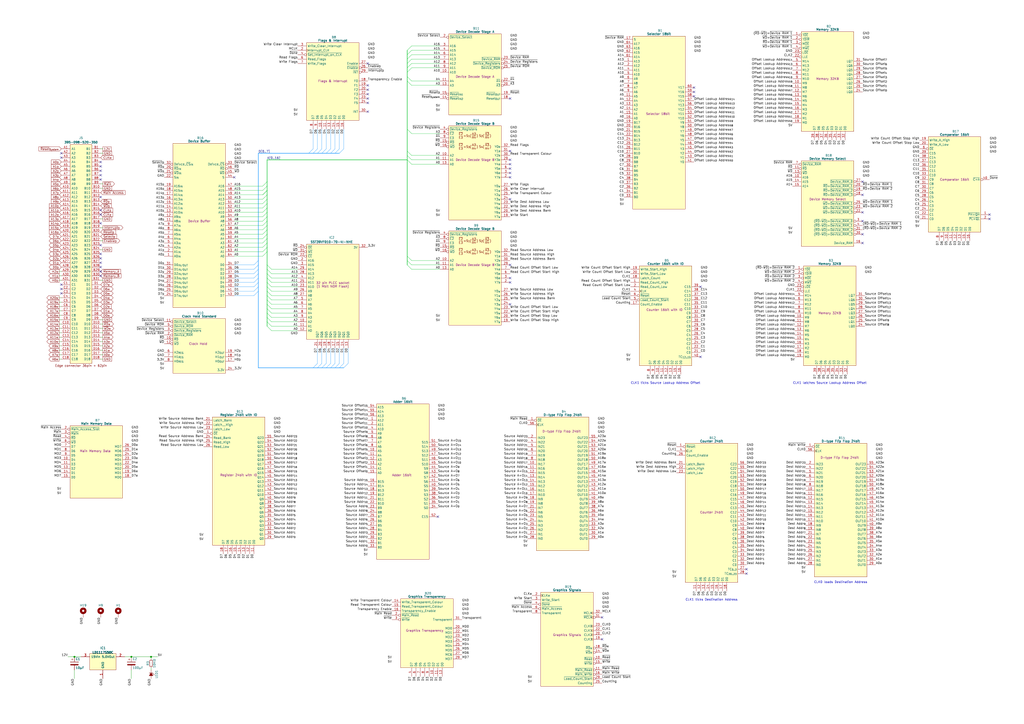
<source format=kicad_sch>
(kicad_sch (version 20231120) (generator "eeschema") (generator_version "8.0")
  (paper "A2")
  (title_block (title "Graphics Board") (date "2024-08-31") (rev "V0"))
  (lib_symbols
    (symbol "EDAC:395-098-520-350" (pin_names (offset 0.762))
      (property "Reference" "J" (at 11.43 6.35 0))
      (property "Value" "395-098-520-350" (at 11.43 3.81 0))
      (symbol "395-098-520-350_0_0"
        (pin passive line (at 22.86 0 180) (length 5.08) (name "A1") (number "A1"))
        (pin passive line (at 22.86 -22.86 180) (length 5.08) (name "A10") (number "A10"))
        (pin passive line (at 22.86 -25.4 180) (length 5.08) (name "A11") (number "A11"))
        (pin passive line (at 22.86 -27.94 180) (length 5.08) (name "A12") (number "A12"))
        (pin passive line (at 22.86 -30.48 180) (length 5.08) (name "A13") (number "A13"))
        (pin passive line (at 22.86 -33.02 180) (length 5.08) (name "A14") (number "A14"))
        (pin passive line (at 22.86 -35.56 180) (length 5.08) (name "A15") (number "A15"))
        (pin passive line (at 22.86 -38.1 180) (length 5.08) (name "A16") (number "A16"))
        (pin passive line (at 22.86 -40.64 180) (length 5.08) (name "A17") (number "A17"))
        (pin passive line (at 22.86 -43.18 180) (length 5.08) (name "A18") (number "A18"))
        (pin passive line (at 22.86 -45.72 180) (length 5.08) (name "A19") (number "A19"))
        (pin passive line (at 22.86 -2.54 180) (length 5.08) (name "A2") (number "A2"))
        (pin passive line (at 22.86 -48.26 180) (length 5.08) (name "A20") (number "A20"))
        (pin passive line (at 22.86 -50.8 180) (length 5.08) (name "A21") (number "A21"))
        (pin passive line (at 22.86 -53.34 180) (length 5.08) (name "A22") (number "A22"))
        (pin passive line (at 22.86 -55.88 180) (length 5.08) (name "A23") (number "A23"))
        (pin passive line (at 22.86 -58.42 180) (length 5.08) (name "A24") (number "A24"))
        (pin passive line (at 22.86 -60.96 180) (length 5.08) (name "A25") (number "A25"))
        (pin passive line (at 22.86 -63.5 180) (length 5.08) (name "A26") (number "A26"))
        (pin passive line (at 22.86 -66.04 180) (length 5.08) (name "A27") (number "A27"))
        (pin passive line (at 22.86 -68.58 180) (length 5.08) (name "A28") (number "A28"))
        (pin passive line (at 22.86 -71.12 180) (length 5.08) (name "A29") (number "A29"))
        (pin passive line (at 22.86 -5.08 180) (length 5.08) (name "A3") (number "A3"))
        (pin passive line (at 22.86 -73.66 180) (length 5.08) (name "A30") (number "A30"))
        (pin passive line (at 22.86 -76.2 180) (length 5.08) (name "A31") (number "A31"))
        (pin passive line (at 22.86 -7.62 180) (length 5.08) (name "A4") (number "A4"))
        (pin passive line (at 22.86 -10.16 180) (length 5.08) (name "A5") (number "A5"))
        (pin passive line (at 22.86 -12.7 180) (length 5.08) (name "A6") (number "A6"))
        (pin passive line (at 22.86 -15.24 180) (length 5.08) (name "A7") (number "A7"))
        (pin passive line (at 22.86 -17.78 180) (length 5.08) (name "A8") (number "A8"))
        (pin passive line (at 22.86 -20.32 180) (length 5.08) (name "A9") (number "A9"))
        (pin passive line (at 0 0 0) (length 5.08) (name "B1") (number "B1"))
        (pin passive line (at 0 -22.86 0) (length 5.08) (name "B10") (number "B10"))
        (pin passive line (at 0 -25.4 0) (length 5.08) (name "B11") (number "B11"))
        (pin passive line (at 0 -27.94 0) (length 5.08) (name "B12") (number "B12"))
        (pin passive line (at 0 -30.48 0) (length 5.08) (name "B13") (number "B13"))
        (pin passive line (at 0 -33.02 0) (length 5.08) (name "B14") (number "B14"))
        (pin passive line (at 0 -35.56 0) (length 5.08) (name "B15") (number "B15"))
        (pin passive line (at 0 -38.1 0) (length 5.08) (name "B16") (number "B16"))
        (pin passive line (at 0 -40.64 0) (length 5.08) (name "B17") (number "B17"))
        (pin passive line (at 0 -43.18 0) (length 5.08) (name "B18") (number "B18"))
        (pin passive line (at 0 -45.72 0) (length 5.08) (name "B19") (number "B19"))
        (pin passive line (at 0 -2.54 0) (length 5.08) (name "B2") (number "B2"))
        (pin passive line (at 0 -48.26 0) (length 5.08) (name "B20") (number "B20"))
        (pin passive line (at 0 -50.8 0) (length 5.08) (name "B21") (number "B21"))
        (pin passive line (at 0 -53.34 0) (length 5.08) (name "B22") (number "B22"))
        (pin passive line (at 0 -55.88 0) (length 5.08) (name "B23") (number "B23"))
        (pin passive line (at 0 -58.42 0) (length 5.08) (name "B24") (number "B24"))
        (pin passive line (at 0 -60.96 0) (length 5.08) (name "B25") (number "B25"))
        (pin passive line (at 0 -63.5 0) (length 5.08) (name "B26") (number "B26"))
        (pin passive line (at 0 -66.04 0) (length 5.08) (name "B27") (number "B27"))
        (pin passive line (at 0 -68.58 0) (length 5.08) (name "B28") (number "B28"))
        (pin passive line (at 0 -71.12 0) (length 5.08) (name "B29") (number "B29"))
        (pin passive line (at 0 -5.08 0) (length 5.08) (name "B3") (number "B3"))
        (pin passive line (at 0 -73.66 0) (length 5.08) (name "B30") (number "B30"))
        (pin passive line (at 0 -76.2 0) (length 5.08) (name "B31") (number "B31"))
        (pin passive line (at 0 -7.62 0) (length 5.08) (name "B4") (number "B4"))
        (pin passive line (at 0 -10.16 0) (length 5.08) (name "B5") (number "B5"))
        (pin passive line (at 0 -12.7 0) (length 5.08) (name "B6") (number "B6"))
        (pin passive line (at 0 -15.24 0) (length 5.08) (name "B7") (number "B7"))
        (pin passive line (at 0 -17.78 0) (length 5.08) (name "B8") (number "B8"))
        (pin passive line (at 0 -20.32 0) (length 5.08) (name "B9") (number "B9"))
        (pin passive line (at 22.86 -78.74 180) (length 5.08) (name "C1") (number "C1"))
        (pin passive line (at 22.86 -101.6 180) (length 5.08) (name "C10") (number "C10"))
        (pin passive line (at 22.86 -104.14 180) (length 5.08) (name "C11") (number "C11"))
        (pin passive line (at 22.86 -106.68 180) (length 5.08) (name "C12") (number "C12"))
        (pin passive line (at 22.86 -109.22 180) (length 5.08) (name "C13") (number "C13"))
        (pin passive line (at 22.86 -111.76 180) (length 5.08) (name "C14") (number "C14"))
        (pin passive line (at 22.86 -114.3 180) (length 5.08) (name "C15") (number "C15"))
        (pin passive line (at 22.86 -116.84 180) (length 5.08) (name "C16") (number "C16"))
        (pin passive line (at 22.86 -119.38 180) (length 5.08) (name "C17") (number "C17"))
        (pin passive line (at 22.86 -121.92 180) (length 5.08) (name "C18") (number "C18"))
        (pin passive line (at 22.86 -81.28 180) (length 5.08) (name "C2") (number "C2"))
        (pin passive line (at 22.86 -83.82 180) (length 5.08) (name "C3") (number "C3"))
        (pin passive line (at 22.86 -86.36 180) (length 5.08) (name "C4") (number "C4"))
        (pin passive line (at 22.86 -88.9 180) (length 5.08) (name "C5") (number "C5"))
        (pin passive line (at 22.86 -91.44 180) (length 5.08) (name "C6") (number "C6"))
        (pin passive line (at 22.86 -93.98 180) (length 5.08) (name "C7") (number "C7"))
        (pin passive line (at 22.86 -96.52 180) (length 5.08) (name "C8") (number "C8"))
        (pin passive line (at 22.86 -99.06 180) (length 5.08) (name "C9") (number "C9"))
        (pin passive line (at 0 -78.74 0) (length 5.08) (name "D1") (number "D1"))
        (pin passive line (at 0 -101.6 0) (length 5.08) (name "D10") (number "D10"))
        (pin passive line (at 0 -104.14 0) (length 5.08) (name "D11") (number "D11"))
        (pin passive line (at 0 -106.68 0) (length 5.08) (name "D12") (number "D12"))
        (pin passive line (at 0 -109.22 0) (length 5.08) (name "D13") (number "D13"))
        (pin passive line (at 0 -111.76 0) (length 5.08) (name "D14") (number "D14"))
        (pin passive line (at 0 -114.3 0) (length 5.08) (name "D15") (number "D15"))
        (pin passive line (at 0 -116.84 0) (length 5.08) (name "D16") (number "D16"))
        (pin passive line (at 0 -119.38 0) (length 5.08) (name "D17") (number "D17"))
        (pin passive line (at 0 -121.92 0) (length 5.08) (name "D18") (number "D18"))
        (pin passive line (at 0 -81.28 0) (length 5.08) (name "D2") (number "D2"))
        (pin passive line (at 0 -83.82 0) (length 5.08) (name "D3") (number "D3"))
        (pin passive line (at 0 -86.36 0) (length 5.08) (name "D4") (number "D4"))
        (pin passive line (at 0 -88.9 0) (length 5.08) (name "D5") (number "D5"))
        (pin passive line (at 0 -91.44 0) (length 5.08) (name "D6") (number "D6"))
        (pin passive line (at 0 -93.98 0) (length 5.08) (name "D7") (number "D7"))
        (pin passive line (at 0 -96.52 0) (length 5.08) (name "D8") (number "D8"))
        (pin passive line (at 0 -99.06 0) (length 5.08) (name "D9") (number "D9"))
      )
      (symbol "395-098-520-350_1_1"
        (text "Edge connector 36pin + 62pin" (at 11.43 -125.73 0) (effects (font (size 1.27 1.27))))
      )
    )
    (symbol "HCP65:Adder_16bit"
      (property "Reference" "B" (at 15.875 5.08 0))
      (property "Value" "Adder 16bit" (at 15.24 3.175 0))
      (property "Description" "Adder 16bit" (at 14.605 -39.37 0))
      (symbol "Adder_16bit_1_0"
        (pin input line (at -5.08 -78.74 0) (length 5.08) (name "B1") (number "32"))
        (pin input line (at -5.08 -81.28 0) (length 5.08) (name "B0") (number "33"))
        (pin output line (at 35.56 -58.42 180) (length 5.08) (name "S0") (number "34"))
        (pin output line (at 35.56 -53.34 180) (length 5.08) (name "S2") (number "36"))
        (pin passive line (at 35.56 -7.62 180) (length 5.08) hide (name "GND") (number "37"))
        (pin output line (at 35.56 -50.8 180) (length 5.08) (name "S3") (number "38"))
        (pin output line (at 35.56 -48.26 180) (length 5.08) (name "S4") (number "39"))
        (pin output line (at 35.56 -33.02 180) (length 5.08) (name "S10") (number "45"))
        (pin input line (at -5.08 0 0) (length 5.08) (name "A15") (number "54"))
        (pin input line (at -5.08 -2.54 0) (length 5.08) (name "A14") (number "55"))
        (pin input line (at -5.08 -5.08 0) (length 5.08) (name "A13") (number "56"))
      )
      (symbol "Adder_16bit_1_1"
        (pin input line (at -5.08 -7.62 0) (length 5.08) (name "A12") (number "1"))
        (pin input line (at -5.08 -25.4 0) (length 5.08) (name "A5") (number "10"))
        (pin input line (at -5.08 -27.94 0) (length 5.08) (name "A4") (number "11"))
        (pin input line (at -5.08 -30.48 0) (length 5.08) (name "A3") (number "12"))
        (pin input line (at -5.08 -33.02 0) (length 5.08) (name "A2") (number "13"))
        (pin input line (at -5.08 -35.56 0) (length 5.08) (name "A1") (number "14"))
        (pin input line (at -5.08 -38.1 0) (length 5.08) (name "A0") (number "15"))
        (pin input line (at -5.08 -43.18 0) (length 5.08) (name "B15") (number "16"))
        (pin input line (at -5.08 -45.72 0) (length 5.08) (name "B14") (number "17"))
        (pin input line (at -5.08 -48.26 0) (length 5.08) (name "B13") (number "18"))
        (pin input line (at -5.08 -50.8 0) (length 5.08) (name "B12") (number "19"))
        (pin input line (at -5.08 -10.16 0) (length 5.08) (name "A11") (number "2"))
        (pin passive line (at 35.56 -2.54 180) (length 5.08) hide (name "GND") (number "20"))
        (pin input line (at -5.08 -53.34 0) (length 5.08) (name "B11") (number "21"))
        (pin input line (at -5.08 -55.88 0) (length 5.08) (name "B10") (number "22"))
        (pin input line (at -5.08 -58.42 0) (length 5.08) (name "B9") (number "23"))
        (pin input line (at -5.08 -60.96 0) (length 5.08) (name "B8") (number "24"))
        (pin input line (at -5.08 -63.5 0) (length 5.08) (name "B7") (number "25"))
        (pin input line (at -5.08 -66.04 0) (length 5.08) (name "B6") (number "26"))
        (pin input line (at -5.08 -68.58 0) (length 5.08) (name "B5") (number "27"))
        (pin input line (at -5.08 -71.12 0) (length 5.08) (name "B4") (number "28"))
        (pin input line (at -5.08 -73.66 0) (length 5.08) (name "B3") (number "29"))
        (pin passive line (at -5.08 -83.82 0) (length 5.08) hide (name "5V") (number "3"))
        (pin input line (at -5.08 -76.2 0) (length 5.08) (name "B2") (number "30"))
        (pin passive line (at -5.08 -86.36 0) (length 5.08) hide (name "5V") (number "31"))
        (pin output line (at 35.56 -55.88 180) (length 5.08) (name "S1") (number "35"))
        (pin input line (at -5.08 -12.7 0) (length 5.08) (name "A10") (number "4"))
        (pin output line (at 35.56 -45.72 180) (length 5.08) (name "S5") (number "40"))
        (pin output line (at 35.56 -43.18 180) (length 5.08) (name "S6") (number "41"))
        (pin output line (at 35.56 -40.64 180) (length 5.08) (name "S7") (number "42"))
        (pin output line (at 35.56 -38.1 180) (length 5.08) (name "S8") (number "43"))
        (pin output line (at 35.56 -35.56 180) (length 5.08) (name "S9") (number "44"))
        (pin output line (at 35.56 -30.48 180) (length 5.08) (name "S11") (number "46"))
        (pin output line (at 35.56 -27.94 180) (length 5.08) (name "S12") (number "47"))
        (pin passive line (at 35.56 -5.08 180) (length 5.08) hide (name "GND") (number "48"))
        (pin output line (at 35.56 -25.4 180) (length 5.08) (name "S13") (number "49"))
        (pin input line (at -5.08 -15.24 0) (length 5.08) (name "A9") (number "5"))
        (pin output line (at 35.56 -22.86 180) (length 5.08) (name "S14") (number "50"))
        (pin output line (at 35.56 -20.32 180) (length 5.08) (name "S15") (number "51"))
        (pin output line (at 35.56 -63.5 180) (length 5.08) (name "C15") (number "52"))
        (pin no_connect line (at 35.56 -86.36 180) (length 5.08) hide (name "N.C.") (number "53"))
        (pin input line (at -5.08 -17.78 0) (length 5.08) (name "A8") (number "6"))
        (pin input line (at -5.08 -20.32 0) (length 5.08) (name "A7") (number "7"))
        (pin input line (at -5.08 -22.86 0) (length 5.08) (name "A6") (number "8"))
        (pin passive line (at 35.56 0 180) (length 5.08) hide (name "GND") (number "9"))
      )
    )
    (symbol "HCP65:C_Radial_D4.0mm_P2.00mm" (pin_numbers hide) (pin_names (offset 0.254))
      (property "Reference" "C" (at 0.635 2.54 0))
      (property "Value" "?μF" (at 0.635 -2.54 0))
      (symbol "C_Radial_D4.0mm_P2.00mm_1_1"
        (pin passive line (at 0 3.81 270) (length 2.794) (name "~") (number "1"))
        (pin passive line (at 0 -3.81 90) (length 2.794) (name "~") (number "2"))
      )
    )
    (symbol "HCP65:Clock_Hold_Standard"
      (property "Reference" "B" (at 15.875 5.08 0))
      (property "Value" "Clock Hold Standard" (at 15.24 3.175 0))
      (property "Description" "Clock Hold" (at 14.605 -12.7 0))
      (symbol "Clock_Hold_Standard_1_1"
        (pin passive line (at -5.08 -25.4 0) (length 5.08) hide (name "5V") (number "1"))
        (pin input inverted (at -5.08 -10.16 0) (length 5.08) (name "~{RD}") (number "10"))
        (pin input inverted (at -5.08 0 0) (length 5.08) (name "~{Device_Select}") (number "11"))
        (pin input inverted (at -5.08 -12.7 0) (length 5.08) (name "~{WD}") (number "12"))
        (pin passive line (at -5.08 -27.94 0) (length 5.08) hide (name "5V") (number "13"))
        (pin no_connect line (at -5.08 -15.24 0) (length 5.08) hide (name "N.C.") (number "14"))
        (pin no_connect line (at 35.56 -25.4 180) (length 5.08) hide (name "N.C.") (number "15"))
        (pin passive line (at 35.56 -5.08 180) (length 5.08) hide (name "GND") (number "16"))
        (pin output line (at 35.56 -22.86 180) (length 5.08) (name "H0_{OUT}") (number "17"))
        (pin output line (at 35.56 -20.32 180) (length 5.08) (name "H1_{OUT}") (number "18"))
        (pin output line (at 35.56 -17.78 180) (length 5.08) (name "H2_{OUT}") (number "19"))
        (pin input inverted (at -5.08 -7.62 0) (length 5.08) (name "~{Device_RAM}") (number "2"))
        (pin no_connect line (at 35.56 -12.7 180) (length 5.08) hide (name "N.C.") (number "20"))
        (pin passive line (at 35.56 -7.62 180) (length 5.08) hide (name "GND") (number "21"))
        (pin no_connect line (at 35.56 -10.16 180) (length 5.08) hide (name "N.C.") (number "22"))
        (pin no_connect line (at 35.56 -15.24 180) (length 5.08) hide (name "N.C.") (number "23"))
        (pin passive line (at 35.56 -27.94 180) (length 5.08) (name "3.3V") (number "24"))
        (pin input inverted (at -5.08 -5.08 0) (length 5.08) (name "~{Device_Registers}") (number "3"))
        (pin passive line (at 35.56 0 180) (length 5.08) hide (name "GND") (number "4"))
        (pin input inverted (at -5.08 -2.54 0) (length 5.08) (name "~{Device_ROM}") (number "5"))
        (pin input line (at -5.08 -17.78 0) (length 5.08) (name "H2_{REG}") (number "6"))
        (pin input line (at -5.08 -20.32 0) (length 5.08) (name "H1_{REG}") (number "7"))
        (pin input line (at -5.08 -22.86 0) (length 5.08) (name "H0_{REG}") (number "8"))
        (pin passive line (at 35.56 -2.54 180) (length 5.08) hide (name "GND") (number "9"))
      )
    )
    (symbol "HCP65:Comparator_16bit"
      (property "Reference" "B" (at 15.875 5.08 0))
      (property "Value" "Comparator 16bit" (at 15.24 3.175 0))
      (property "Description" "Comparator 16bit" (at 15.24 -22.86 0))
      (symbol "Comparator_16bit_1_0"
        (pin input line (at -5.08 -22.86 0) (length 5.08) (name "C9") (number "32"))
        (pin input line (at -5.08 -20.32 0) (length 5.08) (name "C10") (number "33"))
        (pin passive line (at 35.56 -7.62 180) (length 5.08) hide (name "GND") (number "34"))
        (pin input line (at -5.08 -17.78 0) (length 5.08) (name "C11") (number "35"))
        (pin input line (at -5.08 -15.24 0) (length 5.08) (name "C12") (number "36"))
        (pin input line (at -5.08 -12.7 0) (length 5.08) (name "C13") (number "37"))
        (pin input line (at -5.08 -10.16 0) (length 5.08) (name "C14") (number "38"))
        (pin input line (at -5.08 -7.62 0) (length 5.08) (name "C15") (number "39"))
      )
      (symbol "Comparator_16bit_1_1"
        (pin output line (at 35.56 -43.18 180) (length 5.08) (name "~{PH=QH}") (number "1"))
        (pin input line (at 11.43 -58.42 90) (length 5.08) (name "D5") (number "10"))
        (pin input line (at 13.97 -58.42 90) (length 5.08) (name "D4") (number "11"))
        (pin input line (at 16.51 -58.42 90) (length 5.08) (name "D3") (number "12"))
        (pin input line (at 19.05 -58.42 90) (length 5.08) (name "D2") (number "13"))
        (pin passive line (at 35.56 -2.54 180) (length 5.08) hide (name "GND") (number "14"))
        (pin input line (at 21.59 -58.42 90) (length 5.08) (name "D1") (number "15"))
        (pin input line (at 24.13 -58.42 90) (length 5.08) (name "D0") (number "16"))
        (pin no_connect line (at 35.56 -38.1 180) (length 5.08) hide (name "N.C.") (number "17"))
        (pin no_connect line (at 35.56 -40.64 180) (length 5.08) hide (name "N.C.") (number "18"))
        (pin input line (at -5.08 0 0) (length 5.08) (name "Write_A_High") (number "19"))
        (pin output line (at 35.56 -45.72 180) (length 5.08) (name "~{PL=QL}") (number "2"))
        (pin input line (at -5.08 -2.54 0) (length 5.08) (name "Write_A_Low") (number "20"))
        (pin input line (at -5.08 -45.72 0) (length 5.08) (name "C0") (number "21"))
        (pin input line (at -5.08 -43.18 0) (length 5.08) (name "C1") (number "22"))
        (pin passive line (at -5.08 -50.8 0) (length 5.08) hide (name "5V") (number "23"))
        (pin input line (at -5.08 -40.64 0) (length 5.08) (name "C2") (number "24"))
        (pin input line (at -5.08 -38.1 0) (length 5.08) (name "C3") (number "25"))
        (pin input line (at -5.08 -35.56 0) (length 5.08) (name "C4") (number "26"))
        (pin passive line (at 35.56 -5.08 180) (length 5.08) hide (name "GND") (number "27"))
        (pin input line (at -5.08 -33.02 0) (length 5.08) (name "C5") (number "28"))
        (pin input line (at -5.08 -30.48 0) (length 5.08) (name "C6") (number "29"))
        (pin passive line (at -5.08 -48.26 0) (length 5.08) hide (name "5V") (number "3"))
        (pin input line (at -5.08 -27.94 0) (length 5.08) (name "C7") (number "30"))
        (pin input line (at -5.08 -25.4 0) (length 5.08) (name "C8") (number "31"))
        (pin no_connect line (at 35.56 -33.02 180) (length 5.08) hide (name "N.C.") (number "4"))
        (pin output inverted (at 35.56 -22.86 180) (length 5.08) (name "~{C=A}") (number "40"))
        (pin no_connect line (at 35.56 -35.56 180) (length 5.08) hide (name "N.C.") (number "5"))
        (pin input inverted (at -5.08 -5.08 0) (length 5.08) (name "~{OE}") (number "6"))
        (pin passive line (at 35.56 0 180) (length 5.08) hide (name "GND") (number "7"))
        (pin input line (at 6.35 -58.42 90) (length 5.08) (name "D7") (number "8"))
        (pin input line (at 8.89 -58.42 90) (length 5.08) (name "D6") (number "9"))
      )
    )
    (symbol "HCP65:Counter_16bit_with_IO"
      (property "Reference" "B" (at 15.875 5.08 0))
      (property "Value" "Counter 16bit with IO" (at 15.24 3.175 0))
      (property "Description" "Counter 16bit with IO" (at 14.605 -23.495 0))
      (symbol "Counter_16bit_with_IO_1_0"
        (pin output line (at 35.56 -25.4 180) (length 5.08) (name "C9") (number "32"))
        (pin output line (at 35.56 -22.86 180) (length 5.08) (name "C10") (number "33"))
        (pin passive line (at 35.56 -7.62 180) (length 5.08) hide (name "GND") (number "34"))
        (pin output line (at 35.56 -20.32 180) (length 5.08) (name "C11") (number "35"))
        (pin output line (at 35.56 -17.78 180) (length 5.08) (name "C12") (number "36"))
        (pin output line (at 35.56 -15.24 180) (length 5.08) (name "C13") (number "37"))
        (pin output line (at 35.56 -12.7 180) (length 5.08) (name "C14") (number "38"))
        (pin output line (at 35.56 -10.16 180) (length 5.08) (name "C15") (number "39"))
      )
      (symbol "Counter_16bit_with_IO_1_1"
        (pin input line (at -5.08 -7.62 0) (length 5.08) (name "Read_Count_High") (number "1"))
        (pin tri_state line (at 11.43 -60.96 90) (length 5.08) (name "D5") (number "10"))
        (pin tri_state line (at 13.97 -60.96 90) (length 5.08) (name "D4") (number "11"))
        (pin tri_state line (at 16.51 -60.96 90) (length 5.08) (name "D3") (number "12"))
        (pin tri_state line (at 19.05 -60.96 90) (length 5.08) (name "D2") (number "13"))
        (pin passive line (at 35.56 -2.54 180) (length 5.08) hide (name "GND") (number "14"))
        (pin tri_state line (at 21.59 -60.96 90) (length 5.08) (name "D1") (number "15"))
        (pin tri_state line (at 24.13 -60.96 90) (length 5.08) (name "D0") (number "16"))
        (pin input line (at -5.08 -20.32 0) (length 5.08) (name "Count_Enable") (number "17"))
        (pin input line (at -5.08 -5.08 0) (length 5.08) (name "Latch_Count") (number "18"))
        (pin input line (at -5.08 0 0) (length 5.08) (name "Write_Start_High") (number "19"))
        (pin input line (at -5.08 -10.16 0) (length 5.08) (name "Read_Count_Low") (number "2"))
        (pin input line (at -5.08 -2.54 0) (length 5.08) (name "Write_Start_Low") (number "20"))
        (pin output line (at 35.56 -48.26 180) (length 5.08) (name "C0") (number "21"))
        (pin output line (at 35.56 -45.72 180) (length 5.08) (name "C1") (number "22"))
        (pin passive line (at -5.08 -53.34 0) (length 5.08) hide (name "5V") (number "23"))
        (pin output line (at 35.56 -43.18 180) (length 5.08) (name "C2") (number "24"))
        (pin output line (at 35.56 -40.64 180) (length 5.08) (name "C3") (number "25"))
        (pin output line (at 35.56 -38.1 180) (length 5.08) (name "C4") (number "26"))
        (pin passive line (at 35.56 -5.08 180) (length 5.08) hide (name "GND") (number "27"))
        (pin output line (at 35.56 -35.56 180) (length 5.08) (name "C5") (number "28"))
        (pin output line (at 35.56 -33.02 180) (length 5.08) (name "C6") (number "29"))
        (pin passive line (at -5.08 -50.8 0) (length 5.08) hide (name "5V") (number "3"))
        (pin output line (at 35.56 -30.48 180) (length 5.08) (name "C7") (number "30"))
        (pin output line (at 35.56 -27.94 180) (length 5.08) (name "C8") (number "31"))
        (pin input clock (at -5.08 -12.7 0) (length 5.08) (name "CLK") (number "4"))
        (pin output line (at 35.56 -50.8 180) (length 5.08) (name "TC_{12..15}") (number "40"))
        (pin input inverted (at -5.08 -17.78 0) (length 5.08) (name "~{Load_Count_Start}") (number "5"))
        (pin input inverted (at -5.08 -15.24 0) (length 5.08) (name "~{Reset}") (number "6"))
        (pin passive line (at 35.56 0 180) (length 5.08) hide (name "GND") (number "7"))
        (pin tri_state line (at 6.35 -60.96 90) (length 5.08) (name "D7") (number "8"))
        (pin tri_state line (at 8.89 -60.96 90) (length 5.08) (name "D6") (number "9"))
      )
    )
    (symbol "HCP65:Counter_24bit"
      (property "Reference" "B" (at 15.875 5.08 0))
      (property "Value" "Counter 24bit" (at 15.24 3.175 0))
      (property "Description" "Counter 24bit" (at 15.24 -38.1 0))
      (symbol "Counter_24bit_1_0"
        (pin output line (at 35.56 -66.04 180) (length 5.08) (name "C1") (number "32"))
        (pin output line (at 35.56 -63.5 180) (length 5.08) (name "C2") (number "33"))
        (pin output line (at 35.56 -60.96 180) (length 5.08) (name "C3") (number "34"))
        (pin output line (at 35.56 -55.88 180) (length 5.08) (name "C5") (number "36"))
        (pin passive line (at 35.56 -7.62 180) (length 5.08) hide (name "GND") (number "37"))
        (pin output line (at 35.56 -53.34 180) (length 5.08) (name "C6") (number "38"))
        (pin output line (at 35.56 -50.8 180) (length 5.08) (name "C7") (number "39"))
        (pin output line (at 35.56 -35.56 180) (length 5.08) (name "C13") (number "45"))
        (pin output line (at 35.56 -15.24 180) (length 5.08) (name "C21") (number "54"))
        (pin output line (at 35.56 -12.7 180) (length 5.08) (name "C22") (number "55"))
        (pin output line (at 35.56 -10.16 180) (length 5.08) (name "C23") (number "56"))
      )
      (symbol "Counter_24bit_1_1"
        (pin input inverted (at -5.08 0 0) (length 5.08) (name "~{Reset}") (number "1"))
        (pin no_connect line (at -5.08 -60.96 0) (length 5.08) hide (name "N.C.") (number "10"))
        (pin tri_state line (at 6.35 -83.82 90) (length 5.08) (name "D7") (number "11"))
        (pin tri_state line (at 8.89 -83.82 90) (length 5.08) (name "D6") (number "12"))
        (pin tri_state line (at 11.43 -83.82 90) (length 5.08) (name "D5") (number "13"))
        (pin tri_state line (at 13.97 -83.82 90) (length 5.08) (name "D4") (number "14"))
        (pin tri_state line (at 16.51 -83.82 90) (length 5.08) (name "D3") (number "15"))
        (pin tri_state line (at 19.05 -83.82 90) (length 5.08) (name "D2") (number "16"))
        (pin tri_state line (at 21.59 -83.82 90) (length 5.08) (name "D1") (number "17"))
        (pin tri_state line (at 24.13 -83.82 90) (length 5.08) (name "D0") (number "18"))
        (pin no_connect line (at -5.08 -63.5 0) (length 5.08) hide (name "N.C.") (number "19"))
        (pin no_connect line (at -5.08 -48.26 0) (length 5.08) hide (name "N.C.") (number "2"))
        (pin passive line (at 35.56 -2.54 180) (length 5.08) hide (name "GND") (number "20"))
        (pin input line (at -5.08 -10.16 0) (length 5.08) (name "Latch_Bank") (number "21"))
        (pin input line (at -5.08 -12.7 0) (length 5.08) (name "Latch_High") (number "22"))
        (pin input line (at -5.08 -15.24 0) (length 5.08) (name "Latch_Low") (number "23"))
        (pin no_connect line (at -5.08 -66.04 0) (length 5.08) hide (name "N.C.") (number "24"))
        (pin no_connect line (at -5.08 -68.58 0) (length 5.08) hide (name "N.C.") (number "25"))
        (pin input line (at -5.08 -5.08 0) (length 5.08) (name "Count_Enable") (number "26"))
        (pin output line (at 35.56 -71.12 180) (length 5.08) (name "TC_{0..3}") (number "27"))
        (pin output line (at 35.56 -73.66 180) (length 5.08) (name "TC_{20..23}") (number "28"))
        (pin no_connect line (at -5.08 -71.12 0) (length 5.08) hide (name "N.C.") (number "29"))
        (pin passive line (at -5.08 -73.66 0) (length 5.08) hide (name "5V") (number "3"))
        (pin output line (at 35.56 -68.58 180) (length 5.08) (name "C0") (number "30"))
        (pin passive line (at -5.08 -76.2 0) (length 5.08) hide (name "5V") (number "31"))
        (pin output line (at 35.56 -58.42 180) (length 5.08) (name "C4") (number "35"))
        (pin input clock (at -5.08 -2.54 0) (length 5.08) (name "CLK") (number "4"))
        (pin output line (at 35.56 -48.26 180) (length 5.08) (name "C8") (number "40"))
        (pin output line (at 35.56 -45.72 180) (length 5.08) (name "C9") (number "41"))
        (pin output line (at 35.56 -43.18 180) (length 5.08) (name "C10") (number "42"))
        (pin output line (at 35.56 -40.64 180) (length 5.08) (name "C11") (number "43"))
        (pin output line (at 35.56 -38.1 180) (length 5.08) (name "C12") (number "44"))
        (pin output line (at 35.56 -33.02 180) (length 5.08) (name "C14") (number "46"))
        (pin output line (at 35.56 -30.48 180) (length 5.08) (name "C15") (number "47"))
        (pin passive line (at 35.56 -5.08 180) (length 5.08) hide (name "GND") (number "48"))
        (pin output line (at 35.56 -27.94 180) (length 5.08) (name "C16") (number "49"))
        (pin no_connect line (at -5.08 -50.8 0) (length 5.08) hide (name "N.C.") (number "5"))
        (pin output line (at 35.56 -25.4 180) (length 5.08) (name "C17") (number "50"))
        (pin output line (at 35.56 -22.86 180) (length 5.08) (name "C18") (number "51"))
        (pin output line (at 35.56 -20.32 180) (length 5.08) (name "C19") (number "52"))
        (pin output line (at 35.56 -17.78 180) (length 5.08) (name "C20") (number "53"))
        (pin no_connect line (at -5.08 -53.34 0) (length 5.08) hide (name "N.C.") (number "6"))
        (pin no_connect line (at -5.08 -55.88 0) (length 5.08) hide (name "N.C.") (number "7"))
        (pin no_connect line (at -5.08 -58.42 0) (length 5.08) hide (name "N.C.") (number "8"))
        (pin passive line (at 35.56 0 180) (length 5.08) hide (name "GND") (number "9"))
      )
    )
    (symbol "HCP65:D_Flip_Flop_24bit"
      (property "Reference" "B" (at 15.875 5.08 0))
      (property "Value" "D-type Flip Flop 24bit" (at 15.24 3.175 0))
      (property "Description" "D-type Flip Flop 24bit" (at 14.605 -6.35 0))
      (symbol "D_Flip_Flop_24bit_1_0"
        (pin tri_state line (at 35.56 -63.5 180) (length 5.08) (name "OUT2") (number "32"))
        (pin tri_state line (at 35.56 -60.96 180) (length 5.08) (name "OUT3") (number "33"))
        (pin tri_state line (at 35.56 -58.42 180) (length 5.08) (name "OUT4") (number "34"))
        (pin tri_state line (at 35.56 -53.34 180) (length 5.08) (name "OUT6") (number "36"))
        (pin passive line (at 35.56 -5.08 180) (length 5.08) hide (name "GND") (number "37"))
        (pin tri_state line (at 35.56 -50.8 180) (length 5.08) (name "OUT7") (number "38"))
        (pin tri_state line (at 35.56 -48.26 180) (length 5.08) (name "OUT8") (number "39"))
        (pin tri_state line (at 35.56 -33.02 180) (length 5.08) (name "OUT14") (number "45"))
        (pin tri_state line (at 35.56 -12.7 180) (length 5.08) (name "OUT22") (number "54"))
        (pin input clock (at -5.08 -2.54 0) (length 5.08) (name "CLK") (number "56"))
      )
      (symbol "D_Flip_Flop_24bit_1_1"
        (pin input inverted (at -5.08 0 0) (length 5.08) (name "~{OE}") (number "1"))
        (pin input line (at -5.08 -25.4 0) (length 5.08) (name "IN17") (number "10"))
        (pin input line (at -5.08 -27.94 0) (length 5.08) (name "IN16") (number "11"))
        (pin input line (at -5.08 -30.48 0) (length 5.08) (name "IN15") (number "12"))
        (pin input line (at -5.08 -33.02 0) (length 5.08) (name "IN14") (number "13"))
        (pin input line (at -5.08 -35.56 0) (length 5.08) (name "IN13") (number "14"))
        (pin input line (at -5.08 -38.1 0) (length 5.08) (name "IN12") (number "15"))
        (pin input line (at -5.08 -40.64 0) (length 5.08) (name "IN11") (number "16"))
        (pin input line (at -5.08 -43.18 0) (length 5.08) (name "IN10") (number "17"))
        (pin input line (at -5.08 -45.72 0) (length 5.08) (name "IN9") (number "18"))
        (pin input line (at -5.08 -48.26 0) (length 5.08) (name "IN8") (number "19"))
        (pin input line (at -5.08 -10.16 0) (length 5.08) (name "IN23") (number "2"))
        (pin passive line (at 35.56 -2.54 180) (length 5.08) hide (name "GND") (number "20"))
        (pin input line (at -5.08 -50.8 0) (length 5.08) (name "IN7") (number "21"))
        (pin input line (at -5.08 -53.34 0) (length 5.08) (name "IN6") (number "22"))
        (pin input line (at -5.08 -55.88 0) (length 5.08) (name "IN5") (number "23"))
        (pin input line (at -5.08 -58.42 0) (length 5.08) (name "IN4") (number "24"))
        (pin input line (at -5.08 -60.96 0) (length 5.08) (name "IN3") (number "25"))
        (pin input line (at -5.08 -63.5 0) (length 5.08) (name "IN2") (number "26"))
        (pin input line (at -5.08 -66.04 0) (length 5.08) (name "IN1") (number "27"))
        (pin input line (at -5.08 -68.58 0) (length 5.08) (name "IN0") (number "28"))
        (pin tri_state line (at 35.56 -68.58 180) (length 5.08) (name "OUT0") (number "29"))
        (pin passive line (at -5.08 -71.12 0) (length 5.08) hide (name "5V") (number "3"))
        (pin tri_state line (at 35.56 -66.04 180) (length 5.08) (name "OUT1") (number "30"))
        (pin passive line (at -5.08 -73.66 0) (length 5.08) hide (name "5V") (number "31"))
        (pin tri_state line (at 35.56 -55.88 180) (length 5.08) (name "OUT5") (number "35"))
        (pin input line (at -5.08 -12.7 0) (length 5.08) (name "IN22") (number "4"))
        (pin tri_state line (at 35.56 -45.72 180) (length 5.08) (name "OUT9") (number "40"))
        (pin tri_state line (at 35.56 -43.18 180) (length 5.08) (name "OUT10") (number "41"))
        (pin tri_state line (at 35.56 -40.64 180) (length 5.08) (name "OUT11") (number "42"))
        (pin tri_state line (at 35.56 -38.1 180) (length 5.08) (name "OUT12") (number "43"))
        (pin tri_state line (at 35.56 -35.56 180) (length 5.08) (name "OUT13") (number "44"))
        (pin tri_state line (at 35.56 -30.48 180) (length 5.08) (name "OUT15") (number "46"))
        (pin tri_state line (at 35.56 -27.94 180) (length 5.08) (name "OUT16") (number "47"))
        (pin passive line (at 35.56 -7.62 180) (length 5.08) hide (name "GND") (number "48"))
        (pin tri_state line (at 35.56 -25.4 180) (length 5.08) (name "OUT17") (number "49"))
        (pin input line (at -5.08 -15.24 0) (length 5.08) (name "IN21") (number "5"))
        (pin tri_state line (at 35.56 -22.86 180) (length 5.08) (name "OUT18") (number "50"))
        (pin tri_state line (at 35.56 -20.32 180) (length 5.08) (name "OUT19") (number "51"))
        (pin tri_state line (at 35.56 -17.78 180) (length 5.08) (name "OUT20") (number "52"))
        (pin tri_state line (at 35.56 -15.24 180) (length 5.08) (name "OUT21") (number "53"))
        (pin tri_state line (at 35.56 -10.16 180) (length 5.08) (name "OUT23") (number "55"))
        (pin input line (at -5.08 -17.78 0) (length 5.08) (name "IN20") (number "6"))
        (pin input line (at -5.08 -20.32 0) (length 5.08) (name "IN19") (number "7"))
        (pin input line (at -5.08 -22.86 0) (length 5.08) (name "IN18") (number "8"))
        (pin passive line (at 35.56 0 180) (length 5.08) hide (name "GND") (number "9"))
      )
    )
    (symbol "HCP65:Device_Buffer"
      (property "Reference" "B" (at 15.875 5.08 0))
      (property "Value" "Device Buffer" (at 15.24 3.175 0))
      (property "Description" "Device Buffer" (at 15.24 -43.18 0))
      (symbol "Device_Buffer_1_0"
        (pin passive line (at 35.56 -5.08 180) (length 5.08) hide (name "GND") (number "42"))
        (pin output line (at 35.56 -38.1 180) (length 5.08) (name "A10") (number "53"))
        (pin output line (at 35.56 -40.64 180) (length 5.08) (name "A9") (number "54"))
      )
      (symbol "Device_Buffer_1_1"
        (pin input line (at -5.08 -63.5 0) (length 5.08) (name "A0_{IN}") (number "1"))
        (pin passive line (at 35.56 0 180) (length 5.08) hide (name "GND") (number "10"))
        (pin input line (at -5.08 -43.18 0) (length 5.08) (name "A8_{IN}") (number "11"))
        (pin input line (at -5.08 -40.64 0) (length 5.08) (name "A9_{IN}") (number "12"))
        (pin input line (at -5.08 -38.1 0) (length 5.08) (name "A10_{IN}") (number "13"))
        (pin input line (at -5.08 -35.56 0) (length 5.08) (name "A11_{IN}") (number "14"))
        (pin input line (at -5.08 -33.02 0) (length 5.08) (name "A12_{IN}") (number "15"))
        (pin input line (at -5.08 -30.48 0) (length 5.08) (name "A13_{IN}") (number "16"))
        (pin input line (at -5.08 -27.94 0) (length 5.08) (name "A14_{IN}") (number "17"))
        (pin input line (at -5.08 -25.4 0) (length 5.08) (name "A15_{IN}") (number "18"))
        (pin input line (at -5.08 -22.86 0) (length 5.08) (name "A16_{IN}") (number "19"))
        (pin input line (at -5.08 -60.96 0) (length 5.08) (name "A1_{IN}") (number "2"))
        (pin input inverted (at -5.08 -12.7 0) (length 5.08) (name "~{RD}_{IN}") (number "20"))
        (pin input inverted (at -5.08 -15.24 0) (length 5.08) (name "~{WD}_{IN}") (number "21"))
        (pin input line (at -5.08 -17.78 0) (length 5.08) (name "S_{IN}") (number "22"))
        (pin passive line (at 35.56 -2.54 180) (length 5.08) hide (name "GND") (number "23"))
        (pin tri_state line (at -5.08 -86.36 0) (length 5.08) (name "D7_{IN/OUT}") (number "24"))
        (pin tri_state line (at -5.08 -83.82 0) (length 5.08) (name "D6_{IN/OUT}") (number "25"))
        (pin tri_state line (at -5.08 -81.28 0) (length 5.08) (name "D5_{IN/OUT}") (number "26"))
        (pin tri_state line (at -5.08 -78.74 0) (length 5.08) (name "D4_{IN/OUT}") (number "27"))
        (pin tri_state line (at -5.08 -76.2 0) (length 5.08) (name "D3_{IN/OUT}") (number "28"))
        (pin tri_state line (at -5.08 -73.66 0) (length 5.08) (name "D2_{IN/OUT}") (number "29"))
        (pin passive line (at -5.08 -88.9 0) (length 5.08) hide (name "5V") (number "3"))
        (pin tri_state line (at -5.08 -71.12 0) (length 5.08) (name "D1_{IN/OUT}") (number "30"))
        (pin tri_state line (at -5.08 -68.58 0) (length 5.08) (name "D0_{IN/OUT}") (number "31"))
        (pin input inverted (at -5.08 -10.16 0) (length 5.08) (name "Deivce_~{CS}_{IN}") (number "32"))
        (pin output inverted (at 35.56 -10.16 180) (length 5.08) (name "Deivce_~{CS}") (number "33"))
        (pin tri_state line (at 35.56 -68.58 180) (length 5.08) (name "D0") (number "34"))
        (pin passive line (at -5.08 -91.44 0) (length 5.08) hide (name "5V") (number "35"))
        (pin tri_state line (at 35.56 -71.12 180) (length 5.08) (name "D1") (number "36"))
        (pin tri_state line (at 35.56 -73.66 180) (length 5.08) (name "D2") (number "37"))
        (pin tri_state line (at 35.56 -76.2 180) (length 5.08) (name "D3") (number "38"))
        (pin tri_state line (at 35.56 -78.74 180) (length 5.08) (name "D4") (number "39"))
        (pin input line (at -5.08 -58.42 0) (length 5.08) (name "A2_{IN}") (number "4"))
        (pin tri_state line (at 35.56 -81.28 180) (length 5.08) (name "D5") (number "40"))
        (pin tri_state line (at 35.56 -83.82 180) (length 5.08) (name "D6") (number "41"))
        (pin tri_state line (at 35.56 -86.36 180) (length 5.08) (name "D7") (number "43"))
        (pin output line (at 35.56 -17.78 180) (length 5.08) (name "S") (number "44"))
        (pin output inverted (at 35.56 -15.24 180) (length 5.08) (name "~{WD}") (number "45"))
        (pin output inverted (at 35.56 -12.7 180) (length 5.08) (name "~{RD}") (number "46"))
        (pin output line (at 35.56 -22.86 180) (length 5.08) (name "A16") (number "47"))
        (pin output line (at 35.56 -25.4 180) (length 5.08) (name "A15") (number "48"))
        (pin output line (at 35.56 -27.94 180) (length 5.08) (name "A14") (number "49"))
        (pin input line (at -5.08 -55.88 0) (length 5.08) (name "A3_{IN}") (number "5"))
        (pin output line (at 35.56 -30.48 180) (length 5.08) (name "A13") (number "50"))
        (pin output line (at 35.56 -33.02 180) (length 5.08) (name "A12") (number "51"))
        (pin output line (at 35.56 -35.56 180) (length 5.08) (name "A11") (number "52"))
        (pin passive line (at 35.56 -7.62 180) (length 5.08) hide (name "GND") (number "55"))
        (pin output line (at 35.56 -43.18 180) (length 5.08) (name "A8") (number "56"))
        (pin output line (at 35.56 -45.72 180) (length 5.08) (name "A7") (number "57"))
        (pin output line (at 35.56 -48.26 180) (length 5.08) (name "A6") (number "58"))
        (pin output line (at 35.56 -50.8 180) (length 5.08) (name "A5") (number "59"))
        (pin input line (at -5.08 -53.34 0) (length 5.08) (name "A4_{IN}") (number "6"))
        (pin output line (at 35.56 -53.34 180) (length 5.08) (name "A4") (number "60"))
        (pin output line (at 35.56 -55.88 180) (length 5.08) (name "A3") (number "61"))
        (pin output line (at 35.56 -58.42 180) (length 5.08) (name "A2") (number "62"))
        (pin output line (at 35.56 -60.96 180) (length 5.08) (name "A1") (number "63"))
        (pin output line (at 35.56 -63.5 180) (length 5.08) (name "A0") (number "64"))
        (pin input line (at -5.08 -50.8 0) (length 5.08) (name "A5_{IN}") (number "7"))
        (pin input line (at -5.08 -48.26 0) (length 5.08) (name "A6_{IN}") (number "8"))
        (pin input line (at -5.08 -45.72 0) (length 5.08) (name "A7_{IN}") (number "9"))
      )
    )
    (symbol "HCP65:Device_Decode_Stage_A"
      (property "Reference" "B" (at 15.875 5.08 0))
      (property "Value" "Device Decode Stage A" (at 15.24 3.175 0))
      (property "Description" "Device Decode Stage A" (at 15.24 -22.86 0))
      (symbol "Device_Decode_Stage_A_1_0"
        (pin output line (at 35.56 -35.56 180) (length 5.08) (name "Reset_{OUT}") (number "18"))
        (pin output line (at 35.56 -33.02 180) (length 5.08) (name "~{Reset}_{OUT}") (number "19"))
        (pin output inverted (at 35.56 -27.94 180) (length 5.08) (name "~{A3}") (number "20"))
        (pin passive line (at 35.56 -7.62 180) (length 5.08) hide (name "GND") (number "28"))
      )
      (symbol "Device_Decode_Stage_A_1_1"
        (pin passive line (at -5.08 -40.64 0) (length 5.08) hide (name "5V") (number "1"))
        (pin input line (at -5.08 -20.32 0) (length 5.08) (name "A10") (number "10"))
        (pin input line (at -5.08 -25.4 0) (length 5.08) (name "A4") (number "11"))
        (pin passive line (at 35.56 -2.54 180) (length 5.08) hide (name "GND") (number "12"))
        (pin input line (at -5.08 -27.94 0) (length 5.08) (name "A3") (number "13"))
        (pin input inverted (at -5.08 -35.56 0) (length 5.08) (name "~{Reset}_{IN2}") (number "14"))
        (pin input inverted (at -5.08 -33.02 0) (length 5.08) (name "~{Reset}_{IN1}") (number "15"))
        (pin no_connect inverted (at 35.56 -10.16 180) (length 5.08) hide (name "N.C.") (number "16"))
        (pin passive line (at -5.08 -43.18 0) (length 5.08) hide (name "5V") (number "17"))
        (pin input inverted (at -5.08 0 0) (length 5.08) (name "~{Device_Select}") (number "2"))
        (pin passive line (at 35.56 -5.08 180) (length 5.08) hide (name "GND") (number "21"))
        (pin output inverted (at 35.56 -25.4 180) (length 5.08) (name "~{A4}") (number "22"))
        (pin output inverted (at 35.56 -12.7 180) (length 5.08) (name "~{Device_RAM}") (number "23"))
        (pin output inverted (at 35.56 -15.24 180) (length 5.08) (name "~{Device_Registers}") (number "24"))
        (pin output inverted (at 35.56 -17.78 180) (length 5.08) (name "~{Device_ROM}") (number "25"))
        (pin no_connect inverted (at -5.08 -30.48 0) (length 5.08) hide (name "N.C.") (number "26"))
        (pin no_connect inverted (at 35.56 -30.48 180) (length 5.08) hide (name "N.C.") (number "27"))
        (pin no_connect inverted (at 35.56 -20.32 180) (length 5.08) hide (name "N.C.") (number "29"))
        (pin input line (at -5.08 -5.08 0) (length 5.08) (name "A16") (number "3"))
        (pin no_connect inverted (at 35.56 -40.64 180) (length 5.08) hide (name "N.C.") (number "30"))
        (pin no_connect inverted (at 35.56 -38.1 180) (length 5.08) hide (name "N.C.") (number "31"))
        (pin no_connect inverted (at 35.56 -43.18 180) (length 5.08) hide (name "N.C.") (number "32"))
        (pin input line (at -5.08 -7.62 0) (length 5.08) (name "A15") (number "4"))
        (pin passive line (at 35.56 0 180) (length 5.08) hide (name "GND") (number "5"))
        (pin input line (at -5.08 -10.16 0) (length 5.08) (name "A14") (number "6"))
        (pin input line (at -5.08 -12.7 0) (length 5.08) (name "A13") (number "7"))
        (pin input line (at -5.08 -15.24 0) (length 5.08) (name "A12") (number "8"))
        (pin input line (at -5.08 -17.78 0) (length 5.08) (name "A11") (number "9"))
      )
    )
    (symbol "HCP65:Device_Decode_Stage_B"
      (property "Reference" "B" (at 15.875 5.08 0))
      (property "Value" "Device Decode Stage B" (at 15.24 3.175 0))
      (property "Description" "Device Decode Stage B" (at 15.24 -17.78 0))
      (symbol "Device_Decode_Stage_B_1_1"
        (text ")" (at 16.51 -10.16 0) (effects (font (size 1.27 1.27))))
        (text ")" (at 16.51 -3.81 0) (effects (font (size 1.27 1.27))))
        (text ")" (at 24.13 -10.16 0) (effects (font (size 1.27 1.27))))
        (text ")" (at 24.13 -3.81 0) (effects (font (size 1.27 1.27))))
        (text "=S_{1}(" (at 10.795 -3.81 0) (effects (font (size 1.27 1.27))))
        (text "=S_{3}(" (at 10.795 -10.16 0) (effects (font (size 1.27 1.27))))
        (text "A3\nA4" (at 14.605 -10.16 0) (effects (font (size 1.27 1.27))))
        (text "A3\n~{A4}" (at 14.605 -3.81 0) (effects (font (size 1.27 1.27))))
        (text "S_{2}(" (at 19.05 -3.81 0) (effects (font (size 1.27 1.27))))
        (text "S_{4}(" (at 19.05 -10.16 0) (effects (font (size 1.27 1.27))))
        (text "~{A3}\nA4" (at 22.225 -10.16 0) (effects (font (size 1.27 1.27))))
        (text "~{A3}\n~{A4}" (at 22.225 -3.81 0) (effects (font (size 1.27 1.27))))
        (text "~{E2}\nE3" (at 6.985 -10.16 0) (effects (font (size 1.27 1.27))))
        (text "~{E2}\nE3" (at 6.985 -3.81 0) (effects (font (size 1.27 1.27))))
        (pin passive line (at -5.08 -48.26 0) (length 5.08) hide (name "5V") (number "1"))
        (pin input line (at -5.08 -15.24 0) (length 5.08) (name "A2") (number "10"))
        (pin input line (at -5.08 -17.78 0) (length 5.08) (name "A1") (number "11"))
        (pin passive line (at 35.56 -2.54 180) (length 5.08) hide (name "GND") (number "12"))
        (pin input line (at -5.08 -20.32 0) (length 5.08) (name "A0") (number "13"))
        (pin no_connect line (at -5.08 -43.18 0) (length 5.08) hide (name "N.C.") (number "14"))
        (pin input inverted (at -5.08 -7.62 0) (length 5.08) (name "~{RD}") (number "15"))
        (pin input inverted (at -5.08 -10.16 0) (length 5.08) (name "~{WD}") (number "16"))
        (pin passive line (at -5.08 -50.8 0) (length 5.08) hide (name "5V") (number "17"))
        (pin no_connect line (at -5.08 -45.72 0) (length 5.08) hide (name "N.C.") (number "18"))
        (pin output line (at 35.56 -50.8 180) (length 5.08) (name "Y7_{W}") (number "19"))
        (pin output line (at 35.56 -27.94 180) (length 5.08) (name "Y7_{R}") (number "2"))
        (pin output line (at 35.56 -48.26 180) (length 5.08) (name "Y6_{W}") (number "20"))
        (pin passive line (at 35.56 -5.08 180) (length 5.08) hide (name "GND") (number "21"))
        (pin output line (at 35.56 -45.72 180) (length 5.08) (name "Y5_{W}") (number "22"))
        (pin output line (at 35.56 -43.18 180) (length 5.08) (name "Y4_{W}") (number "23"))
        (pin output line (at 35.56 -40.64 180) (length 5.08) (name "Y3_{W}") (number "24"))
        (pin output line (at 35.56 -38.1 180) (length 5.08) (name "Y2_{W}") (number "25"))
        (pin output line (at 35.56 -35.56 180) (length 5.08) (name "Y1_{W}") (number "26"))
        (pin output line (at 35.56 -33.02 180) (length 5.08) (name "Y0_{W}") (number "27"))
        (pin passive line (at 35.56 -7.62 180) (length 5.08) hide (name "GND") (number "28"))
        (pin output line (at 35.56 -17.78 180) (length 5.08) (name "Y3_{R}") (number "29"))
        (pin output line (at 35.56 -25.4 180) (length 5.08) (name "Y6_{R}") (number "3"))
        (pin output line (at 35.56 -15.24 180) (length 5.08) (name "Y2_{R}") (number "30"))
        (pin output line (at 35.56 -12.7 180) (length 5.08) (name "Y1_{R}") (number "31"))
        (pin output line (at 35.56 -10.16 180) (length 5.08) (name "Y0_{R}") (number "32"))
        (pin input inverted (at -5.08 0 0) (length 5.08) (name "~{Device_Registers}") (number "4"))
        (pin passive line (at 35.56 0 180) (length 5.08) hide (name "GND") (number "5"))
        (pin output line (at 35.56 -22.86 180) (length 5.08) (name "Y5_{R}") (number "6"))
        (pin output line (at 35.56 -20.32 180) (length 5.08) (name "Y4_{R}") (number "7"))
        (pin input inverted (at -5.08 -2.54 0) (length 5.08) (name "~{E2}") (number "8"))
        (pin input line (at -5.08 -5.08 0) (length 5.08) (name "E3") (number "9"))
      )
    )
    (symbol "HCP65:Device_Memory_Select"
      (property "Reference" "B" (at 15.875 5.08 0))
      (property "Value" "Device Memory Select" (at 15.24 3.175 0))
      (property "Description" "Device Memory Select" (at 15.24 -20.32 0))
      (symbol "Device_Memory_Select_1_0"
        (pin input inverted (at -5.08 0 0) (length 5.08) (name "~{Device_RAM}") (number "7"))
      )
      (symbol "Device_Memory_Select_1_1"
        (pin passive line (at -5.08 -38.1 0) (length 5.08) hide (name "5V") (number "1"))
        (pin input line (at -5.08 -7.62 0) (length 5.08) (name "A16") (number "10"))
        (pin input inverted (at -5.08 -2.54 0) (length 5.08) (name "~{RD}") (number "11"))
        (pin passive line (at 35.56 -2.54 180) (length 5.08) hide (name "GND") (number "12"))
        (pin input inverted (at -5.08 -5.08 0) (length 5.08) (name "~{WD}") (number "13"))
        (pin input line (at -5.08 -10.16 0) (length 5.08) (name "A15") (number "14"))
        (pin input line (at -5.08 -12.7 0) (length 5.08) (name "A14") (number "15"))
        (pin output line (at 35.56 -45.72 180) (length 5.08) (name "Device_RAM") (number "16"))
        (pin passive line (at -5.08 -40.64 0) (length 5.08) hide (name "5V") (number "17"))
        (pin output inverted (at 35.56 -17.78 180) (length 5.08) (name "~{RD}+~{Device_RAM_3}") (number "18"))
        (pin output inverted (at 35.56 -15.24 180) (length 5.08) (name "~{RD}+~{Device_RAM_2}") (number "19"))
        (pin no_connect line (at -5.08 -17.78 0) (length 5.08) hide (name "N.C.") (number "2"))
        (pin output inverted (at 35.56 -12.7 180) (length 5.08) (name "~{RD}+~{Device_RAM_1}") (number "20"))
        (pin passive line (at 35.56 -5.08 180) (length 5.08) hide (name "GND") (number "21"))
        (pin output inverted (at 35.56 -27.94 180) (length 5.08) (name "~{WD}+~{Device_RAM_3}") (number "22"))
        (pin output inverted (at 35.56 -25.4 180) (length 5.08) (name "~{WD}+~{Device_RAM_2}") (number "23"))
        (pin no_connect line (at -5.08 -27.94 0) (length 5.08) hide (name "N.C.") (number "24"))
        (pin output inverted (at 35.56 -22.86 180) (length 5.08) (name "~{WD}+~{Device_RAM_1}") (number "25"))
        (pin no_connect line (at -5.08 -30.48 0) (length 5.08) hide (name "N.C.") (number "26"))
        (pin output inverted (at 35.56 -10.16 180) (length 5.08) (name "~{Device_RAM_0}") (number "27"))
        (pin passive line (at 35.56 -7.62 180) (length 5.08) hide (name "GND") (number "28"))
        (pin no_connect line (at -5.08 -33.02 0) (length 5.08) hide (name "N.C.") (number "29"))
        (pin output inverted (at 35.56 -33.02 180) (length 5.08) (name "(~{RD}·~{WD})+~{Device_RAM_0}") (number "3"))
        (pin output inverted (at 35.56 -40.64 180) (length 5.08) (name "(~{RD}·~{WD})+~{Device_RAM_3}") (number "30"))
        (pin output inverted (at 35.56 -38.1 180) (length 5.08) (name "(~{RD}·~{WD})+~{Device_RAM_2}") (number "31"))
        (pin no_connect line (at -5.08 -35.56 0) (length 5.08) hide (name "N.C.") (number "32"))
        (pin output inverted (at 35.56 -35.56 180) (length 5.08) (name "(~{RD}·~{WD})+~{Device_RAM_1}") (number "4"))
        (pin passive line (at 35.56 0 180) (length 5.08) hide (name "GND") (number "5"))
        (pin no_connect line (at -5.08 -20.32 0) (length 5.08) hide (name "N.C.") (number "6"))
        (pin no_connect line (at -5.08 -22.86 0) (length 5.08) hide (name "N.C.") (number "8"))
        (pin no_connect line (at -5.08 -25.4 0) (length 5.08) hide (name "N.C.") (number "9"))
      )
    )
    (symbol "HCP65:Flags_Interrupt"
      (property "Reference" "B" (at 15.875 5.08 0))
      (property "Value" "Flags & Interrupt" (at 15.24 3.175 0))
      (property "Description" "Flags & Interrupt" (at 15.24 -20.32 0))
      (symbol "Flags_Interrupt_1_1"
        (pin passive line (at -5.08 -38.1 0) (length 5.08) hide (name "5V") (number "1"))
        (pin input line (at 8.89 -48.26 90) (length 5.08) (name "D5") (number "10"))
        (pin input line (at 11.43 -48.26 90) (length 5.08) (name "D4") (number "11"))
        (pin passive line (at 35.56 -2.54 180) (length 5.08) hide (name "GND") (number "12"))
        (pin input line (at 13.97 -48.26 90) (length 5.08) (name "D3") (number "13"))
        (pin input line (at 16.51 -48.26 90) (length 5.08) (name "D2") (number "14"))
        (pin input line (at 19.05 -48.26 90) (length 5.08) (name "D1") (number "15"))
        (pin input line (at 21.59 -48.26 90) (length 5.08) (name "D0") (number "16"))
        (pin passive line (at -5.08 -40.64 0) (length 5.08) hide (name "5V") (number "17"))
        (pin output line (at 35.56 -20.32 180) (length 5.08) (name "F0") (number "18"))
        (pin output line (at 35.56 -22.86 180) (length 5.08) (name "F1") (number "19"))
        (pin input clock (at -5.08 -2.54 0) (length 5.08) (name "Interrupt_CLK") (number "2"))
        (pin output line (at 35.56 -25.4 180) (length 5.08) (name "F2") (number "20"))
        (pin passive line (at 35.56 -5.08 180) (length 5.08) hide (name "GND") (number "21"))
        (pin output line (at 35.56 -27.94 180) (length 5.08) (name "F3") (number "22"))
        (pin output line (at 35.56 -30.48 180) (length 5.08) (name "F4") (number "23"))
        (pin output line (at 35.56 -33.02 180) (length 5.08) (name "F5") (number "24"))
        (pin no_connect line (at 35.56 -35.56 180) (length 5.08) hide (name "N.C.") (number "25"))
        (pin output inverted (at 35.56 -12.7 180) (length 5.08) (name "~{Enable}") (number "26"))
        (pin output line (at 35.56 -10.16 180) (length 5.08) (name "Enable") (number "27"))
        (pin passive line (at 35.56 -7.62 180) (length 5.08) hide (name "GND") (number "28"))
        (pin output inverted (at 35.56 -15.24 180) (length 5.08) (name "~{INT}") (number "29"))
        (pin input line (at -5.08 0 0) (length 5.08) (name "Write_Clear_Interrupt") (number "3"))
        (pin output line (at 35.56 -38.1 180) (length 5.08) (name "INT") (number "30"))
        (pin no_connect line (at 35.56 -40.64 180) (length 5.08) hide (name "N.C.") (number "31"))
        (pin no_connect line (at 35.56 -17.78 180) (length 5.08) hide (name "N.C.") (number "32"))
        (pin input inverted (at -5.08 -5.08 0) (length 5.08) (name "~{Set_Interrupt_on_CLK}") (number "4"))
        (pin passive line (at 35.56 0 180) (length 5.08) hide (name "GND") (number "5"))
        (pin input line (at -5.08 -7.62 0) (length 5.08) (name "Read_Flags") (number "6"))
        (pin input line (at -5.08 -10.16 0) (length 5.08) (name "Write_Flags") (number "7"))
        (pin input line (at 3.81 -48.26 90) (length 5.08) (name "D7") (number "8"))
        (pin input line (at 6.35 -48.26 90) (length 5.08) (name "D6") (number "9"))
      )
    )
    (symbol "HCP65:Graphics_Signals"
      (property "Reference" "B" (at 15.875 5.08 0))
      (property "Value" "Graphics Signals" (at 15.24 3.175 0))
      (property "Description" "Graphics Signals" (at 15.24 -22.86 0))
      (symbol "Graphics_Signals_1_0"
        (pin output clock (at 35.56 -10.16 180) (length 5.08) (name "MCLK") (number "32"))
      )
      (symbol "Graphics_Signals_1_1"
        (pin passive line (at -5.08 -48.26 0) (length 5.08) hide (name "5V") (number "1"))
        (pin output inverted (at 35.56 -36.83 180) (length 5.08) (name "~{Read}") (number "10"))
        (pin output inverted (at 35.56 -43.18 180) (length 5.08) (name "~{Main_Read}") (number "11"))
        (pin passive line (at 35.56 -2.54 180) (length 5.08) hide (name "GND") (number "12"))
        (pin no_connect line (at -5.08 -35.56 0) (length 5.08) hide (name "N.C.") (number "13"))
        (pin output inverted (at 35.56 -33.02 180) (length 5.08) (name "~{WD}_{M}") (number "14"))
        (pin output inverted (at 35.56 -39.37 180) (length 5.08) (name "~{Write}") (number "15"))
        (pin output inverted (at 35.56 -45.72 180) (length 5.08) (name "~{Main_Write}") (number "16"))
        (pin passive line (at -5.08 -50.8 0) (length 5.08) hide (name "5V") (number "17"))
        (pin output inverted (at 35.56 -30.48 180) (length 5.08) (name "~{RD}_{M}") (number "18"))
        (pin output clock (at 35.56 -25.4 180) (length 5.08) (name "CLK3") (number "19"))
        (pin input clock (at -5.08 0 0) (length 5.08) (name "CLK_{M}") (number "2"))
        (pin output clock (at 35.56 -22.86 180) (length 5.08) (name "CLK2") (number "20"))
        (pin passive line (at 35.56 -5.08 180) (length 5.08) hide (name "GND") (number "21"))
        (pin output clock (at 35.56 -20.32 180) (length 5.08) (name "CLK1") (number "22"))
        (pin output clock (at 35.56 -17.78 180) (length 5.08) (name "CLK0") (number "23"))
        (pin no_connect line (at -5.08 -38.1 0) (length 5.08) hide (name "N.C.") (number "24"))
        (pin output line (at 35.56 -50.8 180) (length 5.08) (name "Counting") (number "25"))
        (pin no_connect line (at -5.08 -40.64 0) (length 5.08) hide (name "N.C.") (number "26"))
        (pin no_connect line (at -5.08 -43.18 0) (length 5.08) hide (name "N.C.") (number "27"))
        (pin passive line (at 35.56 -7.62 180) (length 5.08) hide (name "GND") (number "28"))
        (pin output inverted (at 35.56 -48.26 180) (length 5.08) (name "~{Load_Count_Start}") (number "29"))
        (pin input line (at -5.08 -2.54 0) (length 5.08) (name "Write_Start") (number "3"))
        (pin no_connect line (at -5.08 -45.72 0) (length 5.08) hide (name "N.C.") (number "30"))
        (pin output inverted_clock (at 35.56 -12.7 180) (length 5.08) (name "~{MCLK}") (number "31"))
        (pin input inverted (at -5.08 -5.08 0) (length 5.08) (name "~{Done}") (number "4"))
        (pin passive line (at 35.56 0 180) (length 5.08) hide (name "GND") (number "5"))
        (pin input inverted (at -5.08 -7.62 0) (length 5.08) (name "~{Main_Access}") (number "6"))
        (pin no_connect line (at -5.08 -30.48 0) (length 5.08) hide (name "N.C.") (number "7"))
        (pin input line (at -5.08 -10.16 0) (length 5.08) (name "Transparent") (number "8"))
        (pin no_connect line (at -5.08 -33.02 0) (length 5.08) hide (name "N.C.") (number "9"))
      )
    )
    (symbol "HCP65:Graphics_Transparency"
      (property "Reference" "B" (at 15.875 5.08 0))
      (property "Value" "Graphics Transparency" (at 15.24 3.175 0))
      (property "Description" "Graphics Transparency" (at 13.97 -16.51 0))
      (symbol "Graphics_Transparency_1_0"
        (pin no_connect line (at -5.08 -30.48 0) (length 5.08) hide (name "N.C.") (number "32"))
      )
      (symbol "Graphics_Transparency_1_1"
        (pin passive line (at -5.08 -33.02 0) (length 5.08) hide (name "5V") (number "1"))
        (pin tri_state line (at 19.05 -43.18 90) (length 5.08) (name "D2") (number "10"))
        (pin tri_state line (at 21.59 -43.18 90) (length 5.08) (name "D1") (number "11"))
        (pin passive line (at 35.56 -2.54 180) (length 5.08) hide (name "GND") (number "12"))
        (pin tri_state line (at 24.13 -43.18 90) (length 5.08) (name "D0") (number "13"))
        (pin input line (at -5.08 0 0) (length 5.08) (name "Write_Transparent_Colour") (number "14"))
        (pin input line (at -5.08 -2.54 0) (length 5.08) (name "Read_Transparent_Colour") (number "15"))
        (pin input line (at -5.08 -5.08 0) (length 5.08) (name "Transparency_Enable") (number "16"))
        (pin passive line (at -5.08 -35.56 0) (length 5.08) hide (name "5V") (number "17"))
        (pin no_connect line (at -5.08 -22.86 0) (length 5.08) hide (name "N.C.") (number "18"))
        (pin no_connect line (at -5.08 -25.4 0) (length 5.08) hide (name "N.C.") (number "19"))
        (pin input inverted (at -5.08 -7.62 0) (length 5.08) (name "~{Main_Read}") (number "2"))
        (pin tri_state line (at 35.56 -15.24 180) (length 5.08) (name "MD0") (number "20"))
        (pin passive line (at 35.56 -5.08 180) (length 5.08) hide (name "GND") (number "21"))
        (pin tri_state line (at 35.56 -17.78 180) (length 5.08) (name "MD1") (number "22"))
        (pin tri_state line (at 35.56 -20.32 180) (length 5.08) (name "MD2") (number "23"))
        (pin tri_state line (at 35.56 -22.86 180) (length 5.08) (name "MD3") (number "24"))
        (pin tri_state line (at 35.56 -25.4 180) (length 5.08) (name "MD4") (number "25"))
        (pin tri_state line (at 35.56 -27.94 180) (length 5.08) (name "MD5") (number "26"))
        (pin tri_state line (at 35.56 -30.48 180) (length 5.08) (name "MC6") (number "27"))
        (pin passive line (at 35.56 -7.62 180) (length 5.08) hide (name "GND") (number "28"))
        (pin tri_state line (at 35.56 -33.02 180) (length 5.08) (name "MD7") (number "29"))
        (pin input inverted (at -5.08 -10.16 0) (length 5.08) (name "~{Write}") (number "3"))
        (pin no_connect line (at -5.08 -27.94 0) (length 5.08) hide (name "N.C.") (number "30"))
        (pin output line (at 35.56 -10.16 180) (length 5.08) (name "Transparent") (number "31"))
        (pin tri_state line (at 6.35 -43.18 90) (length 5.08) (name "D7") (number "4"))
        (pin passive line (at 35.56 0 180) (length 5.08) hide (name "GND") (number "5"))
        (pin tri_state line (at 8.89 -43.18 90) (length 5.08) (name "D6") (number "6"))
        (pin tri_state line (at 11.43 -43.18 90) (length 5.08) (name "D5") (number "7"))
        (pin tri_state line (at 13.97 -43.18 90) (length 5.08) (name "D4") (number "8"))
        (pin tri_state line (at 16.51 -43.18 90) (length 5.08) (name "D3") (number "9"))
      )
    )
    (symbol "HCP65:LED" (pin_numbers hide) (pin_names (offset 0.254) hide)
      (property "Reference" "LED" (at 0 3.175 0))
      (property "Value" "Colour" (at 0 -2.54 0))
      (symbol "LED_1_1"
        (pin passive line (at -2.54 0 0) (length 1.778) (name "K") (number "1"))
        (pin passive line (at 2.54 0 180) (length 1.778) (name "A") (number "2"))
      )
    )
    (symbol "HCP65:Main_Memory_Data"
      (property "Reference" "B" (at 15.875 5.08 0))
      (property "Value" "Main Memory Data" (at 15.24 3.175 0))
      (property "Description" "Main Memory Data" (at 14.605 -12.7 0))
      (symbol "Main_Memory_Data_1_0"
        (pin no_connect line (at 35.56 -38.1 180) (length 5.08) hide (name "N.C.") (number "32"))
      )
      (symbol "Main_Memory_Data_1_1"
        (pin passive line (at -5.08 -35.56 0) (length 5.08) hide (name "5V") (number "1"))
        (pin tri_state line (at -5.08 -17.78 0) (length 5.08) (name "D4") (number "10"))
        (pin tri_state line (at -5.08 -20.32 0) (length 5.08) (name "D3") (number "11"))
        (pin passive line (at 35.56 -2.54 180) (length 5.08) hide (name "GND") (number "12"))
        (pin tri_state line (at -5.08 -22.86 0) (length 5.08) (name "D2") (number "13"))
        (pin tri_state line (at -5.08 -25.4 0) (length 5.08) (name "D1") (number "14"))
        (pin tri_state line (at -5.08 -27.94 0) (length 5.08) (name "D0") (number "15"))
        (pin no_connect line (at -5.08 -30.48 0) (length 5.08) hide (name "N.C.") (number "16"))
        (pin passive line (at -5.08 -38.1 0) (length 5.08) hide (name "5V") (number "17"))
        (pin tri_state line (at 35.56 -27.94 180) (length 5.08) (name "MD0") (number "18"))
        (pin tri_state line (at 35.56 -25.4 180) (length 5.08) (name "MD1") (number "19"))
        (pin input inverted (at -5.08 0 0) (length 5.08) (name "~{Main_Access_Slot}") (number "2"))
        (pin tri_state line (at 35.56 -22.86 180) (length 5.08) (name "MD2") (number "20"))
        (pin passive line (at 35.56 -5.08 180) (length 5.08) hide (name "GND") (number "21"))
        (pin tri_state line (at 35.56 -20.32 180) (length 5.08) (name "MD3") (number "22"))
        (pin tri_state line (at 35.56 -17.78 180) (length 5.08) (name "MD4") (number "23"))
        (pin tri_state line (at 35.56 -15.24 180) (length 5.08) (name "MD5") (number "24"))
        (pin tri_state line (at 35.56 -12.7 180) (length 5.08) (name "MD6") (number "25"))
        (pin tri_state line (at 35.56 -10.16 180) (length 5.08) (name "MD7") (number "26"))
        (pin no_connect line (at -5.08 -33.02 0) (length 5.08) hide (name "N.C.") (number "27"))
        (pin passive line (at 35.56 -7.62 180) (length 5.08) hide (name "GND") (number "28"))
        (pin no_connect line (at 35.56 -30.48 180) (length 5.08) hide (name "N.C.") (number "29"))
        (pin input inverted (at -5.08 -2.54 0) (length 5.08) (name "~{Main}") (number "3"))
        (pin no_connect line (at 35.56 -33.02 180) (length 5.08) hide (name "N.C.") (number "30"))
        (pin no_connect line (at 35.56 -35.56 180) (length 5.08) hide (name "N.C.") (number "31"))
        (pin input inverted (at -5.08 -5.08 0) (length 5.08) (name "~{RD}") (number "4"))
        (pin passive line (at 35.56 0 180) (length 5.08) hide (name "GND") (number "5"))
        (pin input inverted (at -5.08 -7.62 0) (length 5.08) (name "~{WD}") (number "6"))
        (pin tri_state line (at -5.08 -10.16 0) (length 5.08) (name "D7") (number "7"))
        (pin tri_state line (at -5.08 -12.7 0) (length 5.08) (name "D6") (number "8"))
        (pin tri_state line (at -5.08 -15.24 0) (length 5.08) (name "D5") (number "9"))
      )
    )
    (symbol "HCP65:Memory_32KB"
      (property "Reference" "B" (at 15.875 5.08 0))
      (property "Value" "Memory 32KB" (at 15.24 3.175 0))
      (property "Description" "Memory 32KB" (at 15.24 -25.4 0))
      (symbol "Memory_32KB_0_0"
        (pin tri_state line (at 25.4 -60.96 90) (length 5.08) (name "D0") (number "32"))
        (pin tri_state line (at 22.86 -60.96 90) (length 5.08) (name "D1") (number "33"))
        (pin tri_state line (at 20.32 -60.96 90) (length 5.08) (name "D2") (number "34"))
        (pin tri_state line (at 17.78 -60.96 90) (length 5.08) (name "D3") (number "35"))
        (pin tri_state line (at 15.24 -60.96 90) (length 5.08) (name "D4") (number "36"))
        (pin tri_state line (at 12.7 -60.96 90) (length 5.08) (name "D5") (number "37"))
        (pin tri_state line (at 10.16 -60.96 90) (length 5.08) (name "D6") (number "38"))
      )
      (symbol "Memory_32KB_1_0"
        (pin tri_state line (at 7.62 -60.96 90) (length 5.08) (name "D7") (number "39"))
      )
      (symbol "Memory_32KB_1_1"
        (pin input inverted (at -5.08 0 0) (length 5.08) (name "T~{OE}") (number "1"))
        (pin input line (at -5.08 -27.94 0) (length 5.08) (name "M9") (number "10"))
        (pin input line (at -5.08 -30.48 0) (length 5.08) (name "M8") (number "11"))
        (pin input line (at -5.08 -33.02 0) (length 5.08) (name "M7") (number "12"))
        (pin input line (at -5.08 -35.56 0) (length 5.08) (name "M6") (number "13"))
        (pin input line (at -5.08 -38.1 0) (length 5.08) (name "M5") (number "14"))
        (pin input line (at -5.08 -40.64 0) (length 5.08) (name "M4") (number "15"))
        (pin input line (at -5.08 -43.18 0) (length 5.08) (name "M3") (number "16"))
        (pin input line (at -5.08 -45.72 0) (length 5.08) (name "M2") (number "17"))
        (pin input line (at -5.08 -48.26 0) (length 5.08) (name "M1") (number "18"))
        (pin input line (at -5.08 -50.8 0) (length 5.08) (name "M0") (number "19"))
        (pin input inverted (at -5.08 -2.54 0) (length 5.08) (name "T~{DIR}") (number "2"))
        (pin passive line (at -5.08 -53.34 0) (length 5.08) hide (name "5V") (number "20"))
        (pin passive line (at 35.56 -2.54 180) (length 5.08) hide (name "GND") (number "21"))
        (pin input inverted (at -5.08 -12.7 0) (length 5.08) (name "LLE") (number "22"))
        (pin input inverted (at -5.08 -10.16 0) (length 5.08) (name "L~{OE}") (number "23"))
        (pin tri_state line (at 35.56 -33.02 180) (length 5.08) (name "LQ0") (number "24"))
        (pin tri_state line (at 35.56 -30.48 180) (length 5.08) (name "LQ1") (number "25"))
        (pin tri_state line (at 35.56 -27.94 180) (length 5.08) (name "LQ2") (number "26"))
        (pin tri_state line (at 35.56 -25.4 180) (length 5.08) (name "LQ3") (number "27"))
        (pin tri_state line (at 35.56 -22.86 180) (length 5.08) (name "LQ4") (number "28"))
        (pin tri_state line (at 35.56 -20.32 180) (length 5.08) (name "LQ5") (number "29"))
        (pin input inverted (at -5.08 -5.08 0) (length 5.08) (name "M~{OE}") (number "3"))
        (pin tri_state line (at 35.56 -17.78 180) (length 5.08) (name "LQ6") (number "30"))
        (pin tri_state line (at 35.56 -15.24 180) (length 5.08) (name "LQ7") (number "31"))
        (pin input inverted (at -5.08 -7.62 0) (length 5.08) (name "M~{WE}") (number "4"))
        (pin passive line (at 35.56 0 180) (length 5.08) hide (name "GND") (number "40"))
        (pin input line (at -5.08 -15.24 0) (length 5.08) (name "M14") (number "5"))
        (pin input line (at -5.08 -17.78 0) (length 5.08) (name "M13") (number "6"))
        (pin input line (at -5.08 -20.32 0) (length 5.08) (name "M12") (number "7"))
        (pin input line (at -5.08 -22.86 0) (length 5.08) (name "M11") (number "8"))
        (pin input line (at -5.08 -25.4 0) (length 5.08) (name "M10") (number "9"))
      )
    )
    (symbol "HCP65:MountingHole_Pad" (pin_numbers hide) (pin_names (offset 1.016) hide)
      (property "Reference" "H" (at 0 4.445 0))
      (symbol "MountingHole_Pad_1_1"
        (pin passive line (at 0 -2.54 90) (length 2.54) (name "GND") (number "1"))
      )
    )
    (symbol "HCP65:R_0805" (pin_numbers hide) (pin_names hide)
      (property "Reference" "R" (at 2.54 1.778 0))
      (property "Value" "?Ω" (at 2.54 -1.905 0))
      (symbol "R_0805_1_1"
        (pin passive line (at 0 0 0) (length 0.72) (name "~") (number "1"))
        (pin passive line (at 5.08 0 180) (length 0.72) (name "~") (number "2"))
      )
    )
    (symbol "HCP65:Register_24bit_with_IO"
      (property "Reference" "B" (at 15.875 5.08 0))
      (property "Value" "Register 24bit with IO" (at 15.24 3.175 0))
      (property "Description" "Register 24bit with IO" (at 15.24 -31.75 0))
      (symbol "Register_24bit_with_IO_1_0"
        (pin output line (at 35.56 -63.5 180) (length 5.08) (name "Q2") (number "32"))
        (pin output line (at 35.56 -60.96 180) (length 5.08) (name "Q3") (number "33"))
        (pin output line (at 35.56 -58.42 180) (length 5.08) (name "Q4") (number "34"))
        (pin output line (at 35.56 -53.34 180) (length 5.08) (name "Q6") (number "36"))
        (pin passive line (at 35.56 -7.62 180) (length 5.08) hide (name "GND") (number "37"))
        (pin output line (at 35.56 -50.8 180) (length 5.08) (name "Q7") (number "38"))
        (pin output line (at 35.56 -48.26 180) (length 5.08) (name "Q8") (number "39"))
        (pin output line (at 35.56 -33.02 180) (length 5.08) (name "Q14") (number "45"))
        (pin output line (at 35.56 -12.7 180) (length 5.08) (name "Q22") (number "54"))
        (pin output line (at 35.56 -10.16 180) (length 5.08) (name "Q23") (number "55"))
        (pin no_connect line (at -5.08 -64.77 0) (length 5.08) hide (name "N.C.") (number "56"))
      )
      (symbol "Register_24bit_with_IO_1_1"
        (pin input inverted (at -5.08 -7.62 0) (length 5.08) (name "~{OE}") (number "1"))
        (pin no_connect line (at -5.08 -54.61 0) (length 5.08) hide (name "N.C.") (number "10"))
        (pin tri_state line (at 24.13 -77.47 90) (length 5.08) (name "D0") (number "11"))
        (pin tri_state line (at 21.59 -77.47 90) (length 5.08) (name "D1") (number "12"))
        (pin tri_state line (at 19.05 -77.47 90) (length 5.08) (name "D2") (number "13"))
        (pin tri_state line (at 16.51 -77.47 90) (length 5.08) (name "D3") (number "14"))
        (pin tri_state line (at 13.97 -77.47 90) (length 5.08) (name "D4") (number "15"))
        (pin tri_state line (at 11.43 -77.47 90) (length 5.08) (name "D5") (number "16"))
        (pin tri_state line (at 8.89 -77.47 90) (length 5.08) (name "D6") (number "17"))
        (pin tri_state line (at 6.35 -77.47 90) (length 5.08) (name "D7") (number "18"))
        (pin no_connect line (at -5.08 -57.15 0) (length 5.08) hide (name "N.C.") (number "19"))
        (pin no_connect line (at -5.08 -39.37 0) (length 5.08) hide (name "N.C.") (number "2"))
        (pin passive line (at 35.56 -2.54 180) (length 5.08) hide (name "GND") (number "20"))
        (pin input line (at -5.08 0 0) (length 5.08) (name "Latch_Bank") (number "21"))
        (pin input line (at -5.08 -2.54 0) (length 5.08) (name "Latch__High") (number "22"))
        (pin input line (at -5.08 -5.08 0) (length 5.08) (name "Latch_Low") (number "23"))
        (pin input line (at -5.08 -10.16 0) (length 5.08) (name "Read_Bank") (number "24"))
        (pin input line (at -5.08 -12.7 0) (length 5.08) (name "Read_High") (number "25"))
        (pin input line (at -5.08 -15.24 0) (length 5.08) (name "Read_Low") (number "26"))
        (pin no_connect line (at -5.08 -59.69 0) (length 5.08) hide (name "N.C.") (number "27"))
        (pin no_connect line (at -5.08 -62.23 0) (length 5.08) hide (name "N.C.") (number "28"))
        (pin output line (at 35.56 -68.58 180) (length 5.08) (name "Q0") (number "29"))
        (pin passive line (at -5.08 -67.31 0) (length 5.08) hide (name "5V") (number "3"))
        (pin output line (at 35.56 -66.04 180) (length 5.08) (name "Q1") (number "30"))
        (pin passive line (at -5.08 -69.85 0) (length 5.08) hide (name "5V") (number "31"))
        (pin output line (at 35.56 -55.88 180) (length 5.08) (name "Q5") (number "35"))
        (pin no_connect line (at -5.08 -41.91 0) (length 5.08) hide (name "N.C.") (number "4"))
        (pin output line (at 35.56 -45.72 180) (length 5.08) (name "Q9") (number "40"))
        (pin output line (at 35.56 -43.18 180) (length 5.08) (name "Q10") (number "41"))
        (pin output line (at 35.56 -40.64 180) (length 5.08) (name "Q11") (number "42"))
        (pin output line (at 35.56 -38.1 180) (length 5.08) (name "Q12") (number "43"))
        (pin output line (at 35.56 -35.56 180) (length 5.08) (name "Q13") (number "44"))
        (pin output line (at 35.56 -30.48 180) (length 5.08) (name "Q15") (number "46"))
        (pin output line (at 35.56 -27.94 180) (length 5.08) (name "Q16") (number "47"))
        (pin passive line (at 35.56 -5.08 180) (length 5.08) hide (name "GND") (number "48"))
        (pin output line (at 35.56 -25.4 180) (length 5.08) (name "Q17") (number "49"))
        (pin no_connect line (at -5.08 -44.45 0) (length 5.08) hide (name "N.C.") (number "5"))
        (pin output line (at 35.56 -22.86 180) (length 5.08) (name "Q18") (number "50"))
        (pin output line (at 35.56 -20.32 180) (length 5.08) (name "Q19") (number "51"))
        (pin output line (at 35.56 -17.78 180) (length 5.08) (name "Q20") (number "52"))
        (pin output line (at 35.56 -15.24 180) (length 5.08) (name "Q21") (number "53"))
        (pin no_connect line (at -5.08 -46.99 0) (length 5.08) hide (name "N.C.") (number "6"))
        (pin no_connect line (at -5.08 -49.53 0) (length 5.08) hide (name "N.C.") (number "7"))
        (pin no_connect line (at -5.08 -52.07 0) (length 5.08) hide (name "N.C.") (number "8"))
        (pin passive line (at 35.56 0 180) (length 5.08) hide (name "GND") (number "9"))
      )
    )
    (symbol "Microchip:SST39VF010-70-4I-NHE" (pin_names (offset 0.762))
      (property "Reference" "IC" (at 19.685 5.715 0))
      (property "Value" "SST39VF010-70-4I-NHE" (at 19.685 3.175 0))
      (property "Description" "32 pin PLCC socket\n(1 Mbit NOR Flash)" (at 20.32 -21.59 0))
      (symbol "SST39VF010-70-4I-NHE_1_0"
        (pin passive line (at 0 -50.8 0) (length 5.08) hide (name "GND") (number "16"))
      )
      (symbol "SST39VF010-70-4I-NHE_1_1"
        (pin no_connect line (at 40.64 -5.08 180) (length 5.08) hide (name "N.C.") (number "1"))
        (pin input line (at 0 -43.18 0) (length 5.08) (name "A2") (number "10"))
        (pin input line (at 0 -45.72 0) (length 5.08) (name "A1") (number "11"))
        (pin input line (at 0 -48.26 0) (length 5.08) (name "A0") (number "12"))
        (pin tri_state line (at 29.21 -58.42 90) (length 5.08) (name "DQ0") (number "13"))
        (pin tri_state line (at 26.67 -58.42 90) (length 5.08) (name "DQ1") (number "14"))
        (pin tri_state line (at 24.13 -58.42 90) (length 5.08) (name "DQ2") (number "15"))
        (pin tri_state line (at 21.59 -58.42 90) (length 5.08) (name "DQ3") (number "17"))
        (pin tri_state line (at 19.05 -58.42 90) (length 5.08) (name "DQ4") (number "18"))
        (pin tri_state line (at 16.51 -58.42 90) (length 5.08) (name "DQ5") (number "19"))
        (pin input line (at 0 -7.62 0) (length 5.08) (name "A16") (number "2"))
        (pin tri_state line (at 13.97 -58.42 90) (length 5.08) (name "DQ6") (number "20"))
        (pin tri_state line (at 11.43 -58.42 90) (length 5.08) (name "DQ7") (number "21"))
        (pin input inverted (at 0 -5.08 0) (length 5.08) (name "~{CE}") (number "22"))
        (pin input line (at 0 -22.86 0) (length 5.08) (name "A10") (number "23"))
        (pin input inverted (at 0 0 0) (length 5.08) (name "~{OE}") (number "24"))
        (pin input line (at 0 -20.32 0) (length 5.08) (name "A11") (number "25"))
        (pin input line (at 0 -25.4 0) (length 5.08) (name "A9") (number "26"))
        (pin input line (at 0 -27.94 0) (length 5.08) (name "A8") (number "27"))
        (pin input line (at 0 -15.24 0) (length 5.08) (name "A13") (number "28"))
        (pin input line (at 0 -12.7 0) (length 5.08) (name "A14") (number "29"))
        (pin input line (at 0 -10.16 0) (length 5.08) (name "A15") (number "3"))
        (pin no_connect line (at 40.64 -2.54 180) (length 5.08) hide (name "N.C.") (number "30"))
        (pin input inverted (at 0 -2.54 0) (length 5.08) (name "~{WE}") (number "31"))
        (pin passive line (at 40.64 0 180) (length 5.08) (name "3V") (number "32"))
        (pin input line (at 0 -17.78 0) (length 5.08) (name "A12") (number "4"))
        (pin input line (at 0 -30.48 0) (length 5.08) (name "A7") (number "5"))
        (pin input line (at 0 -33.02 0) (length 5.08) (name "A6") (number "6"))
        (pin input line (at 0 -35.56 0) (length 5.08) (name "A5") (number "7"))
        (pin input line (at 0 -38.1 0) (length 5.08) (name "A4") (number "8"))
        (pin input line (at 0 -40.64 0) (length 5.08) (name "A3") (number "9"))
      )
    )
    (symbol "ST_Microelectronics:LD1117S50C" (pin_names (offset 0.762))
      (property "Reference" "IC" (at 7.62 5.08 0))
      (property "Value" "LD1117S50C" (at 7.62 3.175 0))
      (symbol "LD1117S50C_0_0"
        (pin passive line (at 7.62 -12.7 90) (length 5.08) (name "GND") (number "1"))
      )
      (symbol "LD1117S50C_1_0"
        (pin passive line (at 20.32 0 180) (length 5.08) (name "5.0VOut") (number "2"))
        (pin passive line (at -5.08 0 0) (length 5.08) (name "15VIn") (number "3"))
        (pin no_connect line (at 10.16 -12.7 90) (length 5.08) hide (name "N.C") (number "4"))
      )
    )
    (symbol "Selector 18bit_1"
      (property "Reference" "B" (at 15.875 5.08 0))
      (property "Value" "Selector 18bit" (at 15.24 3.175 0))
      (property "Description" "Selector 18bit" (at 14.605 -43.18 0))
      (symbol "Selector 18bit_1_1_0"
        (pin input line (at -5.08 -78.74 0) (length 5.08) (name "B5") (number "32"))
        (pin input line (at -5.08 -91.44 0) (length 5.08) (name "B0") (number "33"))
        (pin input line (at -5.08 -88.9 0) (length 5.08) (name "B1") (number "34"))
        (pin input line (at -5.08 -86.36 0) (length 5.08) (name "B2") (number "36"))
        (pin input line (at -5.08 -83.82 0) (length 5.08) (name "B3") (number "37"))
        (pin input line (at -5.08 -81.28 0) (length 5.08) (name "B4") (number "38"))
        (pin no_connect line (at 35.56 -93.98 180) (length 5.08) hide (name "N.C.") (number "39"))
        (pin output line (at 35.56 -63.5 180) (length 5.08) (name "Y3") (number "45"))
        (pin output line (at 35.56 -40.64 180) (length 5.08) (name "Y12") (number "54"))
        (pin output line (at 35.56 -38.1 180) (length 5.08) (name "Y13") (number "56"))
        (pin output line (at 35.56 -35.56 180) (length 5.08) (name "Y14") (number "57"))
        (pin output line (at 35.56 -33.02 180) (length 5.08) (name "Y15") (number "58"))
        (pin output line (at 35.56 -30.48 180) (length 5.08) (name "Y16") (number "59"))
        (pin output line (at 35.56 -27.94 180) (length 5.08) (name "Y17") (number "60"))
        (pin input line (at -5.08 -10.16 0) (length 5.08) (name "A14") (number "61"))
      )
      (symbol "Selector 18bit_1_1_1"
        (pin input line (at -5.08 -12.7 0) (length 5.08) (name "A13") (number "1"))
        (pin passive line (at 35.56 0 180) (length 5.08) hide (name "GND") (number "10"))
        (pin input line (at -5.08 -33.02 0) (length 5.08) (name "A5") (number "11"))
        (pin input line (at -5.08 -35.56 0) (length 5.08) (name "A4") (number "12"))
        (pin input line (at -5.08 -38.1 0) (length 5.08) (name "A3") (number "13"))
        (pin input line (at -5.08 -40.64 0) (length 5.08) (name "A2") (number "14"))
        (pin input line (at -5.08 -43.18 0) (length 5.08) (name "A1") (number "15"))
        (pin input line (at -5.08 -45.72 0) (length 5.08) (name "A0") (number "16"))
        (pin input line (at -5.08 0 0) (length 5.08) (name "S") (number "17"))
        (pin no_connect line (at 35.56 -91.44 180) (length 5.08) hide (name "N.C.") (number "18"))
        (pin input line (at -5.08 -48.26 0) (length 5.08) (name "B17") (number "19"))
        (pin input line (at -5.08 -15.24 0) (length 5.08) (name "A12") (number "2"))
        (pin input line (at -5.08 -50.8 0) (length 5.08) (name "B16") (number "20"))
        (pin input line (at -5.08 -53.34 0) (length 5.08) (name "B15") (number "21"))
        (pin input line (at -5.08 -55.88 0) (length 5.08) (name "B14") (number "22"))
        (pin passive line (at 35.56 -2.54 180) (length 5.08) hide (name "GND") (number "23"))
        (pin input line (at -5.08 -58.42 0) (length 5.08) (name "B13") (number "24"))
        (pin input line (at -5.08 -60.96 0) (length 5.08) (name "B12") (number "25"))
        (pin input line (at -5.08 -63.5 0) (length 5.08) (name "B11") (number "26"))
        (pin input line (at -5.08 -66.04 0) (length 5.08) (name "B10") (number "27"))
        (pin input line (at -5.08 -68.58 0) (length 5.08) (name "B9") (number "28"))
        (pin input line (at -5.08 -71.12 0) (length 5.08) (name "B8") (number "29"))
        (pin passive line (at -5.08 -93.98 0) (length 5.08) hide (name "5V") (number "3"))
        (pin input line (at -5.08 -73.66 0) (length 5.08) (name "B7") (number "30"))
        (pin input line (at -5.08 -76.2 0) (length 5.08) (name "B6") (number "31"))
        (pin passive line (at -5.08 -96.52 0) (length 5.08) hide (name "5V") (number "35"))
        (pin input line (at -5.08 -17.78 0) (length 5.08) (name "A11") (number "4"))
        (pin no_connect line (at 35.56 -96.52 180) (length 5.08) hide (name "N.C.") (number "40"))
        (pin output line (at 35.56 -71.12 180) (length 5.08) (name "Y0") (number "41"))
        (pin passive line (at 35.56 -5.08 180) (length 5.08) hide (name "GND") (number "42"))
        (pin output line (at 35.56 -68.58 180) (length 5.08) (name "Y1") (number "43"))
        (pin output line (at 35.56 -66.04 180) (length 5.08) (name "Y2") (number "44"))
        (pin output line (at 35.56 -60.96 180) (length 5.08) (name "Y4") (number "46"))
        (pin output line (at 35.56 -58.42 180) (length 5.08) (name "Y5") (number "47"))
        (pin output line (at 35.56 -55.88 180) (length 5.08) (name "Y6") (number "48"))
        (pin output line (at 35.56 -53.34 180) (length 5.08) (name "Y7") (number "49"))
        (pin input line (at -5.08 -20.32 0) (length 5.08) (name "A10") (number "5"))
        (pin output line (at 35.56 -50.8 180) (length 5.08) (name "Y8") (number "50"))
        (pin output line (at 35.56 -48.26 180) (length 5.08) (name "Y9") (number "51"))
        (pin output line (at 35.56 -45.72 180) (length 5.08) (name "Y10") (number "52"))
        (pin output line (at 35.56 -43.18 180) (length 5.08) (name "Y11") (number "53"))
        (pin passive line (at 35.56 -7.62 180) (length 5.08) hide (name "GND") (number "55"))
        (pin input line (at -5.08 -22.86 0) (length 5.08) (name "A9") (number "6"))
        (pin input line (at -5.08 -7.62 0) (length 5.08) (name "A15") (number "62"))
        (pin input line (at -5.08 -5.08 0) (length 5.08) (name "A16") (number "63"))
        (pin input line (at -5.08 -2.54 0) (length 5.08) (name "A17") (number "64"))
        (pin input line (at -5.08 -25.4 0) (length 5.08) (name "A8") (number "7"))
        (pin input line (at -5.08 -27.94 0) (length 5.08) (name "A7") (number "8"))
        (pin input line (at -5.08 -30.48 0) (length 5.08) (name "A6") (number "9"))
      )
    )
  )
  (junction (at 87.63 381))
  (junction (at 43.18 381))
  (junction (at 76.2 381))
  (no_connect (at 500.38 128.27))
  (no_connect (at 58.42 114.3))
  (no_connect (at 58.42 160.02))
  (no_connect (at 58.42 96.52))
  (no_connect (at 295.91 115.57))
  (no_connect (at 35.56 91.44))
  (no_connect (at 58.42 157.48))
  (no_connect (at 213.36 52.07))
  (no_connect (at 213.36 64.77))
  (no_connect (at 213.36 49.53))
  (no_connect (at 58.42 142.24))
  (no_connect (at 406.4 166.37))
  (no_connect (at 402.59 50.8))
  (no_connect (at 433.07 332.74))
  (no_connect (at 35.56 165.1))
  (no_connect (at 58.42 124.46))
  (no_connect (at 500.38 135.89))
  (no_connect (at 254 299.72))
  (no_connect (at 213.36 54.61))
  (no_connect (at 295.91 161.29))
  (no_connect (at 58.42 99.06))
  (no_connect (at 295.91 95.25))
  (no_connect (at 402.59 53.34))
  (no_connect (at 295.91 57.15))
  (no_connect (at 58.42 154.94))
  (no_connect (at 58.42 152.4))
  (no_connect (at 500.38 105.41))
  (no_connect (at 500.38 123.19))
  (no_connect (at 213.36 59.69))
  (no_connect (at 295.91 100.33))
  (no_connect (at 58.42 104.14))
  (no_connect (at 500.38 113.03))
  (no_connect (at 58.42 147.32))
  (no_connect (at 406.4 207.01))
  (no_connect (at 295.91 92.71))
  (no_connect (at 58.42 129.54))
  (no_connect (at 295.91 153.67))
  (no_connect (at 58.42 121.92))
  (no_connect (at 58.42 93.98))
  (no_connect (at 500.38 140.97))
  (no_connect (at 135.89 102.87))
  (no_connect (at 58.42 149.86))
  (no_connect (at 35.56 167.64))
  (no_connect (at 349.25 358.14))
  (no_connect (at 574.04 127))
  (no_connect (at 349.25 370.84))
  (no_connect (at 295.91 87.63))
  (no_connect (at 213.36 36.83))
  (no_connect (at 295.91 163.83))
  (no_connect (at 213.36 57.15))
  (no_connect (at 295.91 176.53))
  (no_connect (at 295.91 97.79))
  (no_connect (at 295.91 102.87))
  (no_connect (at 433.07 330.2))
  (no_connect (at 574.04 124.46))
  (no_connect (at 58.42 101.6))
  (no_connect (at 35.56 88.9))
  (no_connect (at 35.56 170.18))
  (no_connect (at 402.59 55.88))
  (bus_entry (at 236.22 151.13) (size 2.54 2.54) (stroke (width 0) (color 24 199 56 1)))
  (bus_entry (at 236.22 36.83) (size 2.54 -2.54) (stroke (width 0) (color 24 199 56 1)))
  (bus_entry (at 154.94 158.75) (size 2.54 2.54) (stroke (width 0) (color 24 199 56 1)))
  (bus_entry (at 154.94 115.57) (size -2.54 2.54) (stroke (width 0) (color 24 199 56 1)))
  (bus_entry (at 154.94 113.03) (size -2.54 2.54) (stroke (width 0) (color 24 199 56 1)))
  (bus_entry (at 201.93 210.82) (size -2.54 2.54) (stroke (width 0) (color 36 156 255 1)))
  (bus_entry (at 236.22 74.93) (size 2.54 2.54) (stroke (width 0) (color 24 199 56 1)))
  (bus_entry (at 154.94 163.83) (size 2.54 2.54) (stroke (width 0) (color 24 199 56 1)))
  (bus_entry (at 154.94 110.49) (size -2.54 2.54) (stroke (width 0) (color 24 199 56 1)))
  (bus_entry (at 236.22 41.91) (size 2.54 -2.54) (stroke (width 0) (color 24 199 56 1)))
  (bus_entry (at 154.94 179.07) (size 2.54 2.54) (stroke (width 0) (color 24 199 56 1)))
  (bus_entry (at 191.77 210.82) (size -2.54 2.54) (stroke (width 0) (color 36 156 255 1)))
  (bus_entry (at 236.22 148.59) (size 2.54 2.54) (stroke (width 0) (color 24 199 56 1)))
  (bus_entry (at 154.94 128.27) (size -2.54 2.54) (stroke (width 0) (color 24 199 56 1)))
  (bus_entry (at 154.94 118.11) (size -2.54 2.54) (stroke (width 0) (color 24 199 56 1)))
  (bus_entry (at 154.94 130.81) (size -2.54 2.54) (stroke (width 0) (color 24 199 56 1)))
  (bus_entry (at 236.22 46.99) (size 2.54 2.54) (stroke (width 0) (color 24 199 56 1)))
  (bus_entry (at 154.94 184.15) (size 2.54 2.54) (stroke (width 0) (color 24 199 56 1)))
  (bus_entry (at 154.94 123.19) (size -2.54 2.54) (stroke (width 0) (color 24 199 56 1)))
  (bus_entry (at 191.77 86.36) (size -2.54 2.54) (stroke (width 0) (color 36 156 255 1)))
  (bus_entry (at 154.94 176.53) (size 2.54 2.54) (stroke (width 0) (color 24 199 56 1)))
  (bus_entry (at 154.94 138.43) (size -2.54 2.54) (stroke (width 0) (color 24 199 56 1)))
  (bus_entry (at 154.94 140.97) (size -2.54 2.54) (stroke (width 0) (color 24 199 56 1)))
  (bus_entry (at 147.32 168.91) (size 2.54 -2.54) (stroke (width 0) (color 36 156 255 1)))
  (bus_entry (at 196.85 210.82) (size -2.54 2.54) (stroke (width 0) (color 36 156 255 1)))
  (bus_entry (at 147.32 158.75) (size 2.54 -2.54) (stroke (width 0) (color 36 156 255 1)))
  (bus_entry (at 147.32 156.21) (size 2.54 -2.54) (stroke (width 0) (color 36 156 255 1)))
  (bus_entry (at 236.22 92.71) (size 2.54 2.54) (stroke (width 0) (color 24 199 56 1)))
  (bus_entry (at 154.94 125.73) (size -2.54 2.54) (stroke (width 0) (color 24 199 56 1)))
  (bus_entry (at 154.94 168.91) (size 2.54 2.54) (stroke (width 0) (color 24 199 56 1)))
  (bus_entry (at 154.94 107.95) (size -2.54 2.54) (stroke (width 0) (color 24 199 56 1)))
  (bus_entry (at 147.32 161.29) (size 2.54 -2.54) (stroke (width 0) (color 36 156 255 1)))
  (bus_entry (at 236.22 31.75) (size 2.54 -2.54) (stroke (width 0) (color 24 199 56 1)))
  (bus_entry (at 181.61 86.36) (size -2.54 2.54) (stroke (width 0) (color 36 156 255 1)))
  (bus_entry (at 199.39 210.82) (size -2.54 2.54) (stroke (width 0) (color 36 156 255 1)))
  (bus_entry (at 147.32 153.67) (size 2.54 -2.54) (stroke (width 0) (color 36 156 255 1)))
  (bus_entry (at 154.94 186.69) (size 2.54 2.54) (stroke (width 0) (color 24 199 56 1)))
  (bus_entry (at 154.94 173.99) (size 2.54 2.54) (stroke (width 0) (color 24 199 56 1)))
  (bus_entry (at 154.94 146.05) (size -2.54 2.54) (stroke (width 0) (color 24 199 56 1)))
  (bus_entry (at 236.22 34.29) (size 2.54 -2.54) (stroke (width 0) (color 24 199 56 1)))
  (bus_entry (at 194.31 86.36) (size -2.54 2.54) (stroke (width 0) (color 36 156 255 1)))
  (bus_entry (at 154.94 171.45) (size 2.54 2.54) (stroke (width 0) (color 24 199 56 1)))
  (bus_entry (at 236.22 90.17) (size 2.54 2.54) (stroke (width 0) (color 24 199 56 1)))
  (bus_entry (at 199.39 86.36) (size -2.54 2.54) (stroke (width 0) (color 36 156 255 1)))
  (bus_entry (at 147.32 166.37) (size 2.54 -2.54) (stroke (width 0) (color 36 156 255 1)))
  (bus_entry (at 154.94 189.23) (size 2.54 2.54) (stroke (width 0) (color 24 199 56 1)))
  (bus_entry (at 154.94 133.35) (size -2.54 2.54) (stroke (width 0) (color 24 199 56 1)))
  (bus_entry (at 154.94 105.41) (size -2.54 2.54) (stroke (width 0) (color 24 199 56 1)))
  (bus_entry (at 184.15 210.82) (size -2.54 2.54) (stroke (width 0) (color 36 156 255 1)))
  (bus_entry (at 236.22 39.37) (size 2.54 -2.54) (stroke (width 0) (color 24 199 56 1)))
  (bus_entry (at 154.94 166.37) (size 2.54 2.54) (stroke (width 0) (color 24 199 56 1)))
  (bus_entry (at 154.94 161.29) (size 2.54 2.54) (stroke (width 0) (color 24 199 56 1)))
  (bus_entry (at 236.22 29.21) (size 2.54 -2.54) (stroke (width 0) (color 24 199 56 1)))
  (bus_entry (at 236.22 44.45) (size 2.54 2.54) (stroke (width 0) (color 24 199 56 1)))
  (bus_entry (at 154.94 181.61) (size 2.54 2.54) (stroke (width 0) (color 24 199 56 1)))
  (bus_entry (at 236.22 87.63) (size 2.54 2.54) (stroke (width 0) (color 24 199 56 1)))
  (bus_entry (at 147.32 163.83) (size 2.54 -2.54) (stroke (width 0) (color 36 156 255 1)))
  (bus_entry (at 186.69 86.36) (size -2.54 2.54) (stroke (width 0) (color 36 156 255 1)))
  (bus_entry (at 154.94 143.51) (size -2.54 2.54) (stroke (width 0) (color 24 199 56 1)))
  (bus_entry (at 184.15 86.36) (size -2.54 2.54) (stroke (width 0) (color 36 156 255 1)))
  (bus_entry (at 154.94 120.65) (size -2.54 2.54) (stroke (width 0) (color 24 199 56 1)))
  (bus_entry (at 194.31 210.82) (size -2.54 2.54) (stroke (width 0) (color 36 156 255 1)))
  (bus_entry (at 189.23 86.36) (size -2.54 2.54) (stroke (width 0) (color 36 156 255 1)))
  (bus_entry (at 147.32 171.45) (size 2.54 -2.54) (stroke (width 0) (color 36 156 255 1)))
  (bus_entry (at 154.94 135.89) (size -2.54 2.54) (stroke (width 0) (color 24 199 56 1)))
  (bus_entry (at 196.85 86.36) (size -2.54 2.54) (stroke (width 0) (color 36 156 255 1)))
  (bus_entry (at 186.69 210.82) (size -2.54 2.54) (stroke (width 0) (color 36 156 255 1)))
  (bus_entry (at 236.22 153.67) (size 2.54 2.54) (stroke (width 0) (color 24 199 56 1)))
  (bus_entry (at 189.23 210.82) (size -2.54 2.54) (stroke (width 0) (color 36 156 255 1)))
  (bus_entry (at 154.94 110.49) (size -2.54 2.54) (stroke (width 0) (color 24 199 56 1)))
  (bus_entry (at 154.94 156.21) (size 2.54 2.54) (stroke (width 0) (color 24 199 56 1)))
  (bus_entry (at 154.94 153.67) (size 2.54 2.54) (stroke (width 0) (color 24 199 56 1)))
  (wire (pts (xy 59.69 193.04) (xy 58.42 193.04)))
  (wire (pts (xy 157.48 189.23) (xy 172.72 189.23)) (stroke (width 0) (color 24 199 56 1)))
  (bus (pts (xy 154.94 107.95) (xy 154.94 110.49)) (stroke (width 0) (color 24 199 56 1)))
  (wire (pts (xy 191.77 74.93) (xy 191.77 86.36)) (stroke (width 0) (color 36 156 255 1)))
  (wire (pts (xy 238.76 36.83) (xy 255.27 36.83)) (stroke (width 0) (color 24 199 56 1)))
  (wire (pts (xy 186.69 210.82) (xy 186.69 201.93)) (stroke (width 0) (color 36 156 255 1)))
  (bus (pts (xy 189.23 213.36) (xy 186.69 213.36)) (stroke (width 0) (color 36 156 255 1)))
  (wire (pts (xy 59.69 187.96) (xy 58.42 187.96)))
  (wire (pts (xy 194.31 210.82) (xy 194.31 201.93)) (stroke (width 0) (color 36 156 255 1)))
  (bus (pts (xy 181.61 88.9) (xy 184.15 88.9)) (stroke (width 0) (color 36 156 255 1)))
  (wire (pts (xy 199.39 74.93) (xy 199.39 86.36)) (stroke (width 0) (color 36 156 255 1)))
  (bus (pts (xy 149.86 168.91) (xy 149.86 213.36)) (stroke (width 0) (color 36 156 255 1)))
  (bus (pts (xy 154.94 123.19) (xy 154.94 120.65)) (stroke (width 0) (color 24 199 56 1)))
  (wire (pts (xy 152.4 135.89) (xy 135.89 135.89)) (stroke (width 0) (color 24 199 56 1)))
  (wire (pts (xy 191.77 210.82) (xy 191.77 201.93)) (stroke (width 0) (color 36 156 255 1)))
  (wire (pts (xy 157.48 168.91) (xy 172.72 168.91)) (stroke (width 0) (color 24 199 56 1)))
  (wire (pts (xy 238.76 46.99) (xy 255.27 46.99)) (stroke (width 0) (color 24 199 56 1)))
  (bus (pts (xy 154.94 184.15) (xy 154.94 186.69)) (stroke (width 0) (color 24 199 56 1)))
  (bus (pts (xy 154.94 171.45) (xy 154.94 173.99)) (stroke (width 0) (color 24 199 56 1)))
  (bus (pts (xy 186.69 88.9) (xy 184.15 88.9)) (stroke (width 0) (color 36 156 255 1)))
  (wire (pts (xy 34.29 193.04) (xy 35.56 193.04)))
  (wire (pts (xy 152.4 138.43) (xy 135.89 138.43)) (stroke (width 0) (color 24 199 56 1)))
  (bus (pts (xy 236.22 34.29) (xy 236.22 36.83)) (stroke (width 0) (color 24 199 56 1)))
  (bus (pts (xy 186.69 213.36) (xy 184.15 213.36)) (stroke (width 0) (color 36 156 255 1)))
  (bus (pts (xy 154.94 168.91) (xy 154.94 171.45)) (stroke (width 0) (color 24 199 56 1)))
  (wire (pts (xy 152.4 120.65) (xy 135.89 120.65)) (stroke (width 0) (color 24 199 56 1)))
  (wire (pts (xy 59.69 86.36) (xy 58.42 86.36)))
  (wire (pts (xy 34.29 160.02) (xy 35.56 160.02)))
  (bus (pts (xy 154.94 181.61) (xy 154.94 184.15)) (stroke (width 0) (color 24 199 56 1)))
  (wire (pts (xy 157.48 158.75) (xy 172.72 158.75)) (stroke (width 0) (color 24 199 56 1)))
  (bus (pts (xy 154.94 166.37) (xy 154.94 163.83)) (stroke (width 0) (color 24 199 56 1)))
  (wire (pts (xy 59.69 203.2) (xy 58.42 203.2)))
  (bus (pts (xy 149.86 156.21) (xy 149.86 153.67)) (stroke (width 0) (color 36 156 255 1)))
  (wire (pts (xy 59.69 144.78) (xy 58.42 144.78)))
  (wire (pts (xy 34.29 208.28) (xy 35.56 208.28)))
  (wire (pts (xy 34.29 195.58) (xy 35.56 195.58)))
  (bus (pts (xy 154.94 130.81) (xy 154.94 133.35)) (stroke (width 0) (color 24 199 56 1)))
  (bus (pts (xy 154.94 153.67) (xy 154.94 156.21)) (stroke (width 0) (color 24 199 56 1)))
  (bus (pts (xy 191.77 213.36) (xy 189.23 213.36)) (stroke (width 0) (color 36 156 255 1)))
  (wire (pts (xy 59.69 195.58) (xy 58.42 195.58)))
  (bus (pts (xy 154.94 140.97) (xy 154.94 143.51)) (stroke (width 0) (color 24 199 56 1)))
  (bus (pts (xy 149.86 88.9) (xy 179.07 88.9)) (stroke (width 0) (color 36 156 255 1)))
  (wire (pts (xy 152.4 115.57) (xy 135.89 115.57)) (stroke (width 0) (color 24 199 56 1)))
  (bus (pts (xy 184.15 213.36) (xy 181.61 213.36)) (stroke (width 0) (color 36 156 255 1)))
  (wire (pts (xy 34.29 198.12) (xy 35.56 198.12)))
  (bus (pts (xy 181.61 88.9) (xy 179.07 88.9)) (stroke (width 0) (color 36 156 255 1)))
  (bus (pts (xy 236.22 92.71) (xy 236.22 148.59)) (stroke (width 0) (color 24 199 56 1)))
  (wire (pts (xy 147.32 153.67) (xy 135.89 153.67)) (stroke (width 0) (color 36 156 255 1)))
  (wire (pts (xy 157.48 176.53) (xy 172.72 176.53)) (stroke (width 0) (color 24 199 56 1)))
  (wire (pts (xy 157.48 191.77) (xy 172.72 191.77)) (stroke (width 0) (color 24 199 56 1)))
  (bus (pts (xy 236.22 31.75) (xy 236.22 34.29)) (stroke (width 0) (color 24 199 56 1)))
  (bus (pts (xy 149.86 153.67) (xy 149.86 151.13)) (stroke (width 0) (color 36 156 255 1)))
  (wire (pts (xy 34.29 172.72) (xy 35.56 172.72)))
  (bus (pts (xy 154.94 92.71) (xy 236.22 92.71)) (stroke (width 0) (color 24 199 56 1)))
  (wire (pts (xy 189.23 210.82) (xy 189.23 201.93)) (stroke (width 0) (color 36 156 255 1)))
  (wire (pts (xy 43.18 393.7) (xy 43.18 388.62)))
  (wire (pts (xy 199.39 210.82) (xy 199.39 201.93)) (stroke (width 0) (color 36 156 255 1)))
  (wire (pts (xy 196.85 210.82) (xy 196.85 201.93)) (stroke (width 0) (color 36 156 255 1)))
  (wire (pts (xy 157.48 184.15) (xy 172.72 184.15)) (stroke (width 0) (color 24 199 56 1)))
  (wire (pts (xy 157.48 181.61) (xy 172.72 181.61)) (stroke (width 0) (color 24 199 56 1)))
  (wire (pts (xy 157.48 156.21) (xy 172.72 156.21)) (stroke (width 0) (color 24 199 56 1)))
  (wire (pts (xy 59.69 139.7) (xy 58.42 139.7)))
  (wire (pts (xy 194.31 74.93) (xy 194.31 86.36)) (stroke (width 0) (color 36 156 255 1)))
  (bus (pts (xy 189.23 88.9) (xy 186.69 88.9)) (stroke (width 0) (color 36 156 255 1)))
  (wire (pts (xy 87.63 381) (xy 91.44 381)))
  (wire (pts (xy 157.48 163.83) (xy 172.72 163.83)) (stroke (width 0) (color 24 199 56 1)))
  (wire (pts (xy 152.4 130.81) (xy 135.89 130.81)) (stroke (width 0) (color 24 199 56 1)))
  (wire (pts (xy 39.37 381) (xy 43.18 381)))
  (wire (pts (xy 34.29 162.56) (xy 35.56 162.56)))
  (wire (pts (xy 34.29 200.66) (xy 35.56 200.66)))
  (wire (pts (xy 152.4 123.19) (xy 135.89 123.19)) (stroke (width 0) (color 24 199 56 1)))
  (wire (pts (xy 147.32 166.37) (xy 135.89 166.37)) (stroke (width 0) (color 36 156 255 1)))
  (bus (pts (xy 236.22 44.45) (xy 236.22 46.99)) (stroke (width 0) (color 24 199 56 1)))
  (wire (pts (xy 157.48 173.99) (xy 172.72 173.99)) (stroke (width 0) (color 24 199 56 1)))
  (wire (pts (xy 201.93 210.82) (xy 201.93 201.93)) (stroke (width 0) (color 36 156 255 1)))
  (bus (pts (xy 154.94 135.89) (xy 154.94 138.43)) (stroke (width 0) (color 24 199 56 1)))
  (wire (pts (xy 238.76 49.53) (xy 255.27 49.53)) (stroke (width 0) (color 24 199 56 1)))
  (wire (pts (xy 59.69 127) (xy 58.42 127)))
  (wire (pts (xy 59.69 132.08) (xy 58.42 132.08)))
  (bus (pts (xy 191.77 88.9) (xy 189.23 88.9)) (stroke (width 0) (color 36 156 255 1)))
  (wire (pts (xy 181.61 74.93) (xy 181.61 86.36)) (stroke (width 0) (color 36 156 255 1)))
  (bus (pts (xy 149.86 163.83) (xy 149.86 161.29)) (stroke (width 0) (color 36 156 255 1)))
  (wire (pts (xy 152.4 143.51) (xy 135.89 143.51)) (stroke (width 0) (color 24 199 56 1)))
  (bus (pts (xy 236.22 90.17) (xy 236.22 92.71)) (stroke (width 0) (color 24 199 56 1)))
  (wire (pts (xy 157.48 179.07) (xy 172.72 179.07)) (stroke (width 0) (color 24 199 56 1)))
  (bus (pts (xy 236.22 46.99) (xy 236.22 74.93)) (stroke (width 0) (color 24 199 56 1)))
  (wire (pts (xy 152.4 140.97) (xy 135.89 140.97)) (stroke (width 0) (color 24 199 56 1)))
  (bus (pts (xy 236.22 151.13) (xy 236.22 153.67)) (stroke (width 0) (color 24 199 56 1)))
  (wire (pts (xy 147.32 158.75) (xy 135.89 158.75)) (stroke (width 0) (color 36 156 255 1)))
  (wire (pts (xy 34.29 180.34) (xy 35.56 180.34)))
  (bus (pts (xy 236.22 148.59) (xy 236.22 151.13)) (stroke (width 0) (color 24 199 56 1)))
  (wire (pts (xy 186.69 74.93) (xy 186.69 86.36)) (stroke (width 0) (color 36 156 255 1)))
  (wire (pts (xy 72.39 381) (xy 76.2 381)))
  (bus (pts (xy 154.94 105.41) (xy 154.94 92.71)) (stroke (width 0) (color 24 199 56 1)))
  (bus (pts (xy 154.94 138.43) (xy 154.94 140.97)) (stroke (width 0) (color 24 199 56 1)))
  (bus (pts (xy 194.31 213.36) (xy 191.77 213.36)) (stroke (width 0) (color 36 156 255 1)))
  (bus (pts (xy 154.94 146.05) (xy 154.94 153.67)) (stroke (width 0) (color 24 199 56 1)))
  (wire (pts (xy 43.18 381) (xy 46.99 381)))
  (wire (pts (xy 34.29 177.8) (xy 35.56 177.8)))
  (bus (pts (xy 154.94 158.75) (xy 154.94 161.29)) (stroke (width 0) (color 24 199 56 1)))
  (wire (pts (xy 157.48 171.45) (xy 172.72 171.45)) (stroke (width 0) (color 24 199 56 1)))
  (wire (pts (xy 238.76 34.29) (xy 255.27 34.29)) (stroke (width 0) (color 24 199 56 1)))
  (wire (pts (xy 34.29 190.5) (xy 35.56 190.5)))
  (bus (pts (xy 149.86 88.9) (xy 149.86 151.13)) (stroke (width 0) (color 36 156 255 1)))
  (bus (pts (xy 154.94 173.99) (xy 154.94 176.53)) (stroke (width 0) (color 24 199 56 1)))
  (bus (pts (xy 236.22 39.37) (xy 236.22 41.91)) (stroke (width 0) (color 24 199 56 1)))
  (wire (pts (xy 59.69 88.9) (xy 58.42 88.9)))
  (wire (pts (xy 59.69 109.22) (xy 58.42 109.22)))
  (wire (pts (xy 147.32 168.91) (xy 135.89 168.91)) (stroke (width 0) (color 36 156 255 1)))
  (wire (pts (xy 157.48 166.37) (xy 172.72 166.37)) (stroke (width 0) (color 24 199 56 1)))
  (wire (pts (xy 238.76 26.67) (xy 255.27 26.67)) (stroke (width 0) (color 24 199 56 1)))
  (bus (pts (xy 149.86 161.29) (xy 149.86 158.75)) (stroke (width 0) (color 36 156 255 1)))
  (wire (pts (xy 59.69 205.74) (xy 58.42 205.74)))
  (wire (pts (xy 152.4 146.05) (xy 135.89 146.05)) (stroke (width 0) (color 24 199 56 1)))
  (bus (pts (xy 154.94 115.57) (xy 154.94 118.11)) (stroke (width 0) (color 24 199 56 1)))
  (wire (pts (xy 152.4 148.59) (xy 135.89 148.59)) (stroke (width 0) (color 24 199 56 1)))
  (wire (pts (xy 189.23 74.93) (xy 189.23 86.36)) (stroke (width 0) (color 36 156 255 1)))
  (bus (pts (xy 154.94 105.41) (xy 154.94 107.95)) (stroke (width 0) (color 24 199 56 1)))
  (wire (pts (xy 34.29 205.74) (xy 35.56 205.74)))
  (wire (pts (xy 157.48 161.29) (xy 172.72 161.29)) (stroke (width 0) (color 24 199 56 1)))
  (wire (pts (xy 59.69 208.28) (xy 58.42 208.28)))
  (wire (pts (xy 238.76 156.21) (xy 255.27 156.21)) (stroke (width 0) (color 24 199 56 1)))
  (wire (pts (xy 34.29 203.2) (xy 35.56 203.2)))
  (wire (pts (xy 147.32 171.45) (xy 135.89 171.45)) (stroke (width 0) (color 36 156 255 1)))
  (wire (pts (xy 34.29 185.42) (xy 35.56 185.42)))
  (wire (pts (xy 59.69 162.56) (xy 58.42 162.56)))
  (bus (pts (xy 154.94 161.29) (xy 154.94 163.83)) (stroke (width 0) (color 24 199 56 1)))
  (wire (pts (xy 87.63 381) (xy 87.63 382.27)))
  (bus (pts (xy 154.94 143.51) (xy 154.94 146.05)) (stroke (width 0) (color 24 199 56 1)))
  (bus (pts (xy 154.94 118.11) (xy 154.94 120.65)) (stroke (width 0) (color 24 199 56 1)))
  (wire (pts (xy 147.32 156.21) (xy 135.89 156.21)) (stroke (width 0) (color 36 156 255 1)))
  (wire (pts (xy 238.76 39.37) (xy 255.27 39.37)) (stroke (width 0) (color 24 199 56 1)))
  (bus (pts (xy 154.94 128.27) (xy 154.94 130.81)) (stroke (width 0) (color 24 199 56 1)))
  (bus (pts (xy 154.94 110.49) (xy 154.94 113.03)) (stroke (width 0) (color 24 199 56 1)))
  (bus (pts (xy 154.94 125.73) (xy 154.94 128.27)) (stroke (width 0) (color 24 199 56 1)))
  (wire (pts (xy 238.76 31.75) (xy 255.27 31.75)) (stroke (width 0) (color 24 199 56 1)))
  (wire (pts (xy 238.76 153.67) (xy 255.27 153.67)) (stroke (width 0) (color 24 199 56 1)))
  (bus (pts (xy 194.31 88.9) (xy 191.77 88.9)) (stroke (width 0) (color 36 156 255 1)))
  (wire (pts (xy 157.48 186.69) (xy 172.72 186.69)) (stroke (width 0) (color 24 199 56 1)))
  (bus (pts (xy 236.22 36.83) (xy 236.22 39.37)) (stroke (width 0) (color 24 199 56 1)))
  (wire (pts (xy 59.69 198.12) (xy 58.42 198.12)))
  (wire (pts (xy 152.4 133.35) (xy 135.89 133.35)) (stroke (width 0) (color 24 199 56 1)))
  (wire (pts (xy 152.4 107.95) (xy 135.89 107.95)) (stroke (width 0) (color 24 199 56 1)))
  (wire (pts (xy 152.4 128.27) (xy 135.89 128.27)) (stroke (width 0) (color 24 199 56 1)))
  (wire (pts (xy 196.85 74.93) (xy 196.85 86.36)) (stroke (width 0) (color 36 156 255 1)))
  (bus (pts (xy 154.94 186.69) (xy 154.94 189.23)) (stroke (width 0) (color 24 199 56 1)))
  (wire (pts (xy 152.4 118.11) (xy 135.89 118.11)) (stroke (width 0) (color 24 199 56 1)))
  (wire (pts (xy 34.29 157.48) (xy 35.56 157.48)))
  (bus (pts (xy 236.22 41.91) (xy 236.22 44.45)) (stroke (width 0) (color 24 199 56 1)))
  (wire (pts (xy 238.76 90.17) (xy 255.27 90.17)) (stroke (width 0) (color 24 199 56 1)))
  (wire (pts (xy 59.69 190.5) (xy 58.42 190.5)))
  (bus (pts (xy 149.86 166.37) (xy 149.86 163.83)) (stroke (width 0) (color 36 156 255 1)))
  (wire (pts (xy 147.32 163.83) (xy 135.89 163.83)) (stroke (width 0) (color 36 156 255 1)))
  (bus (pts (xy 154.94 113.03) (xy 154.94 115.57)) (stroke (width 0) (color 24 199 56 1)))
  (wire (pts (xy 184.15 74.93) (xy 184.15 86.36)) (stroke (width 0) (color 36 156 255 1)))
  (bus (pts (xy 149.86 213.36) (xy 181.61 213.36)) (stroke (width 0) (color 36 156 255 1)))
  (wire (pts (xy 238.76 29.21) (xy 255.27 29.21)) (stroke (width 0) (color 24 199 56 1)))
  (wire (pts (xy 34.29 187.96) (xy 35.56 187.96)))
  (bus (pts (xy 154.94 156.21) (xy 154.94 158.75)) (stroke (width 0) (color 24 199 56 1)))
  (bus (pts (xy 236.22 87.63) (xy 236.22 90.17)) (stroke (width 0) (color 24 199 56 1)))
  (wire (pts (xy 87.63 387.35) (xy 87.63 388.62)))
  (wire (pts (xy 152.4 110.49) (xy 135.89 110.49)) (stroke (width 0) (color 24 199 56 1)))
  (bus (pts (xy 199.39 213.36) (xy 196.85 213.36)) (stroke (width 0) (color 36 156 255 1)))
  (bus (pts (xy 154.94 123.19) (xy 154.94 125.73)) (stroke (width 0) (color 24 199 56 1)))
  (bus (pts (xy 236.22 29.21) (xy 236.22 31.75)) (stroke (width 0) (color 24 199 56 1)))
  (wire (pts (xy 238.76 151.13) (xy 255.27 151.13)) (stroke (width 0) (color 24 199 56 1)))
  (bus (pts (xy 196.85 213.36) (xy 194.31 213.36)) (stroke (width 0) (color 36 156 255 1)))
  (bus (pts (xy 154.94 176.53) (xy 154.94 179.07)) (stroke (width 0) (color 24 199 56 1)))
  (wire (pts (xy 238.76 92.71) (xy 255.27 92.71)) (stroke (width 0) (color 24 199 56 1)))
  (wire (pts (xy 76.2 388.62) (xy 76.2 393.7)))
  (wire (pts (xy 238.76 77.47) (xy 255.27 77.47)) (stroke (width 0) (color 24 199 56 1)))
  (bus (pts (xy 149.86 158.75) (xy 149.86 156.21)) (stroke (width 0) (color 36 156 255 1)))
  (bus (pts (xy 154.94 179.07) (xy 154.94 181.61)) (stroke (width 0) (color 24 199 56 1)))
  (wire (pts (xy 147.32 161.29) (xy 135.89 161.29)) (stroke (width 0) (color 36 156 255 1)))
  (wire (pts (xy 34.29 175.26) (xy 35.56 175.26)))
  (bus (pts (xy 154.94 133.35) (xy 154.94 135.89)) (stroke (width 0) (color 24 199 56 1)))
  (wire (pts (xy 76.2 381) (xy 87.63 381)))
  (wire (pts (xy 59.69 200.66) (xy 58.42 200.66)))
  (bus (pts (xy 196.85 88.9) (xy 194.31 88.9)) (stroke (width 0) (color 36 156 255 1)))
  (wire (pts (xy 59.69 185.42) (xy 58.42 185.42)))
  (bus (pts (xy 154.94 166.37) (xy 154.94 168.91)) (stroke (width 0) (color 24 199 56 1)))
  (wire (pts (xy 34.29 182.88) (xy 35.56 182.88)))
  (wire (pts (xy 152.4 125.73) (xy 135.89 125.73)) (stroke (width 0) (color 24 199 56 1)))
  (bus (pts (xy 149.86 166.37) (xy 149.86 168.91)) (stroke (width 0) (color 36 156 255 1)))
  (wire (pts (xy 238.76 95.25) (xy 255.27 95.25)) (stroke (width 0) (color 24 199 56 1)))
  (bus (pts (xy 236.22 74.93) (xy 236.22 87.63)) (stroke (width 0) (color 24 199 56 1)))
  (wire (pts (xy 152.4 113.03) (xy 135.89 113.03)) (stroke (width 0) (color 24 199 56 1)))
  (wire (pts (xy 184.15 210.82) (xy 184.15 201.93)) (stroke (width 0) (color 36 156 255 1)))
  (wire (pts (xy 59.69 106.68) (xy 58.42 106.68)))
  (text "CLK1 ticks Source Lookup Address Offset" (at 386.08 222.25 0) (effects (font (size 1.27 1.27))))
  (text "CLK0 loads Destination Address" (at 487.68 337.82 0) (effects (font (size 1.27 1.27))))
  (text "CLK1 ticks Destination Address" (at 412.75 347.98 0) (effects (font (size 1.27 1.27))))
  (text "CLK1 latches Source Lookup Address Offset" (at 481.33 222.25 0) (effects (font (size 1.27 1.27))))
  (label "~{Device Select}" (at 95.25 186.69 180))
  (label "GND" (at 295.91 21.59 0))
  (label "GND" (at 254 238.76 0))
  (label "~{RD}" (at 172.72 143.51 180))
  (label "CLK0" (at 306.07 246.38 180))
  (label "D6" (at 135.89 156.21 0))
  (label "MD5" (at 35.56 271.78 180))
  (label "A2_{M}" (at 508 322.58 0))
  (label "A17_{M}" (at 508 284.48 0))
  (label "C10" (at 533.4 101.6 180))
  (label "Source Addr_{7}" (at 213.36 299.72 180))
  (label "D0" (at 562.61 139.7 270))
  (label "GND" (at 508 266.7 0))
  (label "GND" (at 95.25 102.87 180))
  (label "Source Offset_{8}" (at 213.36 254 180))
  (label "GND" (at 254 241.3 0))
  (label "~{WD}" (at 135.89 100.33 0))
  (label "Write Transparent Colour" (at 295.91 113.03 0))
  (label "D0" (at 199.39 74.93 270))
  (label "GND" (at 172.72 153.67 180))
  (label "A6" (at 361.95 53.34 180))
  (label "C4" (at 406.4 194.31 0))
  (label "Dest Addr_{17}" (at 433.07 284.48 0))
  (label "Offset Lookup Address_{9}" (at 402.59 71.12 0))
  (label "D6" (at 474.98 81.28 270))
  (label "3.3V" (at 135.89 214.63 0))
  (label "5V" (at 467.36 332.74 180))
  (label "Source Addr_{11}" (at 213.36 289.56 180))
  (label "GND" (at 361.95 25.4 180))
  (label "D1_{D}" (at 95.25 156.21 180))
  (label "5V" (at 255.27 125.73 180))
  (label "5V" (at 172.72 67.31 180))
  (label "Source Offset_{14}" (at 213.36 238.76 180))
  (label "A15_{D}" (at 95.25 107.95 180))
  (label "Transparent" (at 308.61 355.6 180))
  (label "D6_{M}" (at 76.2 274.32 0))
  (label "5V" (at 365.76 207.01 180))
  (label "Source A+O_{10}" (at 306.07 287.02 180))
  (label "GND" (at 349.25 345.44 0))
  (label "Source A+O_{4}" (at 306.07 302.26 180))
  (label "GND" (at 295.91 74.93 0))
  (label "D7_{D}" (at 95.25 171.45 180))
  (label "GND" (at 402.59 30.48 0))
  (label "A11" (at 172.72 163.83 180))
  (label "C4" (at 533.4 116.84 180))
  (label "A12_{M}" (at 346.71 281.94 0))
  (label "Source A+O_{11}" (at 306.07 284.48 180))
  (label "GND" (at 213.36 26.67 0))
  (label "~{Main Read}" (at 227.33 356.87 180))
  (label "~{Reset}" (at 295.91 54.61 0))
  (label "A10" (at 135.89 123.19 0))
  (label "GND" (at 461.01 166.37 180))
  (label "Dest Addr_{3}" (at 467.36 320.04 180))
  (label "D2" (at 196.85 201.93 270))
  (label "D3" (at 414.02 342.9 270))
  (label "Dest Addr_{18}" (at 467.36 281.94 180))
  (label "~{Main Access}" (at 308.61 353.06 180))
  (label "Source Addr_{15}" (at 213.36 279.4 180))
  (label "D6" (at 379.73 217.17 270))
  (label "A8" (at 172.72 171.45 180))
  (label "Source A+O_{14}" (at 306.07 276.86 180))
  (label "Source Addr_{3}" (at 158.75 304.8 0))
  (label "GND" (at 574.04 88.9 0))
  (label "D3_{M}" (at 76.2 266.7 0))
  (label "GND" (at 213.36 29.21 0))
  (label "Source A+O_{7}" (at 254 276.86 0))
  (label "D7" (at 544.83 139.7 270))
  (label "~{RD}" (at 135.89 97.79 0))
  (label "Source Addr_{3}" (at 213.36 309.88 180))
  (label "C7" (at 361.95 96.52 180))
  (label "Write Count Offset Start Low" (at 295.91 179.07 0))
  (label "A9_{M}" (at 508 304.8 0))
  (label "A3" (at 172.72 184.15 180))
  (label "D2_{M}" (at 76.2 264.16 0))
  (label "A13_{M}" (at 508 294.64 0))
  (label "5V" (at 118.11 313.69 180))
  (label "GND" (at 172.72 194.31 180))
  (label "GND" (at 158.75 246.38 0))
  (label "Dest Addr_{7}" (at 467.36 309.88 180))
  (label "Source Addr_{12}" (at 213.36 287.02 180))
  (label "5V" (at 255.27 184.15 180))
  (label "A10" (at 172.72 166.37 180))
  (label "GND" (at 295.91 29.21 0))
  (label "C8" (at 406.4 184.15 0))
  (label "Offset Lookup Address_{12}" (at 402.59 63.5 0))
  (label "Offset Lookup Address_{14}" (at 459.74 35.56 180))
  (label "Source Offset_{10}" (at 213.36 248.92 180))
  (label "A2" (at 361.95 63.5 180))
  (label "Source Addr_{9}" (at 158.75 289.56 0))
  (label "5V" (at 467.36 330.2 180))
  (label "Source Offset_{13}" (at 213.36 241.3 180))
  (label "A3" (at 255.27 49.53 180))
  (label "Offset Lookup Address_{4}" (at 461.01 196.85 180))
  (label "D5_{M}" (at 76.2 271.78 0))
  (label "Offset Lookup Address_{0}" (at 461.01 207.01 180))
  (label "Offset Lookup Address_{8}" (at 402.59 73.66 0))
  (label "Source Addr_{13}" (at 213.36 284.48 180))
  (label "GND" (at 349.25 350.52 0))
  (label "D6" (at 476.25 217.17 270))
  (label "D4" (at 135.89 161.29 0))
  (label "D2_{D}" (at 95.25 158.75 180))
  (label "A20_{M}" (at 508 276.86 0))
  (label "Dest Addr_{22}" (at 433.07 271.78 0))
  (label "~{A3}" (at 255.27 138.43 180))
  (label "GND" (at 500.38 100.33 0))
  (label "Source Offset_{9}" (at 213.36 251.46 180))
  (label "Write Source Address High" (at 118.11 246.38 180))
  (label "Write Count Offset Stop Low" (at 533.4 83.82 180))
  (label "Write Source Address Low" (at 118.11 248.92 180))
  (label "GND" (at 501.65 156.21 0))
  (label "GND" (at 459.74 30.48 180))
  (label "A0" (at 135.89 148.59 0))
  (label "CLK1" (at 461.01 168.91 180))
  (label "5V" (at 459.74 135.89 180))
  (label "C9" (at 406.4 181.61 0))
  (label "GND" (at 406.4 156.21 0))
  (label "Source A+O_{1}" (at 306.07 309.88 180))
  (label "GND" (at 500.38 22.86 0))
  (label "GND" (at 508 264.16 0))
  (label "5V" (at 459.74 73.66 180))
  (label "CLK1" (at 392.43 261.62 180))
  (label "A6" (at 135.89 133.35 0))
  (label "GND" (at 135.89 194.31 0))
  (label "Source Offset_{4}" (at 213.36 264.16 180))
  (label "Dest Addr_{0}" (at 433.07 327.66 0))
  (label "Dest Addr_{20}" (at 467.36 276.86 180))
  (label "Source Addr_{10}" (at 213.36 292.1 180))
  (label "MD0" (at 267.97 364.49 0))
  (label "Read Flags" (at 172.72 34.29 180))
  (label "D3" (at 135.89 163.83 0))
  (label "A11" (at 361.95 40.64 180))
  (label "GND" (at 574.04 81.28 0))
  (label "A10_{M}" (at 346.71 287.02 0))
  (label "Source Addr_{2}" (at 158.75 307.34 0))
  (label "(~{RD}·~{WD})+~{Device RAM 2}" (at 461.01 156.21 180))
  (label "A16_{D}" (at 95.25 110.49 180))
  (label "Source Addr_{17}" (at 306.07 269.24 180))
  (label "GND" (at 361.95 27.94 180))
  (label "~{WD}+~{Device RAM 2}" (at 461.01 158.75 180))
  (label "GND" (at 48.26 358.14 270))
  (label "GND" (at 508 259.08 0))
  (label "D[0..7]" (at 149.86 88.9 0))
  (label "Offset Lookup Address_{10}" (at 402.59 68.58 0))
  (label "D5_{D}" (at 95.25 166.37 180))
  (label "A13" (at 255.27 34.29 180))
  (label "~{WD}_{M}" (at 349.25 378.46 0))
  (label "Read Source Address Bank" (at 295.91 151.13 0))
  (label "D3" (at 483.87 217.17 270))
  (label "D3" (at 194.31 201.93 270))
  (label "Transparency Enable" (at 213.36 46.99 0))
  (label "Dest Addr_{2}" (at 433.07 322.58 0))
  (label "A9" (at 172.72 168.91 180))
  (label "A5_{M}" (at 508 314.96 0))
  (label "A7_{D}" (at 95.25 130.81 180))
  (label "A10_{M}" (at 508 302.26 0))
  (label "5V" (at 95.25 176.53 180))
  (label "Offset Lookup Address_{1}" (at 402.59 91.44 0))
  (label "Offset Lookup Address_{13}" (at 402.59 60.96 0))
  (label "A3_{M}" (at 508 320.04 0))
  (label "GND" (at 295.91 24.13 0))
  (label "GND" (at 349.25 347.98 0))
  (label "GND" (at 349.25 353.06 0))
  (label "C14" (at 406.4 168.91 0))
  (label "C2" (at 406.4 199.39 0))
  (label "Offset Lookup Address_{14}" (at 402.59 58.42 0))
  (label "Write Clear Interrupt" (at 172.72 26.67 180))
  (label "Source Addr_{19}" (at 306.07 264.16 180))
  (label "GND" (at 500.38 20.32 0))
  (label "Write Count Offset Start High" (at 295.91 181.61 0))
  (label "Source A+O_{15}" (at 254 256.54 0))
  (label "Offset Lookup Address_{10}" (at 459.74 45.72 180))
  (label "Write Flags" (at 172.72 36.83 180))
  (label "GND" (at 361.95 76.2 180))
  (label "~{Read}" (at 35.56 254 180))
  (label "Offset Lookup Address_{12}" (at 461.01 176.53 180))
  (label "Dest Addr_{17}" (at 467.36 284.48 180))
  (label "C1" (at 406.4 201.93 0))
  (label "5V" (at 533.4 129.54 180))
  (label "Offset Lookup Address_{14}" (at 461.01 171.45 180))
  (label "Source Offset_{13}" (at 501.65 176.53 0))
  (label "Offset Lookup Address_{11}" (at 461.01 179.07 180))
  (label "A2_{M}" (at 346.71 307.34 0))
  (label "Source A+O_{8}" (at 306.07 292.1 180))
  (label "A1" (at 255.27 92.71 180))
  (label "D1" (at 199.39 201.93 270))
  (label "A10_{D}" (at 95.25 123.19 180))
  (label "5V" (at 461.01 209.55 180))
  (label "D5" (at 134.62 321.31 270))
  (label "Source A+O_{2}" (at 306.07 307.34 180))
  (label "Source Offset_{5}" (at 500.38 40.64 0))
  (label "D7" (at 135.89 153.67 0))
  (label "Offset Lookup Address_{6}" (at 459.74 55.88 180))
  (label "Offset Lookup Address_{1}" (at 461.01 204.47 180))
  (label "A23_{M}" (at 508 269.24 0))
  (label "Offset Lookup Address_{7}" (at 461.01 189.23 180))
  (label "Source Offset_{2}" (at 500.38 48.26 0))
  (label "Dest Addr_{3}" (at 433.07 320.04 0))
  (label "5V" (at 35.56 287.02 180))
  (label "5V" (at 255.27 186.69 180))
  (label "Source Addr_{18}" (at 306.07 266.7 180))
  (label "D2" (at 557.53 139.7 270))
  (label "GND" (at 406.4 163.83 0))
  (label "~{Main Write}" (at 349.25 391.16 0))
  (label "A9_{M}" (at 346.71 289.56 0))
  (label "Dest Addr_{22}" (at 467.36 271.78 180))
  (label "Write Dest Address Low" (at 392.43 274.32 180))
  (label "C5" (at 361.95 101.6 180))
  (label "A12" (at 172.72 161.29 180))
  (label "A16" (at 135.89 107.95 0))
  (label "GND" (at 533.4 88.9 180))
  (label "Write Flags" (at 295.91 107.95 0))
  (label "Write Dest Address Low" (at 295.91 118.11 0))
  (label "Source Offset_{7}" (at 213.36 256.54 180))
  (label "C12" (at 406.4 173.99 0))
  (label "5V" (at 361.95 116.84 180))
  (label "D7" (at 129.54 321.31 270))
  (label "D0" (at 201.93 201.93 270))
  (label "A5_{D}" (at 95.25 135.89 180))
  (label "GND" (at 254 243.84 0))
  (label "GND" (at 361.95 71.12 180))
  (label "GND" (at 406.4 161.29 0))
  (label "C11" (at 533.4 99.06 180))
  (label "A12" (at 135.89 118.11 0))
  (label "A1" (at 172.72 189.23 180))
  (label "A13_{D}" (at 95.25 115.57 180))
  (label "D1" (at 144.78 321.31 270))
  (label "~{RD}+~{Device RAM 1}" (at 459.74 25.4 180))
  (label "Source Addr_{1}" (at 213.36 314.96 180))
  (label "Source A+O_{7}" (at 306.07 294.64 180))
  (label "A8_{M}" (at 508 307.34 0))
  (label "GND" (at 135.89 90.17 0))
  (label "GND" (at 574.04 83.82 0))
  (label "Dest Addr_{6}" (at 433.07 312.42 0))
  (label "Offset Lookup Address_{3}" (at 459.74 63.5 180))
  (label "Read Count Offset Start Low" (at 295.91 156.21 0))
  (label "5V" (at 308.61 393.7 180))
  (label "A6_{M}" (at 346.71 297.18 0))
  (label "GND" (at 95.25 207.01 180))
  (label "GND" (at 76.2 251.46 0))
  (label "A1" (at 255.27 153.67 180))
  (label "A5" (at 135.89 135.89 0))
  (label "Source Addr_{1}" (at 158.75 309.88 0))
  (label "Source Addr_{5}" (at 213.36 304.8 180))
  (label "~{RD}_{D}" (at 95.25 97.79 180))
  (label "~{WD}" (at 255.27 85.09 180))
  (label "D0_{D}" (at 95.25 153.67 180))
  (label "~{Read}" (at 349.25 382.27 0))
  (label "A16_{M}" (at 508 287.02 0))
  (label "~{RD}" (at 255.27 143.51 180))
  (label "A4_{D}" (at 95.25 138.43 180))
  (label "Offset Lookup Address_{12}" (at 459.74 40.64 180))
  (label "H0_{D}" (at 135.89 209.55 0))
  (label "Offset Lookup Address_{8}" (at 459.74 50.8 180))
  (label "Offset Lookup Address_{5}" (at 459.74 58.42 180))
  (label "Source Offset_{12}" (at 501.65 179.07 0))
  (label "~{Device Select}" (at 135.89 95.25 0))
  (label "A16_{M}" (at 346.71 271.78 0))
  (label "GND" (at 346.71 243.84 0))
  (label "GND" (at 361.95 30.48 180))
  (label "A7" (at 135.89 130.81 0))
  (label "MD7" (at 267.97 382.27 0))
  (label "Dest Addr_{5}" (at 467.36 314.96 180))
  (label "GND" (at 158.75 248.92 0))
  (label "Source A+O_{2}" (at 254 289.56 0))
  (label "5V" (at 35.56 284.48 180))
  (label "GND" (at 295.91 82.55 0))
  (label "~{WD}+~{Device RAM 2}" (at 461.01 163.83 180))
  (label "GND" (at 213.36 31.75 0))
  (label "C0" (at 533.4 127 180))
  (label "A19_{M}" (at 508 279.4 0))
  (label "Source A+O_{11}" (at 254 266.7 0))
  (label "C6" (at 361.95 99.06 180))
  (label "Source A+O_{1}" (at 254 292.1 0))
  (label "D2" (at 485.14 81.28 270))
  (label "Write Clear Interrupt" (at 295.91 110.49 0))
  (label "Offset Lookup Address_{1}" (at 459.74 68.58 180))
  (label "A0_{M}" (at 346.71 312.42 0))
  (label "C1" (at 361.95 111.76 180))
  (label "C11" (at 361.95 86.36 180))
  (label "CLK2" (at 349.25 368.3 0))
  (label "A14_{M}" (at 508 292.1 0))
  (label "GND" (at 295.91 143.51 0))
  (label "~{Main Read}" (at 349.25 388.62 0))
  (label "A4" (at 361.95 58.42 180))
  (label "Source Offset_{3}" (at 500.38 45.72 0))
  (label "H1_{D}" (at 135.89 207.01 0))
  (label "GND" (at 295.91 77.47 0))
  (label "Source Offset_{1}" (at 500.38 50.8 0))
  (label "(~{RD}·~{WD})+~{Device RAM 1}" (at 459.74 20.32 180))
  (label "~{Enable}_{D}" (at 213.36 39.37 0))
  (label "Counting" (at 365.76 176.53 180))
  (label "D5" (at 243.84 392.43 270))
  (label "Source Addr_{22}" (at 306.07 256.54 180))
  (label "Dest Addr_{19}" (at 433.07 279.4 0))
  (label "Source Offset_{11}" (at 501.65 181.61 0))
  (label "Offset Lookup Address_{11}" (at 402.59 66.04 0))
  (label "~{WD}+~{Device RAM 1}" (at 459.74 22.86 180))
  (label "A7" (at 172.72 173.99 180))
  (label "A5_{M}" (at 346.71 299.72 0))
  (label "A1" (at 135.89 146.05 0))
  (label "~{Write}" (at 227.33 359.41 180))
  (label "Dest Addr_{1}" (at 433.07 325.12 0))
  (label "Source Addr_{7}" (at 158.75 294.64 0))
  (label "~{Reset}" (at 365.76 171.45 180))
  (label "D3" (at 139.7 321.31 270))
  (label "Read Transparent Colour" (at 295.91 90.17 0))
  (label "D4" (at 191.77 201.93 270))
  (label "~{Write}" (at 35.56 256.54 180))
  (label "D1" (at 487.68 81.28 270))
  (label "Read Source Address Bank" (at 118.11 254 180))
  (label "A2" (at 172.72 186.69 180))
  (label "5V" (at 392.43 332.74 180))
  (label "GND" (at 43.18 393.7 270))
  (label "C14" (at 361.95 78.74 180))
  (label "Write Start" (at 308.61 347.98 180))
  (label "GND" (at 406.4 158.75 0))
  (label "C5" (at 533.4 114.3 180))
  (label "C12" (at 533.4 96.52 180))
  (label "A6" (at 172.72 176.53 180))
  (label "A8_{D}" (at 95.25 128.27 180))
  (label "Offset Lookup Address_{13}" (at 459.74 38.1 180))
  (label "A3" (at 361.95 60.96 180))
  (label "D3" (at 248.92 392.43 270))
  (label "C5" (at 406.4 191.77 0))
  (label "Source Addr_{6}" (at 213.36 302.26 180))
  (label "GND" (at 213.36 34.29 0))
  (label "A11" (at 135.89 120.65 0))
  (label "Source Addr_{14}" (at 213.36 281.94 180))
  (label "Write Source Address Bank" (at 295.91 173.99 0))
  (label "D7" (at 184.15 201.93 270))
  (label "~{Reset}" (at 392.43 259.08 180))
  (label "Dest Addr_{1}" (at 467.36 325.12 180))
  (label "Source Addr_{18}" (at 158.75 266.7 0))
  (label "5V" (at 306.07 317.5 180))
  (label "5V" (at 255.27 64.77 180))
  (label "Source A+O_{6}" (at 306.07 297.18 180))
  (label "A3" (at 135.89 140.97 0))
  (label "Source Offset_{0}" (at 500.38 53.34 0))
  (label "(~{RD}·~{WD})+~{Device RAM 2}" (at 500.38 133.35 0))
  (label "GND" (at 76.2 248.92 0))
  (label "Dest Addr_{10}" (at 467.36 302.26 180))
  (label "C6" (at 406.4 189.23 0))
  (label "GND" (at 68.58 358.14 270))
  (label "Source A+O_{3}" (at 254 287.02 0))
  (label "D0" (at 147.32 321.31 270))
  (label "A21_{M}" (at 346.71 259.08 0))
  (label "Offset Lookup Address_{6}" (at 461.01 191.77 180))
  (label "~{Main Write}" (at 467.36 259.08 180))
  (label "5V" (at 533.4 132.08 180))
  (label "MD4" (at 267.97 374.65 0))
  (label "Offset Lookup Address_{2}" (at 402.59 88.9 0))
  (label "Source Addr_{23}" (at 306.07 254 180))
  (label "5V" (at 306.07 314.96 180))
  (label "GND" (at 500.38 95.25 0))
  (label "A13" (at 135.89 115.57 0))
  (label "A14" (at 255.27 31.75 180))
  (label "GND" (at 87.63 393.7 270))
  (label "D5" (at 186.69 74.93 270))
  (label "Write Count Offset Stop High" (at 295.91 186.69 0))
  (label "C10" (at 361.95 88.9 180))
  (label "Source Addr_{20}" (at 306.07 261.62 180))
  (label "Dest Addr_{21}" (at 467.36 274.32 180))
  (label "D7" (at 377.19 217.17 270))
  (label "D1_{M}" (at 76.2 261.62 0))
  (label "~{A4}" (at 255.27 80.01 180))
  (label "5V" (at 118.11 311.15 180))
  (label "A18_{M}" (at 508 281.94 0))
  (label "~{Reset}_{System}" (at 255.27 57.15 180))
  (label "D7" (at 181.61 74.93 270))
  (label "~{Device ROM}" (at 95.25 189.23 180))
  (label "Dest Addr_{14}" (at 467.36 292.1 180))
  (label "GND" (at 267.97 356.87 0))
  (label "Write Count Offset Start Low" (at 365.76 158.75 180))
  (label "A3_{D}" (at 95.25 140.97 180))
  (label "5V" (at 308.61 396.24 180))
  (label "A14" (at 459.74 107.95 180))
  (label "Dest Addr_{15}" (at 467.36 289.56 180))
  (label "A8" (at 361.95 48.26 180))
  (label "GND" (at 135.89 189.23 0))
  (label "GND" (at 433.07 259.08 0))
  (label "Source Offset_{6}" (at 500.38 38.1 0))
  (label "~{A4}" (at 255.27 140.97 180))
  (label "GND" (at 433.07 261.62 0))
  (label "~{Load Count Start}" (at 349.25 393.7 0))
  (label "CLK1" (at 349.25 365.76 0))
  (label "Source Offset_{7}" (at 500.38 35.56 0))
  (label "D6" (at 132.08 321.31 270))
  (label "A2" (at 135.89 143.51 0))
  (label "D4" (at 246.38 392.43 270))
  (label "GND" (at 135.89 92.71 0))
  (label "GND" (at 533.4 86.36 180))
  (label "Source Offset_{15}" (at 213.36 236.22 180))
  (label "5V" (at 365.76 209.55 180))
  (label "5V" (at 459.74 133.35 180))
  (label "5V" (at 172.72 64.77 180))
  (label "Source Offset_{0}" (at 213.36 274.32 180))
  (label "GND" (at 501.65 158.75 0))
  (label "CLK2" (at 459.74 33.02 180))
  (label "Offset Lookup Address_{2}" (at 459.74 66.04 180))
  (label "Source Offset_{1}" (at 213.36 271.78 180))
  (label "A15" (at 459.74 105.41 180))
  (label "Source Offset_{3}" (at 213.36 266.7 180))
  (label "A1" (at 361.95 66.04 180))
  (label "Transparent" (at 267.97 359.41 0))
  (label "Source Addr_{17}" (at 158.75 269.24 0))
  (label "GND" (at 76.2 393.7 270))
  (label "D3" (at 482.6 81.28 270))
  (label "A17_{M}" (at 346.71 269.24 0))
  (label "Source A+O_{13}" (at 254 261.62 0))
  (label "MD4" (at 35.56 269.24 180))
  (label "Source Addr_{16}" (at 306.07 271.78 180))
  (label "A11_{D}" (at 95.25 120.65 180))
  (label "~{RD}+~{Device RAM 2}" (at 500.38 110.49 0))
  (label "Dest Addr_{10}" (at 433.07 302.26 0))
  (label "D4" (at 481.33 217.17 270))
  (label "Dest Addr_{0}" (at 467.36 327.66 180))
  (label "Source Addr_{8}" (at 158.75 292.1 0))
  (label "~{Device Registers}" (at 295.91 36.83 0))
  (label "C1" (at 533.4 124.46 180))
  (label "GND" (at 295.91 80.01 0))
  (label "Offset Lookup Address_{7}" (at 459.74 53.34 180))
  (label "A14" (at 135.89 113.03 0))
  (label "GND" (at 158.75 251.46 0))
  (label "12V" (at 39.37 381 180))
  (label "D0" (at 394.97 217.17 270))
  (label "GND" (at 135.89 87.63 0))
  (label "MD3" (at 35.56 266.7 180))
  (label "D2" (at 389.89 217.17 270))
  (label "MD0" (at 35.56 259.08 180))
  (label "A8_{M}" (at 346.71 292.1 0))
  (label "~{WD}" (at 172.72 146.05 180))
  (label "D2" (at 416.56 342.9 270))
  (label "Source Offset_{2}" (at 213.36 269.24 180))
  (label "Offset Lookup Address_{8}" (at 461.01 186.69 180))
  (label "Dest Addr_{23}" (at 433.07 269.24 0))
  (label "Offset Lookup Address_{3}" (at 461.01 199.39 180))
  (label "D2" (at 251.46 392.43 270))
  (label "GND" (at 135.89 186.69 0))
  (label "~{RD}+~{Device RAM 2}" (at 461.01 161.29 180))
  (label "Write Dest Address Bank" (at 295.91 123.19 0))
  (label "5V" (at 255.27 123.19 180))
  (label "D4_{M}" (at 76.2 269.24 0))
  (label "Source Addr_{16}" (at 158.75 271.78 0))
  (label "Dest Addr_{12}" (at 433.07 297.18 0))
  (label "Counting" (at 392.43 264.16 180))
  (label "C9" (at 361.95 91.44 180))
  (label "Dest Addr_{21}" (at 433.07 274.32 0))
  (label "Offset Lookup Address_{2}" (at 461.01 201.93 180))
  (label "C14" (at 533.4 91.44 180))
  (label "Source Addr_{0}" (at 158.75 312.42 0))
  (label "GND" (at 267.97 349.25 0))
  (label "A5" (at 172.72 179.07 180))
  (label "Write Count Offset Stop Low" (at 295.91 184.15 0))
  (label "~{Device Select}" (at 255.27 21.59 180))
  (label "Source Addr_{20}" (at 158.75 261.62 0))
  (label "Source A+O_{14}" (at 254 259.08 0))
  (label "Offset Lookup Address_{5}" (at 461.01 194.31 180))
  (label "5V" (at 213.36 320.04 180))
  (label "Dest Addr_{4}" (at 467.36 317.5 180))
  (label "Source Addr_{6}" (at 158.75 297.18 0))
  (label "Dest Addr_{2}" (at 467.36 322.58 180))
  (label "Source A+O_{15}" (at 306.07 274.32 180))
  (label "A4" (at 255.27 46.99 180))
  (label "A0" (at 361.95 68.58 180))
  (label "Read Transparent Colour" (at 227.33 351.79 180))
  (label "D1" (at 560.07 139.7 270))
  (label "Read Count Offset Start High" (at 365.76 163.83 180))
  (label "Source Addr_{12}" (at 158.75 281.94 0))
  (label "Source A+O_{13}" (at 306.07 279.4 180))
  (label "CLK1" (at 365.76 168.91 180))
  (label "A15_{M}" (at 508 289.56 0))
  (label "Read Count Offset Start Low" (at 365.76 166.37 180))
  (label "D1" (at 419.1 342.9 270))
  (label "~{RD}" (at 255.27 82.55 180))
  (label "~{Load Count Start}" (at 365.76 173.99 180))
  (label "A14" (at 172.72 156.21 180))
  (label "Dest Addr_{16}" (at 433.07 287.02 0))
  (label "MD1" (at 267.97 367.03 0))
  (label "D6" (at 406.4 342.9 270))
  (label "A10" (at 255.27 41.91 180))
  (label "Write Transparent Colour" (at 227.33 349.25 180))
  (label "~{Reset}_{D}" (at 255.27 54.61 180))
  (label "Source Addr_{11}" (at 158.75 284.48 0))
  (label "MD7" (at 35.56 276.86 180))
  (label "Source Addr_{2}" (at 213.36 312.42 180))
  (label "C12" (at 361.95 83.82 180))
  (label "GND" (at 346.71 248.92 0))
  (label "~{RD}" (at 459.74 97.79 180))
  (label "C6" (at 533.4 111.76 180))
  (label "Source A+O_{9}" (at 254 271.78 0))
  (label "Offset Lookup Address_{6}" (at 402.59 78.74 0))
  (label "~{WD}+~{Device RAM 2}" (at 500.38 120.65 0))
  (label "Source Addr_{5}" (at 158.75 299.72 0))
  (label "Offset Lookup Address_{0}" (at 402.59 93.98 0))
  (label "Write Source Address Low" (at 295.91 168.91 0))
  (label "Source A+O_{12}" (at 306.07 281.94 180))
  (label "MD6" (at 35.56 274.32 180))
  (label "A12_{M}" (at 508 297.18 0))
  (label "Dest Addr_{8}" (at 433.07 307.34 0))
  (label "Dest Addr_{11}" (at 433.07 299.72 0))
  (label "~{Device RAM}" (at 295.91 34.29 0))
  (label "D1" (at 488.95 217.17 270))
  (label "D4" (at 189.23 74.93 270))
  (label "D5" (at 478.79 217.17 270))
  (label "D7" (at 238.76 392.43 270))
  (label "D5" (at 135.89 158.75 0))
  (label "D2" (at 194.31 74.93 270))
  (label "5V" (at 255.27 62.23 180))
  (label "A20_{M}" (at 346.71 261.62 0))
  (label "CLK1" (at 365.76 161.29 180))
  (label "D1" (at 135.89 168.91 0))
  (label "~{Device Registers}" (at 95.25 191.77 180))
  (label "5V" (at 392.43 335.28 180))
  (label "Source Addr_{8}" (at 213.36 297.18 180))
  (label "Offset Lookup Address_{13}" (at 461.01 173.99 180))
  (label "Dest Addr_{13}" (at 467.36 294.64 180))
  (label "MCLK" (at 172.72 29.21 180))
  (label "Read Source Address High" (at 118.11 256.54 180))
  (label "Offset Lookup Address_{7}" (at 402.59 76.2 0))
  (label "A2" (at 255.27 90.17 180))
  (label "3.3V" (at 95.25 209.55 180))
  (label "C4" (at 361.95 104.14 180))
  (label "GND" (at 172.72 151.13 180))
  (label "GND" (at 295.91 140.97 0))
  (label "Source A+O_{6}" (at 254 279.4 0))
  (label "A[0..16]" (at 154.94 92.71 0))
  (label "~{WD}" (at 255.27 146.05 180))
  (label "D4" (at 480.06 81.28 270))
  (label "Source Offset_{15}" (at 501.65 171.45 0))
  (label "Source Offset_{12}" (at 213.36 243.84 180))
  (label "Dest Addr_{5}" (at 433.07 314.96 0))
  (label "Offset Lookup Address_{4}" (at 402.59 83.82 0))
  (label "A13_{M}" (at 346.71 279.4 0))
  (label "Transparency Enable" (at 227.33 354.33 180))
  (label "~{WD}" (at 95.25 199.39 180))
  (label "Dest Addr_{23}" (at 467.36 269.24 180))
  (label "GND" (at 433.07 264.16 0))
  (label "D5" (at 382.27 217.17 270))
  (label "D4" (at 552.45 139.7 270))
  (label "D0" (at 256.54 392.43 270))
  (label "C8" (at 361.95 93.98 180))
  (label "C13" (at 533.4 93.98 180))
  (label "A9" (at 135.89 125.73 0))
  (label "5V" (at 95.25 173.99 180))
  (label "5V" (at 95.25 214.63 180))
  (label "Dest Addr_{12}" (at 467.36 297.18 180))
  (label "GND" (at 254 236.22 0))
  (label "Read Source Address Low" (at 118.11 259.08 180))
  (label "A4" (at 172.72 181.61 180))
  (label "GND" (at 346.71 246.38 0))
  (label "Source Addr_{21}" (at 306.07 259.08 180))
  (label "GND" (at 295.91 138.43 0))
  (label "D3" (at 387.35 217.17 270))
  (label "D7_{M}" (at 76.2 276.86 0))
  (label "Source Addr_{4}" (at 158.75 302.26 0))
  (label "A12_{D}" (at 95.25 118.11 180))
  (label "A7_{M}" (at 346.71 294.64 0))
  (label "CLK_{M}" (at 308.61 345.44 180))
  (label "D0_{M}" (at 76.2 259.08 0))
  (label "Source Addr_{4}" (at 213.36 307.34 180))
  (label "Source Offset_{6}" (at 213.36 259.08 180))
  (label "MD1" (at 35.56 261.62 180))
  (label "5V" (at 213.36 322.58 180))
  (label "Offset Lookup Address_{11}" (at 459.74 43.18 180))
  (label "D3" (at 191.77 74.93 270))
  (label "GND" (at 402.59 27.94 0))
  (label "GND" (at 508 261.62 0))
  (label "D7" (at 403.86 342.9 270))
  (label "GND" (at 295.91 135.89 0))
  (label "Source A+O_{4}" (at 254 284.48 0))
  (label "Source Addr_{19}" (at 158.75 264.16 0))
  (label "GND" (at 76.2 256.54 0))
  (label "~{Device RAM}" (at 361.95 22.86 180))
  (label "~{Done}" (at 308.61 350.52 180))
  (label "(~{RD}·~{WD})+~{Device RAM 1}" (at 500.38 130.81 0))
  (label "C11" (at 406.4 176.53 0))
  (label "A16" (at 255.27 26.67 180))
  (label "~{Main}" (at 35.56 251.46 180))
  (label "~{WD}+~{Device RAM 1}" (at 500.38 118.11 0))
  (label "GND" (at 59.69 393.7 270))
  (label "C2" (at 361.95 109.22 180))
  (label "A13" (at 172.72 158.75 180))
  (label "3.3V" (at 213.36 143.51 0))
  (label "~{RD}+~{Device RAM 1}" (at 500.38 107.95 0))
  (label "A0" (at 255.27 156.21 180))
  (label "A18_{M}" (at 346.71 266.7 0))
  (label "GND" (at 58.42 358.14 270))
  (label "Dest Addr_{16}" (at 467.36 287.02 180))
  (label "Dest Addr_{11}" (at 467.36 299.72 180))
  (label "A14" (at 361.95 33.02 180))
  (label "Source A+O_{5}" (at 254 281.94 0))
  (label "D6" (at 547.37 139.7 270))
  (label "GND" (at 402.59 25.4 0))
  (label "D4" (at 411.48 342.9 270))
  (label "A16" (at 459.74 102.87 180))
  (label "A23_{M}" (at 346.71 254 0))
  (label "A14_{D}" (at 95.25 113.03 180))
  (label "Write Dest Address Bank" (at 392.43 269.24 180))
  (label "GND" (at 118.11 251.46 180))
  (label "H2_{D}" (at 135.89 204.47 0))
  (label "D1" (at 196.85 74.93 270))
  (label "A3_{M}" (at 346.71 304.8 0))
  (label "D4" (at 137.16 321.31 270))
  (label "D0" (at 135.89 171.45 0))
  (label "CLK0" (at 349.25 363.22 0))
  (label "GND" (at 361.95 73.66 180))
  (label "Offset Lookup Address_{9}" (at 461.01 184.15 180))
  (label "A12" (at 361.95 38.1 180))
  (label "C7" (at 533.4 109.22 180))
  (label "~{Done}" (at 574.04 104.14 0))
  (label "D6" (at 241.3 392.43 270))
  (label "5V" (at 227.33 384.81 180))
  (label "Source A+O_{0}" (at 254 294.64 0))
  (label "A10" (at 361.95 43.18 180))
  (label "GND" (at 433.07 266.7 0))
  (label "C13" (at 361.95 81.28 180))
  (label "~{Device ROM}" (at 172.72 148.59 180))
  (label "MD3" (at 267.97 372.11 0))
  (label "D1" (at 392.43 217.17 270))
  (label "~{Device ROM}" (at 295.91 39.37 0))
  (label "D0" (at 421.64 342.9 270))
  (label "~{RD}_{M}" (at 349.25 375.92 0))
  (label "D4_{D}" (at 95.25 163.83 180))
  (label "Source Addr_{23}" (at 158.75 254 0))
  (label "A13" (at 361.95 35.56 180))
  (label "A2_{D}" (at 95.25 143.51 180))
  (label "A15" (at 255.27 29.21 180))
  (label "D6" (at 184.15 74.93 270))
  (label "A1_{M}" (at 508 325.12 0))
  (label "Write Source Address Bank" (at 118.11 243.84 180))
  (label "D5" (at 549.91 139.7 270))
  (label "5V" (at 361.95 119.38 180))
  (label "Dest Addr_{7}" (at 433.07 309.88 0))
  (label "GND" (at 135.89 85.09 0))
  (label "A15_{M}" (at 346.71 274.32 0))
  (label "A6_{M}" (at 508 312.42 0))
  (label "A9_{D}" (at 95.25 125.73 180))
  (label "A19_{M}" (at 346.71 264.16 0))
  (label "~{Done}" (at 172.72 31.75 180))
  (label "Source Offset_{8}" (at 501.65 189.23 0))
  (label "~{WD}_{D}" (at 95.25 100.33 180))
  (label "Dest Addr_{15}" (at 433.07 289.56 0))
  (label "A9" (at 361.95 45.72 180))
  (label "Source Addr_{21}" (at 158.75 259.08 0))
  (label "C13" (at 406.4 171.45 0))
  (label "Write Start" (at 295.91 125.73 0))
  (label "Dest Addr_{8}" (at 467.36 307.34 180))
  (label "Source A+O_{12}" (at 254 264.16 0))
  (label "C8" (at 533.4 106.68 180))
  (label "MD2" (at 35.56 264.16 180))
  (label "A0_{M}" (at 508 327.66 0))
  (label "D2" (at 135.89 166.37 0))
  (label "A14_{M}" (at 346.71 276.86 0))
  (label "Offset Lookup Address_{4}" (at 459.74 60.96 180))
  (label "C0" (at 361.95 114.3 180))
  (label "A7_{M}" (at 508 309.88 0))
  (label "~{Device Registers}" (at 255.27 135.89 180))
  (label "Source A+O_{3}" (at 306.07 304.8 180))
  (label "Offset Lookup Address_{10}" (at 461.01 181.61 180))
  (label "Offset Lookup Address_{5}" (at 402.59 81.28 0))
  (label "Source Addr_{22}" (at 158.75 256.54 0))
  (label "D1" (at 254 392.43 270))
  (label "Read Source Address High" (at 295.91 148.59 0))
  (label "Read Flags" (at 295.91 85.09 0))
  (label "Source A+O_{5}" (at 306.07 299.72 180))
  (label "C0" (at 406.4 204.47 0))
  (label "Dest Addr_{9}" (at 467.36 304.8 180))
  (label "~{A3}" (at 295.91 49.53 0))
  (label "Dest Addr_{14}" (at 433.07 292.1 0))
  (label "Dest Addr_{18}" (at 433.07 281.94 0))
  (label "A6_{D}" (at 95.25 133.35 180))
  (label "C9" (at 533.4 104.14 180))
  (label "~{Device RAM}" (at 95.25 194.31 180))
  (label "C3" (at 361.95 106.68 180))
  (label "A0" (at 255.27 95.25 180))
  (label "D5" (at 477.52 81.28 270))
  (label "~{Interrupt}_{D}" (at 213.36 41.91 0))
  (label "A15" (at 135.89 110.49 0))
  (label "A12" (at 255.27 36.83 180))
  (label "A3" (at 255.27 77.47 180))
  (label "D3" (at 554.99 139.7 270))
  (label "MD5" (at 267.97 377.19 0))
  (label "C7" (at 406.4 186.69 0))
  (label "D0" (at 491.49 217.17 270))
  (label "Offset Lookup Address_{9}" (at 459.74 48.26 180))
  (label "D6_{D}" (at 95.25 168.91 180))
  (label "~{WD}+~{Device RAM 1}" (at 459.74 27.94 180))
  (label "C10" (at 406.4 179.07 0))
  (label "Source Addr_{13}" (at 158.75 279.4 0))
  (label "A11_{M}" (at 508 299.72 0))
  (label "GND" (at 267.97 351.79 0))
  (label "Source Offset_{4}" (at 500.38 43.18 0))
  (label "D7" (at 472.44 81.28 270))
  (label "Source Addr_{9}" (at 213.36 294.64 180))
  (label "A0_{D}" (at 95.25 148.59 180))
  (label "C3" (at 406.4 196.85 0))
  (label "~{Device RAM}" (at 459.74 95.25 180))
  (label "Source Offset_{10}" (at 501.65 184.15 0))
  (label "D3_{D}" (at 95.25 161.29 180))
  (label "Dest Addr_{4}" (at 433.07 317.5 0))
  (label "CLK0" (at 467.36 261.62 180))
  (label "Source A+O_{9}" (at 306.07 289.56 180))
  (label "Source Offset_{5}" (at 213.36 261.62 180))
  (label "5V" (at 91.44 381 0))
  (label "Dest Addr_{6}" (at 467.36 312.42 180))
  (label "Source A+O_{10}" (at 254 269.24 0))
  (label "GND" (at 295.91 26.67 0))
  (label "GND" (at 95.25 204.47 180))
  (label "Source Addr_{10}" (at 158.75 287.02 0))
  (label "Write Dest Address High" (at 392.43 271.78 180))
  (label "C2" (at 533.4 121.92 180))
  (label "Write Count Offset Stop High" (at 533.4 81.28 180))
  (label "A21_{M}" (at 508 274.32 0))
  (label "Offset Lookup Address_{0}" (at 459.74 71.12 180))
  (label "A0" (at 172.72 191.77 180))
  (label "C3" (at 533.4 119.38 180))
  (label "~{Select}_{D}" (at 95.25 95.25 180))
  (label "GND" (at 500.38 97.79 0))
  (label "A1_{D}" (at 95.25 146.05 180))
  (label "D7" (at 473.71 217.17 270))
  (label "~{A4}" (at 295.91 46.99 0))
  (label "A11_{M}" (at 346.71 284.48 0))
  (label "A11" (at 255.27 39.37 180))
  (label "D2" (at 142.24 321.31 270))
  (label "GND" (at 402.59 22.86 0))
  (label "~{Main Read}" (at 306.07 243.84 180))
  (label "A22_{M}" (at 346.71 256.54 0))
  (label "A2" (at 255.27 151.13 180))
  (label "GND" (at 500.38 102.87 0))
  (label "D6" (at 186.69 201.93 270))
  (label "~{Write}" (at 349.25 384.81 0))
  (label "Source Addr_{0}" (at 213.36 317.5 180))
  (label "Write Source Address High" (at 295.91 171.45 0))
  (label "Write Dest Address High" (at 295.91 120.65 0))
  (label "Dest Addr_{19}" (at 467.36 279.4 180))
  (label "Source Addr_{14}" (at 158.75 276.86 0))
  (label "~{RD}" (at 95.25 196.85 180))
  (label "Read Source Address Low" (at 295.91 146.05 0))
  (label "GND" (at 346.71 251.46 0))
  (label "A4_{M}" (at 346.71 302.26 0))
  (label "Source A+O_{0}" (at 306.07 312.42 180))
  (label "Counting" (at 349.25 396.24 0))
  (label "Dest Addr_{13}" (at 433.07 294.64 0))
  (label "Source Offset_{9}" (at 501.65 186.69 0))
  (label "~{WD}" (at 459.74 100.33 180))
  (label "Source Offset_{11}" (at 213.36 246.38 180))
  (label "A1_{M}" (at 346.71 309.88 0))
  (label "D4" (at 384.81 217.17 270))
  (label "MD2" (at 267.97 369.57 0))
  (label "Dest Addr_{20}" (at 433.07 276.86 0))
  (label "GND" (at 267.97 354.33 0))
  (label "D2" (at 486.41 217.17 270))
  (label "D5" (at 408.94 342.9 270))
  (label "A8" (at 135.89 128.27 0))
  (label "GND" (at 574.04 86.36 0))
  (label "GND" (at 76.2 254 0))
  (label "Dest Addr_{9}" (at 433.07 304.8 0))
  (label "5V" (at 227.33 382.27 180))
  (label "Source Addr_{15}" (at 158.75 274.32 0))
  (label "A4" (at 135.89 138.43 0))
  (label "A5" (at 361.95 55.88 180))
  (label "Source Offset_{14}" (at 501.65 173.99 0))
  (label "~{Main Access}" (at 35.56 248.92 180))
  (label "D5" (at 189.23 201.93 270))
  (label "~{Device Registers}" (at 255.27 74.93 180))
  (label "D0" (at 490.22 81.28 270))
  (label "Write Count Offset Start High" (at 365.76 156.21 180))
  (label "MD6" (at 267.97 379.73 0))
  (label "5V" (at 95.25 212.09 180) (property "Netclass" "Power" (effects (hide yes))))
  (label "Source A+O_{8}" (at 254 274.32 0))
  (label "GND" (at 158.75 243.84 0))
  (label "A7" (at 361.95 50.8 180))
  (label "A22_{M}" (at 508 271.78 0))
  (label "Offset Lookup Address_{3}" (at 402.59 86.36 0))
  (label "MCLK" (at 349.25 355.6 0))
  (label "A4_{M}" (at 508 317.5 0))
  (label "GND" (at 135.89 191.77 0))
  (label "Read Count Offset Start High" (at 295.91 158.75 0))
  (global_label "A8_{M}" (shape output) (at 34.29 203.2 180) (property "Intersheetrefs" "${INTERSHEET_REFS}" (effects (hide yes))))
  (global_label "A11_{M}" (shape output) (at 34.29 195.58 180) (property "Intersheetrefs" "${INTERSHEET_REFS}" (effects (hide yes))))
  (global_label "A9_{D}" (shape input) (at 35.56 116.84 180) (property "Intersheetrefs" "${INTERSHEET_REFS}" (effects (hide yes))))
  (global_label "~{Select}_{D}" (shape input) (at 58.42 137.16 0) (property "Intersheetrefs" "${INTERSHEET_REFS}" (effects (hide yes))))
  (global_label "A8_{D}" (shape input) (at 35.56 114.3 180) (property "Intersheetrefs" "${INTERSHEET_REFS}" (effects (hide yes))))
  (global_label "CLK_{D}" (shape input) (at 58.42 121.92 0) (property "Intersheetrefs" "${INTERSHEET_REFS}" (effects (hide yes))))
  (global_label "12V" (shape passive) (at 59.69 86.36 0) (property "Intersheetrefs" "${INTERSHEET_REFS}" (effects (hide yes))))
  (global_label "~{Main Access}" (shape input) (at 58.42 111.76 0) (property "Intersheetrefs" "${INTERSHEET_REFS}" (effects (hide yes))))
  (global_label "D2_{M}" (shape input) (at 58.42 177.8 0) (property "Intersheetrefs" "${INTERSHEET_REFS}" (effects (hide yes))))
  (global_label "GND" (shape passive) (at 59.69 127 0) (property "Intersheetrefs" "${INTERSHEET_REFS}" (effects (hide yes))))
  (global_label "A0_{M}" (shape output) (at 59.69 205.74 0) (property "Intersheetrefs" "${INTERSHEET_REFS}" (effects (hide yes))))
  (global_label "~{WD}_{M}" (shape output) (at 59.69 190.5 0) (property "Intersheetrefs" "${INTERSHEET_REFS}" (effects (hide yes))))
  (global_label "~{Interrupt}_{D}" (shape output) (at 59.69 132.08 0) (property "Intersheetrefs" "${INTERSHEET_REFS}" (effects (hide yes))))
  (global_label "A6_{M}" (shape output) (at 34.29 208.28 180) (property "Intersheetrefs" "${INTERSHEET_REFS}" (effects (hide yes))))
  (global_label "H1_{D}" (shape output) (at 34.29 160.02 180) (property "Intersheetrefs" "${INTERSHEET_REFS}" (effects (hide yes))))
  (global_label "A10_{D}" (shape input) (at 35.56 119.38 180) (property "Intersheetrefs" "${INTERSHEET_REFS}" (effects (hide yes))))
  (global_label "D3_{D}" (shape tri_state) (at 35.56 147.32 180) (property "Intersheetrefs" "${INTERSHEET_REFS}" (effects (hide yes))))
  (global_label "D6_{M}" (shape tri_state) (at 58.42 167.64 0) (property "Intersheetrefs" "${INTERSHEET_REFS}" (effects (hide yes))))
  (global_label "A6_{D}" (shape input) (at 35.56 109.22 180) (property "Intersheetrefs" "${INTERSHEET_REFS}" (effects (hide yes))))
  (global_label "D7_{M}" (shape tri_state) (at 58.42 165.1 0) (property "Intersheetrefs" "${INTERSHEET_REFS}" (effects (hide yes))))
  (global_label "A4_{M}" (shape output) (at 59.69 195.58 0) (property "Intersheetrefs" "${INTERSHEET_REFS}" (effects (hide yes))))
  (global_label "A5_{M}" (shape output) (at 59.69 193.04 0) (property "Intersheetrefs" "${INTERSHEET_REFS}" (effects (hide yes))))
  (global_label "~{CLK}_{D}" (shape input) (at 58.42 124.46 0) (property "Intersheetrefs" "${INTERSHEET_REFS}" (effects (hide yes))))
  (global_label "A1_{M}" (shape output) (at 59.69 203.2 0) (property "Intersheetrefs" "${INTERSHEET_REFS}" (effects (hide yes))))
  (global_label "A13_{M}" (shape output) (at 34.29 190.5 180) (property "Intersheetrefs" "${INTERSHEET_REFS}" (effects (hide yes))))
  (global_label "D0_{D}" (shape tri_state) (at 35.56 154.94 180) (property "Intersheetrefs" "${INTERSHEET_REFS}" (effects (hide yes))))
  (global_label "D2_{D}" (shape tri_state) (at 35.56 149.86 180) (property "Intersheetrefs" "${INTERSHEET_REFS}" (effects (hide yes))))
  (global_label "~{RD}_{M}" (shape output) (at 59.69 187.96 0) (property "Intersheetrefs" "${INTERSHEET_REFS}" (effects (hide yes))))
  (global_label "GND" (shape passive) (at 59.69 88.9 0) (property "Intersheetrefs" "${INTERSHEET_REFS}" (effects (hide yes))))
  (global_label "~{WD}_{D}" (shape input) (at 58.42 119.38 0) (property "Intersheetrefs" "${INTERSHEET_REFS}" (effects (hide yes))))
  (global_label "A17_{M}" (shape output) (at 34.29 180.34 180) (property "Intersheetrefs" "${INTERSHEET_REFS}" (effects (hide yes))))
  (global_label "A10_{M}" (shape output) (at 34.29 198.12 180) (property "Intersheetrefs" "${INTERSHEET_REFS}" (effects (hide yes))))
  (global_label "D4_{M}" (shape tri_state) (at 58.42 172.72 0) (property "Intersheetrefs" "${INTERSHEET_REFS}" (effects (hide yes))))
  (global_label "A19_{M}" (shape output) (at 34.29 175.26 180) (property "Intersheetrefs" "${INTERSHEET_REFS}" (effects (hide yes))))
  (global_label "A2_{D}" (shape input) (at 35.56 99.06 180) (property "Intersheetrefs" "${INTERSHEET_REFS}" (effects (hide yes))))
  (global_label "~{Reset}_{System}" (shape input) (at 35.56 86.36 180) (property "Intersheetrefs" "${INTERSHEET_REFS}" (effects (hide yes))))
  (global_label "A0_{D}" (shape input) (at 35.56 93.98 180) (property "Intersheetrefs" "${INTERSHEET_REFS}" (effects (hide yes))))
  (global_label "A12_{M}" (shape output) (at 34.29 193.04 180) (property "Intersheetrefs" "${INTERSHEET_REFS}" (effects (hide yes))))
  (global_label "A2_{M}" (shape output) (at 59.69 200.66 0) (property "Intersheetrefs" "${INTERSHEET_REFS}" (effects (hide yes))))
  (global_label "D4_{D}" (shape tri_state) (at 35.56 144.78 180) (property "Intersheetrefs" "${INTERSHEET_REFS}" (effects (hide yes))))
  (global_label "D5_{D}" (shape tri_state) (at 35.56 142.24 180) (property "Intersheetrefs" "${INTERSHEET_REFS}" (effects (hide yes))))
  (global_label "~{RD}_{D}" (shape input) (at 58.42 116.84 0) (property "Intersheetrefs" "${INTERSHEET_REFS}" (effects (hide yes))))
  (global_label "A3_{D}" (shape input) (at 35.56 101.6 180) (property "Intersheetrefs" "${INTERSHEET_REFS}" (effects (hide yes))))
  (global_label "D0_{M}" (shape tri_state) (at 58.42 182.88 0) (property "Intersheetrefs" "${INTERSHEET_REFS}" (effects (hide yes))))
  (global_label "A15_{M}" (shape output) (at 34.29 185.42 180) (property "Intersheetrefs" "${INTERSHEET_REFS}" (effects (hide yes))))
  (global_label "A20_{M}" (shape output) (at 34.29 172.72 180) (property "Intersheetrefs" "${INTERSHEET_REFS}" (effects (hide yes))))
  (global_label "A13_{D}" (shape input) (at 35.56 127 180) (property "Intersheetrefs" "${INTERSHEET_REFS}" (effects (hide yes))))
  (global_label "A14_{D}" (shape input) (at 35.56 129.54 180) (property "Intersheetrefs" "${INTERSHEET_REFS}" (effects (hide yes))))
  (global_label "H2_{D}" (shape output) (at 34.29 157.48 180) (property "Intersheetrefs" "${INTERSHEET_REFS}" (effects (hide yes))))
  (global_label "A18_{M}" (shape output) (at 34.29 177.8 180) (property "Intersheetrefs" "${INTERSHEET_REFS}" (effects (hide yes))))
  (global_label "~{Enable}_{D}" (shape output) (at 59.69 139.7 0) (property "Intersheetrefs" "${INTERSHEET_REFS}" (effects (hide yes))))
  (global_label "D1_{M}" (shape tri_state) (at 58.42 180.34 0) (property "Intersheetrefs" "${INTERSHEET_REFS}" (effects (hide yes))))
  (global_label "GND" (shape passive) (at 59.69 144.78 0) (property "Intersheetrefs" "${INTERSHEET_REFS}" (effects (hide yes))))
  (global_label "A4_{D}" (shape input) (at 35.56 104.14 180) (property "Intersheetrefs" "${INTERSHEET_REFS}" (effects (hide yes))))
  (global_label "D5_{M}" (shape tri_state) (at 58.42 170.18 0) (property "Intersheetrefs" "${INTERSHEET_REFS}" (effects (hide yes))))
  (global_label "A7_{M}" (shape output) (at 34.29 205.74 180) (property "Intersheetrefs" "${INTERSHEET_REFS}" (effects (hide yes))))
  (global_label "~{Memory_B}" (shape input) (at 58.42 160.02 0) (property "Intersheetrefs" "${INTERSHEET_REFS}" (effects (hide yes))))
  (global_label "A12_{D}" (shape input) (at 35.56 124.46 180) (property "Intersheetrefs" "${INTERSHEET_REFS}" (effects (hide yes))))
  (global_label "CLK_{M}" (shape input) (at 58.42 91.44 0) (property "Intersheetrefs" "${INTERSHEET_REFS}" (effects (hide yes))))
  (global_label "D6_{D}" (shape tri_state) (at 35.56 139.7 180) (property "Intersheetrefs" "${INTERSHEET_REFS}" (effects (hide yes))))
  (global_label "~{Memory_A}" (shape input) (at 58.42 157.48 0) (property "Intersheetrefs" "${INTERSHEET_REFS}" (effects (hide yes))))
  (global_label "A16_{M}" (shape output) (at 34.29 182.88 180) (property "Intersheetrefs" "${INTERSHEET_REFS}" (effects (hide yes))))
  (global_label "A14_{M}" (shape output) (at 34.29 187.96 180) (property "Intersheetrefs" "${INTERSHEET_REFS}" (effects (hide yes))))
  (global_label "GND" (shape passive) (at 59.69 109.22 0) (property "Intersheetrefs" "${INTERSHEET_REFS}" (effects (hide yes))))
  (global_label "A11_{D}" (shape input) (at 35.56 121.92 180) (property "Intersheetrefs" "${INTERSHEET_REFS}" (effects (hide yes))))
  (global_label "GND" (shape passive) (at 59.69 162.56 0) (property "Intersheetrefs" "${INTERSHEET_REFS}" (effects (hide yes))))
  (global_label "D1_{D}" (shape tri_state) (at 35.56 152.4 180) (property "Intersheetrefs" "${INTERSHEET_REFS}" (effects (hide yes))))
  (global_label "A5_{D}" (shape input) (at 35.56 106.68 180) (property "Intersheetrefs" "${INTERSHEET_REFS}" (effects (hide yes))))
  (global_label "A16_{D}" (shape input) (at 35.56 134.62 180) (property "Intersheetrefs" "${INTERSHEET_REFS}" (effects (hide yes))))
  (global_label "D7_{D}" (shape tri_state) (at 35.56 137.16 180) (property "Intersheetrefs" "${INTERSHEET_REFS}" (effects (hide yes))))
  (global_label "A15_{D}" (shape input) (at 35.56 132.08 180) (property "Intersheetrefs" "${INTERSHEET_REFS}" (effects (hide yes))))
  (global_label "A9_{M}" (shape output) (at 34.29 200.66 180) (property "Intersheetrefs" "${INTERSHEET_REFS}" (effects (hide yes))))
  (global_label "A3_{M}" (shape output) (at 59.69 198.12 0) (property "Intersheetrefs" "${INTERSHEET_REFS}" (effects (hide yes))))
  (global_label "A1_{D}" (shape input) (at 35.56 96.52 180) (property "Intersheetrefs" "${INTERSHEET_REFS}" (effects (hide yes))))
  (global_label "GND" (shape passive) (at 59.69 185.42 0) (property "Intersheetrefs" "${INTERSHEET_REFS}" (effects (hide yes))))
  (global_label "GND" (shape passive) (at 59.69 208.28 0) (property "Intersheetrefs" "${INTERSHEET_REFS}" (effects (hide yes))))
  (global_label "A7_{D}" (shape input) (at 35.56 111.76 180) (property "Intersheetrefs" "${INTERSHEET_REFS}" (effects (hide yes))))
  (global_label "~{Reset}_{D}" (shape input) (at 58.42 134.62 0) (property "Intersheetrefs" "${INTERSHEET_REFS}" (effects (hide yes))))
  (global_label "D3_{M}" (shape tri_state) (at 58.42 175.26 0) (property "Intersheetrefs" "${INTERSHEET_REFS}" (effects (hide yes))))
  (global_label "H0_{D}" (shape output) (at 34.29 162.56 180) (property "Intersheetrefs" "${INTERSHEET_REFS}" (effects (hide yes))))
  (global_label "~{Main}" (shape output) (at 59.69 106.68 0) (property "Intersheetrefs" "${INTERSHEET_REFS}" (effects (hide yes))))
  (symbol (lib_id "HCP65:R_0805") (at 87.63 387.35 90) (unit 1)
    (property "Reference" "R3" (at 85.852 384.81 0))
    (property "Value" "10KΩ" (at 89.535 384.81 0))
    (property "Footprint" "SamacSys_Parts:R_0805" (effects (hide yes)))
  )
  (symbol (lib_id "HCP65:MountingHole_Pad") (at 68.58 355.6 0) (unit 1)
    (property "Reference" "H1" (at 68.58 351.155 0))
    (property "Value" "MountingHole_Pad" (effects (hide yes)))
    (property "Footprint" "HCP65_Parts:HCP65_MountingHole_M3_" (effects (hide yes)))
  )
  (symbol (lib_id "HCP65:Main_Memory_Data") (at 40.64 248.92 0) (unit 1)
    (property "Reference" "B7" (at 56.515 243.84 0))
    (property "Value" "Main Memory Data" (at 55.88 245.745 0) (effects (font (bold yes))))
    (property "Footprint" "HCP65_Parts:HCP65_Main_Memory_Data" (effects (hide yes)))
    (property "Description" "Main Memory Data" (at 55.245 261.62 0))
    (property "Silkscreen" "Main Memory Data" (effects (hide yes)))
  )
  (symbol (lib_id "HCP65:Device_Decode_Stage_A") (at 260.35 21.59 0) (unit 1)
    (property "Reference" "B11" (at 276.225 16.51 0))
    (property "Value" "Device Decode Stage A" (at 275.59 18.415 0) (effects (font (bold yes))))
    (property "Footprint" "HCP65_Parts:HCP65_Device_Decode_Stage_A" (effects (hide yes)))
    (property "Description" "Device Decode Stage A" (at 275.59 44.45 0))
    (property "Silkscreen" "Device Decode Stage A" (effects (hide yes)))
  )
  (symbol (lib_id "HCP65:D_Flip_Flop_24bit") (at 472.44 259.08 0) (unit 1)
    (property "Reference" "B14" (at 488.315 254 0))
    (property "Value" "D-type Flip Flop 24bit" (at 487.68 255.905 0) (effects (font (bold yes))))
    (property "Footprint" "HCP65_Parts:HCP65_D_Flip_Flop_24bit" (effects (hide yes)))
    (property "Description" "D-type Flip Flop 24bit" (at 487.045 265.43 0))
    (property "Silkscreen" "D-type Flip Flop 24bit" (effects (hide yes)))
  )
  (symbol (lib_id "HCP65:MountingHole_Pad") (at 48.26 355.6 0) (unit 1)
    (property "Reference" "H19" (at 48.26 351.155 0))
    (property "Value" "MountingHole_Pad" (effects (hide yes)))
    (property "Footprint" "HCP65_Parts:HCP65_MountingHole_M3_" (effects (hide yes)))
  )
  (symbol (lib_id "EDAC:395-098-520-350") (at 58.42 86.36 0) (mirror y) (unit 1)
    (property "Reference" "J5" (at 46.99 80.01 0))
    (property "Value" "395-098-520-350" (at 46.99 82.55 0) (effects (font (bold yes))))
    (property "Footprint" "SamacSys_Parts:98pin Edge Connector" (effects (hide yes)))
    (property "Datasheet" "https://media.digikey.com/pdf/Data%20Sheets/EDAC%20PDFs/395-098-520-350.pdf" (effects (hide yes)))
    (property "Description" "Standard Card Edge Connectors 98P Solder Tail 5.08mm ROW SPACE" (effects (hide yes)))
    (property "Height" "15.4" (effects (hide yes)))
    (property "Manufacturer_Name" "EDAC" (effects (hide yes)))
    (property "Manufacturer_Part_Number" "395-098-520-350" (effects (hide yes)))
    (property "Mouser Part Number" "587-395-098-520-350" (effects (hide yes)))
    (property "Mouser Price/Stock" "https://www.mouser.co.uk/ProductDetail/EDAC/395-098-520-350?qs=U4pz39agNJAWEyGruTa5gg%3D%3D" (effects (hide yes)))
    (property "Garbage" "Standard Card Edge Connectors 98P Solder Tail 5.08mm ROW SPACE" (effects (hide yes)))
  )
  (symbol (lib_name "Selector 18bit_1") (lib_id "HCP65:Selector 18bit") (at 367.03 22.86 0) (unit 1)
    (property "Reference" "B1" (at 382.905 17.78 0))
    (property "Value" "Selector 18bit" (at 382.27 19.685 0) (effects (font (bold yes))))
    (property "Footprint" "HCP65_Parts:HCP65_Selector_18bit" (effects (hide yes)))
    (property "Description" "Selector 18bit" (at 381.635 66.04 0))
    (property "Silkscreen" "Selector 18bit" (effects (hide yes)))
  )
  (symbol (lib_id "HCP65:C_Radial_D4.0mm_P2.00mm") (at 76.2 384.81 0) (unit 1)
    (property "Reference" "C2" (at 76.835 382.27 0) (effects (justify left)))
    (property "Value" "100μF" (at 76.835 387.35 0) (effects (justify left)))
    (property "Footprint" "SamacSys_Parts:CP_Radial_D4.0mm_P2.00mm" (effects (hide yes)))
  )
  (symbol (lib_id "HCP65:Flags_Interrupt") (at 177.8 26.67 0) (unit 1)
    (property "Reference" "B8" (at 193.675 21.59 0))
    (property "Value" "Flags & Interrupt" (at 193.04 23.495 0) (effects (font (bold yes))))
    (property "Footprint" "HCP65_Parts:HCP65_Flags_Interrupt" (effects (hide yes)))
    (property "Description" "Flags & Interrupt" (at 193.04 46.99 0))
    (property "Silkscreen" "Flags & Interrupt" (effects (hide yes)))
    (property "Garbage" "Flags Interrupt" (effects (hide yes)))
  )
  (symbol (lib_id "HCP65:D_Flip_Flop_24bit") (at 311.15 243.84 0) (unit 1)
    (property "Reference" "B4" (at 327.025 238.76 0))
    (property "Value" "D-type Flip Flop 24bit" (at 326.39 240.665 0) (effects (font (bold yes))))
    (property "Footprint" "HCP65_Parts:HCP65_D_Flip_Flop_24bit" (effects (hide yes)))
    (property "Description" "D-type Flip Flop 24bit" (at 325.755 250.19 0))
    (property "Silkscreen" "D-type Flip Flop 24bit" (effects (hide yes)))
  )
  (symbol (lib_id "HCP65:Counter_24bit") (at 397.51 259.08 0) (unit 1)
    (property "Reference" "B12" (at 413.385 254 0))
    (property "Value" "Counter 24bit" (at 412.75 255.905 0) (effects (font (bold yes))))
    (property "Footprint" "HCP65_Parts:HCP65_Counter_24bit" (effects (hide yes)))
    (property "Description" "Counter 24bit" (at 412.75 297.18 0))
    (property "Silkscreen" "Counter 24bit" (effects (hide yes)))
  )
  (symbol (lib_id "HCP65:LED") (at 87.63 391.16 270) (unit 1)
    (property "Reference" "LED1" (at 90.805 391.16 0))
    (property "Value" "LED" (effects (hide yes)))
    (property "Footprint" "SamacSys_Parts:LED_D5.0mm" (effects (hide yes)))
  )
  (symbol (lib_id "HCP65:MountingHole_Pad") (at 58.42 355.6 0) (unit 1)
    (property "Reference" "H9" (at 58.42 351.155 0))
    (property "Value" "MountingHole_Pad" (effects (hide yes)))
    (property "Footprint" "HCP65_Parts:HCP65_MountingHole_M3_" (effects (hide yes)))
  )
  (symbol (lib_id "HCP65:Device_Decode_Stage_B") (at 260.35 135.89 0) (unit 1)
    (property "Reference" "B9" (at 276.225 130.81 0))
    (property "Value" "Device Decode Stage B" (at 275.59 132.715 0) (effects (font (bold yes))))
    (property "Footprint" "HCP65_Parts:HCP65_Device_Decode_Stage_B" (effects (hide yes)))
    (property "Description" "Device Decode Stage B" (at 275.59 153.67 0))
    (property "Silkscreen" "Device Decode Stage B" (effects (hide yes)))
    (property "Garbage" "Device Decode Stage B" (effects (hide yes)))
  )
  (symbol (lib_id "HCP65:Comparator_16bit") (at 538.48 81.28 0) (unit 1)
    (property "Reference" "B17" (at 554.355 76.2 0))
    (property "Value" "Comparator 16bit" (at 553.72 78.105 0) (effects (font (bold yes))))
    (property "Footprint" "HCP65_Parts:HCP65_Comparator_16bit" (effects (hide yes)))
    (property "Description" "Comparator 16bit" (at 553.72 104.14 0))
    (property "Silkscreen" "Comparator 16bit" (effects (hide yes)))
  )
  (symbol (lib_id "HCP65:Memory_32KB") (at 464.82 20.32 0) (unit 1)
    (property "Reference" "B2" (at 480.695 15.24 0))
    (property "Value" "Memory 32KB" (at 480.06 17.145 0) (effects (font (bold yes))))
    (property "Footprint" "HCP65_Parts:HCP65_Memory_32KB_With_Latch" (effects (hide yes)))
    (property "Description" "Memory 32KB" (at 480.06 45.72 0))
    (property "Silkscreen" "Memory 32KB" (effects (hide yes)))
  )
  (symbol (lib_id "HCP65:Memory_32KB") (at 466.09 156.21 0) (unit 1)
    (property "Reference" "B3" (at 481.965 151.13 0))
    (property "Value" "Memory 32KB" (at 481.33 153.035 0) (effects (font (bold yes))))
    (property "Footprint" "HCP65_Parts:HCP65_Memory_32KB_With_Latch" (effects (hide yes)))
    (property "Description" "Memory 32KB" (at 481.33 181.61 0))
    (property "Silkscreen" "Memory 32KB" (effects (hide yes)))
  )
  (symbol (lib_id "HCP65:Graphics_Signals") (at 313.69 345.44 0) (unit 1)
    (property "Reference" "B19" (at 329.565 340.36 0))
    (property "Value" "Graphics Signals" (at 328.93 342.265 0) (effects (font (bold yes))))
    (property "Footprint" "HCP65_Parts:HCP65_Graphics_Signals" (effects (hide yes)))
    (property "Description" "Graphics Signals" (at 328.93 368.3 0))
    (property "Silkscreen" "Graphics Signals" (effects (hide yes)))
  )
  (symbol (lib_id "HCP65:C_Radial_D4.0mm_P2.00mm") (at 43.18 384.81 0) (unit 1)
    (property "Reference" "C1" (at 43.815 382.27 0) (effects (justify left)))
    (property "Value" "10μF" (at 43.815 387.35 0) (effects (justify left)))
    (property "Footprint" "SamacSys_Parts:CP_Radial_D4.0mm_P2.00mm" (effects (hide yes)))
  )
  (symbol (lib_id "HCP65:Device_Buffer") (at 100.33 85.09 0) (unit 1)
    (property "Reference" "B16" (at 116.205 80.01 0))
    (property "Value" "Device Buffer" (at 115.57 81.915 0) (effects (font (bold yes))))
    (property "Footprint" "HCP65_Parts:HCP65_Device_Buffer" (effects (hide yes)))
    (property "Description" "Device Buffer" (at 115.57 128.27 0))
    (property "Silkscreen" "Device Buffer" (effects (hide yes)))
    (property "Garbage" "Device Buffer" (effects (hide yes)))
  )
  (symbol (lib_id "HCP65:Register_24bit_with_IO") (at 123.19 243.84 0) (unit 1)
    (property "Reference" "B13" (at 139.065 238.76 0))
    (property "Value" "Register 24bit with IO" (at 138.43 240.665 0) (effects (font (bold yes))))
    (property "Footprint" "HCP65_Parts:HCP65_Register_24bit_DIO" (effects (hide yes)))
    (property "Description" "Register 24bit with IO" (at 138.43 275.59 0))
    (property "Silkscreen" "Register 24bit with IO" (effects (hide yes)))
  )
  (symbol (lib_id "HCP65:Device_Decode_Stage_B") (at 260.35 74.93 0) (unit 1)
    (property "Reference" "B15" (at 276.225 69.85 0))
    (property "Value" "Device Decode Stage B" (at 275.59 71.755 0) (effects (font (bold yes))))
    (property "Footprint" "HCP65_Parts:HCP65_Device_Decode_Stage_B" (effects (hide yes)))
    (property "Description" "Device Decode Stage B" (at 275.59 92.71 0))
    (property "Silkscreen" "Device Decode Stage B" (effects (hide yes)))
    (property "Garbage" "Device Decode Stage B" (effects (hide yes)))
  )
  (symbol (lib_id "HCP65:Counter_16bit_with_IO") (at 370.84 156.21 0) (unit 1)
    (property "Reference" "B5" (at 386.715 151.13 0))
    (property "Value" "Counter 16bit with IO" (at 386.08 153.035 0) (effects (font (bold yes))))
    (property "Footprint" "HCP65_Parts:HCP65_Counter_16bit_DIO" (effects (hide yes)))
    (property "Description" "Counter 16bit with IO" (at 385.445 179.705 0))
    (property "Silkscreen" "Counter 16bit with IO" (effects (hide yes)))
  )
  (symbol (lib_id "ST_Microelectronics:LD1117S50C") (at 52.07 381 0) (unit 1)
    (property "Reference" "IC1" (at 59.69 375.92 0))
    (property "Value" "LD1117S50C" (at 59.69 378.46 0) (effects (font (bold yes))))
    (property "Footprint" "SamacSys_Parts:LD1117S33C" (effects (hide yes)))
    (property "Datasheet" "https://www.st.com/resource/en/datasheet/ld1117.pdf" (effects (hide yes)))
    (property "Description" "IC: voltage regulator; LDO, linear, fixed; 5.0V; 0.95A; SOT223; SMD" (effects (hide yes)))
    (property "Height" "1.8" (effects (hide yes)))
    (property "Manufacturer_Name" "STMicroelectronics" (effects (hide yes)))
    (property "Manufacturer_Part_Number" "LD1117S50C" (effects (hide yes)))
    (property "Silkscreen" "LD1117S50" (effects (hide yes)))
    (property "Garbage" "IC: voltage regulator; LDO, linear, fixed; 5.0V; 0.95A; SOT223; SMD" (effects (hide yes)))
  )
  (symbol (lib_id "Microchip:SST39VF010-70-4I-NHE") (at 172.72 143.51 0) (unit 1)
    (property "Reference" "IC2" (at 192.405 137.795 0))
    (property "Value" "SST39VF010-70-4I-NHE" (at 192.405 140.335 0) (effects (font (bold yes))))
    (property "Footprint" "SamacSys_Parts:5408803224008" (effects (hide yes)))
    (property "Description" "32 pin PLCC socket\n(1 Mbit NOR Flash)" (at 193.04 165.1 0))
    (property "Height" "8.2" (effects (hide yes)))
    (property "Manufacturer_Name" "Microchip" (effects (hide yes)))
    (property "Manufacturer_Part_Number" "SST39VF010-70-4I-NHE" (effects (hide yes)))
    (property "Silkscreen" "SST39VF010-70" (effects (hide yes)))
    (property "Garbage" "Preci-Dip 1.27mm Pitch Female PLCC Socket, 32 Way, Through Hole, Tin Plated Contacts 1A" (effects (hide yes)))
  )
  (symbol (lib_id "HCP65:Graphics_Transparency") (at 232.41 349.25 0) (unit 1)
    (property "Reference" "B20" (at 248.285 344.17 0))
    (property "Value" "Graphics Transparency" (at 247.65 346.075 0) (effects (font (bold yes))))
    (property "Footprint" "HCP65_Parts:HCP65_Graphics_Transparency" (effects (hide yes)))
    (property "Description" "Graphics Transparency" (at 246.38 365.76 0))
    (property "Silkscreen" "Graphics Transparency" (effects (hide yes)))
  )
  (symbol (lib_id "HCP65:Adder_16bit") (at 218.44 236.22 0) (unit 1)
    (property "Reference" "B6" (at 234.315 231.14 0))
    (property "Value" "Adder 16bit" (at 233.68 233.045 0) (effects (font (bold yes))))
    (property "Footprint" "HCP65_Parts:HCP65_Adder_16bit" (effects (hide yes)))
    (property "Description" "Adder 16bit" (at 233.045 275.59 0))
    (property "Silkscreen" "Adder 16bit" (effects (hide yes)))
  )
  (symbol (lib_id "HCP65:Clock_Hold_Standard") (at 100.33 186.69 0) (unit 1)
    (property "Reference" "B10" (at 116.205 181.61 0))
    (property "Value" "Clock Hold Standard" (at 115.57 183.515 0) (effects (font (bold yes))))
    (property "Footprint" "HCP65_Parts:HCP65_Clock_Hold_Standard" (effects (hide yes)))
    (property "Description" "Clock Hold" (at 114.935 199.39 0))
    (property "Silkscreen" "Clock Hold Standard" (effects (hide yes)))
    (property "Garbage" "Clock Hold Standard" (effects (hide yes)))
  )
  (symbol (lib_id "HCP65:Device_Memory_Select") (at 464.82 95.25 0) (unit 1)
    (property "Reference" "B18" (at 480.695 90.17 0))
    (property "Value" "Device Memory Select" (at 480.06 92.075 0) (effects (font (bold yes))))
    (property "Footprint" "HCP65_Parts:HCP65_Video_Device_RAM_Select" (effects (hide yes)))
    (property "Description" "Device Memory Select" (at 480.06 115.57 0))
    (property "Silkscreen" "Device Memory Select" (effects (hide yes)))
  )
)
</source>
